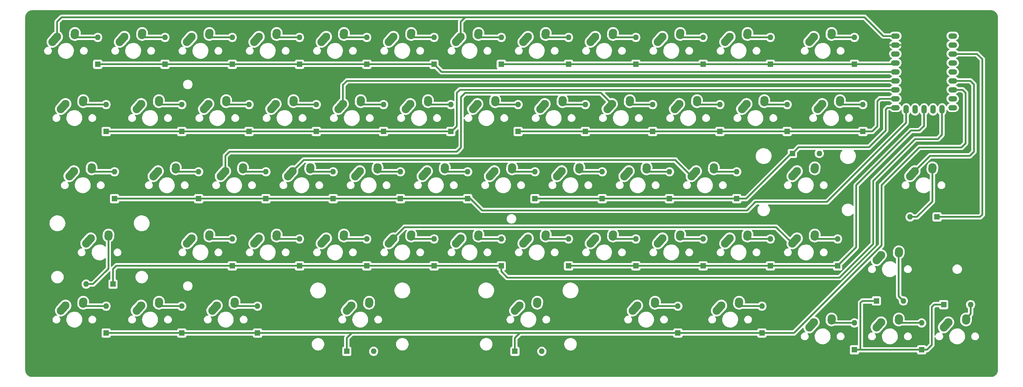
<source format=gbr>
%TF.GenerationSoftware,KiCad,Pcbnew,7.0.9*%
%TF.CreationDate,2024-03-10T13:20:19+01:00*%
%TF.ProjectId,65petit,36357065-7469-4742-9e6b-696361645f70,rev?*%
%TF.SameCoordinates,Original*%
%TF.FileFunction,Copper,L1,Top*%
%TF.FilePolarity,Positive*%
%FSLAX46Y46*%
G04 Gerber Fmt 4.6, Leading zero omitted, Abs format (unit mm)*
G04 Created by KiCad (PCBNEW 7.0.9) date 2024-03-10 13:20:19*
%MOMM*%
%LPD*%
G01*
G04 APERTURE LIST*
G04 Aperture macros list*
%AMHorizOval*
0 Thick line with rounded ends*
0 $1 width*
0 $2 $3 position (X,Y) of the first rounded end (center of the circle)*
0 $4 $5 position (X,Y) of the second rounded end (center of the circle)*
0 Add line between two ends*
20,1,$1,$2,$3,$4,$5,0*
0 Add two circle primitives to create the rounded ends*
1,1,$1,$2,$3*
1,1,$1,$4,$5*%
G04 Aperture macros list end*
%TA.AperFunction,ComponentPad*%
%ADD10HorizOval,2.300000X0.655008X0.729993X-0.655008X-0.729993X0*%
%TD*%
%TA.AperFunction,ComponentPad*%
%ADD11C,2.300000*%
%TD*%
%TA.AperFunction,ComponentPad*%
%ADD12HorizOval,2.300000X0.020004X0.290000X-0.020004X-0.290000X0*%
%TD*%
%TA.AperFunction,ComponentPad*%
%ADD13R,1.600000X1.600000*%
%TD*%
%TA.AperFunction,ComponentPad*%
%ADD14O,1.600000X1.600000*%
%TD*%
%TA.AperFunction,ComponentPad*%
%ADD15O,2.500000X1.500000*%
%TD*%
%TA.AperFunction,ComponentPad*%
%ADD16O,1.500000X2.500000*%
%TD*%
%TA.AperFunction,Conductor*%
%ADD17C,0.500000*%
%TD*%
G04 APERTURE END LIST*
D10*
%TO.P,MX38,1,COL*%
%TO.N,COL3*%
X103995008Y-103880007D03*
D11*
X104650000Y-103150000D03*
D12*
%TO.P,MX38,2,ROW*%
%TO.N,Net-(D38-A)*%
X109670004Y-102360000D03*
D11*
X109690000Y-102070000D03*
%TD*%
D13*
%TO.P,D22,1,K*%
%TO.N,ROW3*%
X235212500Y-72860000D03*
D14*
%TO.P,D22,2,A*%
%TO.N,Net-(D22-A)*%
X235212500Y-65240000D03*
%TD*%
D10*
%TO.P,MX17,1,COL*%
%TO.N,COL5*%
X127807508Y-65780007D03*
D11*
X128462500Y-65050000D03*
D12*
%TO.P,MX17,2,ROW*%
%TO.N,Net-(D17-A)*%
X133482504Y-64260000D03*
D11*
X133502500Y-63970000D03*
%TD*%
D10*
%TO.P,MX59,1,COL*%
%TO.N,COL7*%
X234963758Y-122930007D03*
D11*
X235618750Y-122200000D03*
D12*
%TO.P,MX59,2,ROW*%
%TO.N,Net-(D59-A)*%
X240638754Y-121410000D03*
D11*
X240658750Y-121120000D03*
%TD*%
D10*
%TO.P,MX32,1,COL*%
%TO.N,COL2*%
X189720008Y-84830007D03*
D11*
X190375000Y-84100000D03*
D12*
%TO.P,MX32,2,ROW*%
%TO.N,Net-(D32-A)*%
X195395004Y-83310000D03*
D11*
X195415000Y-83020000D03*
%TD*%
D13*
%TO.P,D43,1,K*%
%TO.N,ROW7*%
X211400000Y-110960000D03*
D14*
%TO.P,D43,2,A*%
%TO.N,Net-(D43-A)*%
X211400000Y-103340000D03*
%TD*%
D13*
%TO.P,D45,1,K*%
%TO.N,ROW7*%
X249500000Y-110960000D03*
D14*
%TO.P,D45,2,A*%
%TO.N,Net-(D45-A)*%
X249500000Y-103340000D03*
%TD*%
%TO.P,D54,2,A*%
%TO.N,Net-(D54-A)*%
X82812500Y-122390000D03*
D13*
%TO.P,D54,1,K*%
%TO.N,ROW8*%
X82812500Y-130010000D03*
%TD*%
%TO.P,D21,1,K*%
%TO.N,ROW3*%
X216162500Y-72860000D03*
D14*
%TO.P,D21,2,A*%
%TO.N,Net-(D21-A)*%
X216162500Y-65240000D03*
%TD*%
D13*
%TO.P,D23,1,K*%
%TO.N,ROW3*%
X254262500Y-72860000D03*
D14*
%TO.P,D23,2,A*%
%TO.N,Net-(D23-A)*%
X254262500Y-65240000D03*
%TD*%
D10*
%TO.P,MX47,1,COL*%
%TO.N,COL5*%
X261157508Y-127692507D03*
D11*
X261812500Y-126962500D03*
D12*
%TO.P,MX47,2,ROW*%
%TO.N,Net-(D47-A)*%
X266832504Y-126172500D03*
D11*
X266852500Y-125882500D03*
%TD*%
D13*
%TO.P,D30,1,K*%
%TO.N,ROW4*%
X163775000Y-91910000D03*
D14*
%TO.P,D30,2,A*%
%TO.N,Net-(D30-A)*%
X163775000Y-84290000D03*
%TD*%
D10*
%TO.P,MX30,1,COL*%
%TO.N,COL6*%
X151620008Y-84830007D03*
D11*
X152275000Y-84100000D03*
D12*
%TO.P,MX30,2,ROW*%
%TO.N,Net-(D30-A)*%
X157295004Y-83310000D03*
D11*
X157315000Y-83020000D03*
%TD*%
D10*
%TO.P,MX58,1,COL*%
%TO.N,COL6*%
X211151258Y-122930007D03*
D11*
X211806250Y-122200000D03*
D12*
%TO.P,MX58,2,ROW*%
%TO.N,Net-(D58-A)*%
X216826254Y-121410000D03*
D11*
X216846250Y-121120000D03*
%TD*%
D10*
%TO.P,MX45,1,COL*%
%TO.N,COL4*%
X237345008Y-103880007D03*
D11*
X238000000Y-103150000D03*
D12*
%TO.P,MX45,2,ROW*%
%TO.N,Net-(D45-A)*%
X243020004Y-102360000D03*
D11*
X243040000Y-102070000D03*
%TD*%
D13*
%TO.P,D50,1,K*%
%TO.N,ROW9*%
X298602500Y-121962500D03*
D14*
%TO.P,D50,2,A*%
%TO.N,Net-(D50-A)*%
X306222500Y-121962500D03*
%TD*%
D10*
%TO.P,MX5,1,COL*%
%TO.N,COL5*%
X123045008Y-46730007D03*
D11*
X123700000Y-46000000D03*
D12*
%TO.P,MX5,2,ROW*%
%TO.N,Net-(D5-A)*%
X128720004Y-45210000D03*
D11*
X128740000Y-44920000D03*
%TD*%
D10*
%TO.P,MX13,1,COL*%
%TO.N,COL1*%
X49226258Y-65780007D03*
D11*
X49881250Y-65050000D03*
D12*
%TO.P,MX13,2,ROW*%
%TO.N,Net-(D13-A)*%
X54901254Y-64260000D03*
D11*
X54921250Y-63970000D03*
%TD*%
D10*
%TO.P,MX46,1,COL*%
%TO.N,COL5*%
X256395008Y-103880007D03*
D11*
X257050000Y-103150000D03*
D12*
%TO.P,MX46,2,ROW*%
%TO.N,Net-(D46-A)*%
X262070004Y-102360000D03*
D11*
X262090000Y-102070000D03*
%TD*%
D10*
%TO.P,MX19,1,COL*%
%TO.N,COL1*%
X165907508Y-65780007D03*
D11*
X166562500Y-65050000D03*
D12*
%TO.P,MX19,2,ROW*%
%TO.N,Net-(D19-A)*%
X171582504Y-64260000D03*
D11*
X171602500Y-63970000D03*
%TD*%
D10*
%TO.P,MX40,1,COL*%
%TO.N,COL5*%
X142095008Y-103880007D03*
D11*
X142750000Y-103150000D03*
D12*
%TO.P,MX40,2,ROW*%
%TO.N,Net-(D40-A)*%
X147770004Y-102360000D03*
D11*
X147790000Y-102070000D03*
%TD*%
D10*
%TO.P,MX12,1,COL*%
%TO.N,COL6*%
X261157508Y-46730007D03*
D11*
X261812500Y-46000000D03*
D12*
%TO.P,MX12,2,ROW*%
%TO.N,Net-(D12-A)*%
X266832504Y-45210000D03*
D11*
X266852500Y-44920000D03*
%TD*%
D10*
%TO.P,MX49,1,COL*%
%TO.N,COL6*%
X280207508Y-108642507D03*
D11*
X280862500Y-107912500D03*
D12*
%TO.P,MX49,2,ROW*%
%TO.N,Net-(D49-A)*%
X285882504Y-107122500D03*
D11*
X285902500Y-106832500D03*
%TD*%
D13*
%TO.P,D10,1,K*%
%TO.N,ROW1*%
X230450000Y-53810000D03*
D14*
%TO.P,D10,2,A*%
%TO.N,Net-(D10-A)*%
X230450000Y-46190000D03*
%TD*%
D13*
%TO.P,D51,1,K*%
%TO.N,ROW9*%
X296697500Y-97100000D03*
D14*
%TO.P,D51,2,A*%
%TO.N,Net-(D51-A)*%
X289077500Y-97100000D03*
%TD*%
%TO.P,D53,2,A*%
%TO.N,Net-(D53-A)*%
X61381250Y-122390000D03*
D13*
%TO.P,D53,1,K*%
%TO.N,ROW8*%
X61381250Y-130010000D03*
%TD*%
D10*
%TO.P,MX14,1,COL*%
%TO.N,COL2*%
X70657508Y-65780007D03*
D11*
X71312500Y-65050000D03*
D12*
%TO.P,MX14,2,ROW*%
%TO.N,Net-(D14-A)*%
X76332504Y-64260000D03*
D11*
X76352500Y-63970000D03*
%TD*%
D13*
%TO.P,D40,1,K*%
%TO.N,ROW6*%
X154250000Y-110960000D03*
D14*
%TO.P,D40,2,A*%
%TO.N,Net-(D40-A)*%
X154250000Y-103340000D03*
%TD*%
D10*
%TO.P,MX42,1,COL*%
%TO.N,COL1*%
X180195008Y-103880007D03*
D11*
X180850000Y-103150000D03*
D12*
%TO.P,MX42,2,ROW*%
%TO.N,Net-(D42-A)*%
X185870004Y-102360000D03*
D11*
X185890000Y-102070000D03*
%TD*%
D13*
%TO.P,D16,1,K*%
%TO.N,ROW2*%
X120912500Y-72860000D03*
D14*
%TO.P,D16,2,A*%
%TO.N,Net-(D16-A)*%
X120912500Y-65240000D03*
%TD*%
D10*
%TO.P,MX54,1,COL*%
%TO.N,COL2*%
X70657508Y-122930007D03*
D11*
X71312500Y-122200000D03*
D12*
%TO.P,MX54,2,ROW*%
%TO.N,Net-(D54-A)*%
X76332504Y-121410000D03*
D11*
X76352500Y-121120000D03*
%TD*%
D13*
%TO.P,D19,1,K*%
%TO.N,ROW3*%
X178062500Y-72860000D03*
D14*
%TO.P,D19,2,A*%
%TO.N,Net-(D19-A)*%
X178062500Y-65240000D03*
%TD*%
D10*
%TO.P,MX48,1,COL*%
%TO.N,COL4*%
X280207508Y-127692507D03*
D11*
X280862500Y-126962500D03*
D12*
%TO.P,MX48,2,ROW*%
%TO.N,Net-(D48-A)*%
X285882504Y-126172500D03*
D11*
X285902500Y-125882500D03*
%TD*%
D10*
%TO.P,MX7,1,COL*%
%TO.N,COL1*%
X161145008Y-46730007D03*
D11*
X161800000Y-46000000D03*
D12*
%TO.P,MX7,2,ROW*%
%TO.N,Net-(D7-A)*%
X166820004Y-45210000D03*
D11*
X166840000Y-44920000D03*
%TD*%
D10*
%TO.P,MX34,1,COL*%
%TO.N,COL4*%
X227820008Y-84830007D03*
D11*
X228475000Y-84100000D03*
D12*
%TO.P,MX34,2,ROW*%
%TO.N,Net-(D34-A)*%
X233495004Y-83310000D03*
D11*
X233515000Y-83020000D03*
%TD*%
D10*
%TO.P,MX3,1,COL*%
%TO.N,COL3*%
X84945008Y-46730007D03*
D11*
X85600000Y-46000000D03*
D12*
%TO.P,MX3,2,ROW*%
%TO.N,Net-(D3-A)*%
X90620004Y-45210000D03*
D11*
X90640000Y-44920000D03*
%TD*%
D15*
%TO.P,U1,1,0*%
%TO.N,unconnected-(U1-0-Pad1)*%
X301151250Y-45793125D03*
%TO.P,U1,2,1*%
%TO.N,COL3*%
X301151250Y-48333125D03*
%TO.P,U1,3,2*%
%TO.N,ROW9*%
X301151250Y-50873125D03*
%TO.P,U1,4,3*%
%TO.N,COL4*%
X301151250Y-53413125D03*
%TO.P,U1,5,4*%
%TO.N,COL6*%
X301151250Y-55953125D03*
%TO.P,U1,6,5*%
%TO.N,COL7*%
X301151250Y-58493125D03*
%TO.P,U1,7,6*%
%TO.N,ROW8*%
X301151250Y-61033125D03*
%TO.P,U1,8,7*%
%TO.N,unconnected-(U1-7-Pad8)*%
X301151250Y-63573125D03*
%TO.P,U1,9,8*%
%TO.N,unconnected-(U1-8-Pad9)*%
X301151250Y-66113125D03*
D16*
%TO.P,U1,10,9*%
%TO.N,ROW6*%
X298111250Y-66613125D03*
%TO.P,U1,11,10*%
%TO.N,unconnected-(U1-10-Pad11)*%
X295571250Y-66613125D03*
%TO.P,U1,12,11*%
%TO.N,ROW7*%
X293031250Y-66613125D03*
%TO.P,U1,13,12*%
%TO.N,unconnected-(U1-12-Pad13)*%
X290491250Y-66613125D03*
%TO.P,U1,14,13*%
%TO.N,ROW4*%
X287951250Y-66613125D03*
D15*
%TO.P,U1,15,14*%
%TO.N,ROW5*%
X284911250Y-66113125D03*
%TO.P,U1,16,15*%
%TO.N,ROW3*%
X284911250Y-63573125D03*
%TO.P,U1,17,26*%
%TO.N,ROW2*%
X284911250Y-61033125D03*
%TO.P,U1,18,27*%
%TO.N,COL5*%
X284911250Y-58493125D03*
%TO.P,U1,19,28*%
%TO.N,ROW0*%
X284911250Y-55953125D03*
%TO.P,U1,20,29*%
%TO.N,ROW1*%
X284911250Y-53413125D03*
%TO.P,U1,21,3V3*%
%TO.N,COL2*%
X284911250Y-50873125D03*
%TO.P,U1,22,GND*%
%TO.N,GND*%
X284911250Y-48333125D03*
%TO.P,U1,23,5V*%
%TO.N,COL1*%
X284911250Y-45793125D03*
%TD*%
D13*
%TO.P,D33,1,K*%
%TO.N,ROW5*%
X220925000Y-91910000D03*
D14*
%TO.P,D33,2,A*%
%TO.N,Net-(D33-A)*%
X220925000Y-84290000D03*
%TD*%
D13*
%TO.P,D37,1,K*%
%TO.N,ROW6*%
X97100000Y-110960000D03*
D14*
%TO.P,D37,2,A*%
%TO.N,Net-(D37-A)*%
X97100000Y-103340000D03*
%TD*%
D10*
%TO.P,MX8,1,COL*%
%TO.N,COL2*%
X180195008Y-46730007D03*
D11*
X180850000Y-46000000D03*
D12*
%TO.P,MX8,2,ROW*%
%TO.N,Net-(D8-A)*%
X185870004Y-45210000D03*
D11*
X185890000Y-44920000D03*
%TD*%
D13*
%TO.P,D48,1,K*%
%TO.N,ROW9*%
X292362500Y-134772500D03*
D14*
%TO.P,D48,2,A*%
%TO.N,Net-(D48-A)*%
X292362500Y-127152500D03*
%TD*%
D13*
%TO.P,D8,1,K*%
%TO.N,ROW1*%
X192350000Y-53810000D03*
D14*
%TO.P,D8,2,A*%
%TO.N,Net-(D8-A)*%
X192350000Y-46190000D03*
%TD*%
D10*
%TO.P,MX16,1,COL*%
%TO.N,COL4*%
X108757508Y-65780007D03*
D11*
X109412500Y-65050000D03*
D12*
%TO.P,MX16,2,ROW*%
%TO.N,Net-(D16-A)*%
X114432504Y-64260000D03*
D11*
X114452500Y-63970000D03*
%TD*%
D13*
%TO.P,D41,1,K*%
%TO.N,ROW6*%
X173300000Y-110960000D03*
D14*
%TO.P,D41,2,A*%
%TO.N,Net-(D41-A)*%
X173300000Y-103340000D03*
%TD*%
D13*
%TO.P,D3,1,K*%
%TO.N,ROW0*%
X97100000Y-53810000D03*
D14*
%TO.P,D3,2,A*%
%TO.N,Net-(D3-A)*%
X97100000Y-46190000D03*
%TD*%
D10*
%TO.P,MX31,1,COL*%
%TO.N,COL1*%
X170670008Y-84830007D03*
D11*
X171325000Y-84100000D03*
D12*
%TO.P,MX31,2,ROW*%
%TO.N,Net-(D31-A)*%
X176345004Y-83310000D03*
D11*
X176365000Y-83020000D03*
%TD*%
D13*
%TO.P,D42,1,K*%
%TO.N,ROW7*%
X192350000Y-110960000D03*
D14*
%TO.P,D42,2,A*%
%TO.N,Net-(D42-A)*%
X192350000Y-103340000D03*
%TD*%
D13*
%TO.P,D39,1,K*%
%TO.N,ROW6*%
X135200000Y-110960000D03*
D14*
%TO.P,D39,2,A*%
%TO.N,Net-(D39-A)*%
X135200000Y-103340000D03*
%TD*%
D10*
%TO.P,MX15,1,COL*%
%TO.N,COL3*%
X89707508Y-65780007D03*
D11*
X90362500Y-65050000D03*
D12*
%TO.P,MX15,2,ROW*%
%TO.N,Net-(D15-A)*%
X95382504Y-64260000D03*
D11*
X95402500Y-63970000D03*
%TD*%
D13*
%TO.P,D11,1,K*%
%TO.N,ROW1*%
X249500000Y-53810000D03*
D14*
%TO.P,D11,2,A*%
%TO.N,Net-(D11-A)*%
X249500000Y-46190000D03*
%TD*%
D13*
%TO.P,D57,1,K*%
%TO.N,ROW8*%
X177158750Y-135200000D03*
D14*
%TO.P,D57,2,A*%
%TO.N,Net-(D57-A)*%
X184778750Y-135200000D03*
%TD*%
D13*
%TO.P,D38,1,K*%
%TO.N,ROW6*%
X116150000Y-110960000D03*
D14*
%TO.P,D38,2,A*%
%TO.N,Net-(D38-A)*%
X116150000Y-103340000D03*
%TD*%
D10*
%TO.P,MX4,1,COL*%
%TO.N,COL4*%
X103995008Y-46730007D03*
D11*
X104650000Y-46000000D03*
D12*
%TO.P,MX4,2,ROW*%
%TO.N,Net-(D4-A)*%
X109670004Y-45210000D03*
D11*
X109690000Y-44920000D03*
%TD*%
D13*
%TO.P,D36,1,K*%
%TO.N,ROW6*%
X63335000Y-116150000D03*
D14*
%TO.P,D36,2,A*%
%TO.N,Net-(D36-A)*%
X55715000Y-116150000D03*
%TD*%
D13*
%TO.P,D32,1,K*%
%TO.N,ROW5*%
X201875000Y-91910000D03*
D14*
%TO.P,D32,2,A*%
%TO.N,Net-(D32-A)*%
X201875000Y-84290000D03*
%TD*%
D10*
%TO.P,MX23,1,COL*%
%TO.N,COL5*%
X242107508Y-65780007D03*
D11*
X242762500Y-65050000D03*
D12*
%TO.P,MX23,2,ROW*%
%TO.N,Net-(D23-A)*%
X247782504Y-64260000D03*
D11*
X247802500Y-63970000D03*
%TD*%
D13*
%TO.P,D9,1,K*%
%TO.N,ROW1*%
X211400000Y-53810000D03*
D14*
%TO.P,D9,2,A*%
%TO.N,Net-(D9-A)*%
X211400000Y-46190000D03*
%TD*%
D13*
%TO.P,D47,1,K*%
%TO.N,ROW9*%
X273312500Y-134772500D03*
D14*
%TO.P,D47,2,A*%
%TO.N,Net-(D47-A)*%
X273312500Y-127152500D03*
%TD*%
D13*
%TO.P,D18,1,K*%
%TO.N,ROW2*%
X159012500Y-72860000D03*
D14*
%TO.P,D18,2,A*%
%TO.N,Net-(D18-A)*%
X159012500Y-65240000D03*
%TD*%
D13*
%TO.P,D25,1,K*%
%TO.N,ROW4*%
X63762500Y-91910000D03*
D14*
%TO.P,D25,2,A*%
%TO.N,Net-(D25-A)*%
X63762500Y-84290000D03*
%TD*%
D10*
%TO.P,MX29,1,COL*%
%TO.N,COL5*%
X132570008Y-84830007D03*
D11*
X133225000Y-84100000D03*
D12*
%TO.P,MX29,2,ROW*%
%TO.N,Net-(D29-A)*%
X138245004Y-83310000D03*
D11*
X138265000Y-83020000D03*
%TD*%
D13*
%TO.P,D5,1,K*%
%TO.N,ROW0*%
X135200000Y-53810000D03*
D14*
%TO.P,D5,2,A*%
%TO.N,Net-(D5-A)*%
X135200000Y-46190000D03*
%TD*%
D13*
%TO.P,D4,1,K*%
%TO.N,ROW0*%
X116150000Y-53810000D03*
D14*
%TO.P,D4,2,A*%
%TO.N,Net-(D4-A)*%
X116150000Y-46190000D03*
%TD*%
D10*
%TO.P,MX53,1,COL*%
%TO.N,COL1*%
X49226258Y-122930007D03*
D11*
X49881250Y-122200000D03*
D12*
%TO.P,MX53,2,ROW*%
%TO.N,Net-(D53-A)*%
X54901254Y-121410000D03*
D11*
X54921250Y-121120000D03*
%TD*%
D10*
%TO.P,MX11,1,COL*%
%TO.N,COL5*%
X237345008Y-46730007D03*
D11*
X238000000Y-46000000D03*
D12*
%TO.P,MX11,2,ROW*%
%TO.N,Net-(D11-A)*%
X243020004Y-45210000D03*
D11*
X243040000Y-44920000D03*
%TD*%
D13*
%TO.P,D31,1,K*%
%TO.N,ROW5*%
X182825000Y-91910000D03*
D14*
%TO.P,D31,2,A*%
%TO.N,Net-(D31-A)*%
X182825000Y-84290000D03*
%TD*%
D13*
%TO.P,D26,1,K*%
%TO.N,ROW4*%
X87575000Y-91910000D03*
D14*
%TO.P,D26,2,A*%
%TO.N,Net-(D26-A)*%
X87575000Y-84290000D03*
%TD*%
D10*
%TO.P,MX55,1,COL*%
%TO.N,COL3*%
X92088758Y-122930007D03*
D11*
X92743750Y-122200000D03*
D12*
%TO.P,MX55,2,ROW*%
%TO.N,Net-(D55-A)*%
X97763754Y-121410000D03*
D11*
X97783750Y-121120000D03*
%TD*%
D10*
%TO.P,MX26,1,COL*%
%TO.N,COL2*%
X75420008Y-84830007D03*
D11*
X76075000Y-84100000D03*
D12*
%TO.P,MX26,2,ROW*%
%TO.N,Net-(D26-A)*%
X81095004Y-83310000D03*
D11*
X81115000Y-83020000D03*
%TD*%
D13*
%TO.P,D49,1,K*%
%TO.N,ROW9*%
X279552500Y-120912500D03*
D14*
%TO.P,D49,2,A*%
%TO.N,Net-(D49-A)*%
X287172500Y-120912500D03*
%TD*%
D10*
%TO.P,MX10,1,COL*%
%TO.N,COL4*%
X218295008Y-46730007D03*
D11*
X218950000Y-46000000D03*
D12*
%TO.P,MX10,2,ROW*%
%TO.N,Net-(D10-A)*%
X223970004Y-45210000D03*
D11*
X223990000Y-44920000D03*
%TD*%
D10*
%TO.P,MX20,1,COL*%
%TO.N,COL2*%
X184957508Y-65780007D03*
D11*
X185612500Y-65050000D03*
D12*
%TO.P,MX20,2,ROW*%
%TO.N,Net-(D20-A)*%
X190632504Y-64260000D03*
D11*
X190652500Y-63970000D03*
%TD*%
D13*
%TO.P,D6,1,K*%
%TO.N,ROW0*%
X154250000Y-53810000D03*
D14*
%TO.P,D6,2,A*%
%TO.N,Net-(D6-A)*%
X154250000Y-46190000D03*
%TD*%
D10*
%TO.P,MX18,1,COL*%
%TO.N,COL6*%
X146857508Y-65780007D03*
D11*
X147512500Y-65050000D03*
D12*
%TO.P,MX18,2,ROW*%
%TO.N,Net-(D18-A)*%
X152532504Y-64260000D03*
D11*
X152552500Y-63970000D03*
%TD*%
D13*
%TO.P,D13,1,K*%
%TO.N,ROW2*%
X61381250Y-72860000D03*
D14*
%TO.P,D13,2,A*%
%TO.N,Net-(D13-A)*%
X61381250Y-65240000D03*
%TD*%
D13*
%TO.P,D27,1,K*%
%TO.N,ROW4*%
X106625000Y-91910000D03*
D14*
%TO.P,D27,2,A*%
%TO.N,Net-(D27-A)*%
X106625000Y-84290000D03*
%TD*%
D13*
%TO.P,D29,1,K*%
%TO.N,ROW4*%
X144725000Y-91910000D03*
D14*
%TO.P,D29,2,A*%
%TO.N,Net-(D29-A)*%
X144725000Y-84290000D03*
%TD*%
%TO.P,D55,2,A*%
%TO.N,Net-(D55-A)*%
X104243750Y-122390000D03*
D13*
%TO.P,D55,1,K*%
%TO.N,ROW8*%
X104243750Y-130010000D03*
%TD*%
D10*
%TO.P,MX43,1,COL*%
%TO.N,COL2*%
X199245008Y-103880007D03*
D11*
X199900000Y-103150000D03*
D12*
%TO.P,MX43,2,ROW*%
%TO.N,Net-(D43-A)*%
X204920004Y-102360000D03*
D11*
X204940000Y-102070000D03*
%TD*%
D13*
%TO.P,D59,1,K*%
%TO.N,ROW8*%
X247118750Y-130010000D03*
D14*
%TO.P,D59,2,A*%
%TO.N,Net-(D59-A)*%
X247118750Y-122390000D03*
%TD*%
D10*
%TO.P,MX56,1,COL*%
%TO.N,COL4*%
X130188758Y-122930007D03*
D11*
X130843750Y-122200000D03*
D12*
%TO.P,MX56,2,ROW*%
%TO.N,Net-(D56-A)*%
X135863754Y-121410000D03*
D11*
X135883750Y-121120000D03*
%TD*%
D13*
%TO.P,D12,1,K*%
%TO.N,ROW1*%
X273312500Y-53810000D03*
D14*
%TO.P,D12,2,A*%
%TO.N,Net-(D12-A)*%
X273312500Y-46190000D03*
%TD*%
D10*
%TO.P,MX21,1,COL*%
%TO.N,COL3*%
X204007508Y-65780007D03*
D11*
X204662500Y-65050000D03*
D12*
%TO.P,MX21,2,ROW*%
%TO.N,Net-(D21-A)*%
X209682504Y-64260000D03*
D11*
X209702500Y-63970000D03*
%TD*%
D13*
%TO.P,D7,1,K*%
%TO.N,ROW1*%
X173300000Y-53810000D03*
D14*
%TO.P,D7,2,A*%
%TO.N,Net-(D7-A)*%
X173300000Y-46190000D03*
%TD*%
D10*
%TO.P,MX41,1,COL*%
%TO.N,COL6*%
X161145008Y-103880007D03*
D11*
X161800000Y-103150000D03*
D12*
%TO.P,MX41,2,ROW*%
%TO.N,Net-(D41-A)*%
X166820004Y-102360000D03*
D11*
X166840000Y-102070000D03*
%TD*%
D13*
%TO.P,D1,1,K*%
%TO.N,ROW0*%
X59000000Y-53810000D03*
D14*
%TO.P,D1,2,A*%
%TO.N,Net-(D1-A)*%
X59000000Y-46190000D03*
%TD*%
D10*
%TO.P,MX39,1,COL*%
%TO.N,COL4*%
X123045008Y-103880007D03*
D11*
X123700000Y-103150000D03*
D12*
%TO.P,MX39,2,ROW*%
%TO.N,Net-(D39-A)*%
X128720004Y-102360000D03*
D11*
X128740000Y-102070000D03*
%TD*%
D13*
%TO.P,D44,1,K*%
%TO.N,ROW7*%
X230450000Y-110960000D03*
D14*
%TO.P,D44,2,A*%
%TO.N,Net-(D44-A)*%
X230450000Y-103340000D03*
%TD*%
D10*
%TO.P,MX35,1,COL*%
%TO.N,COL5*%
X256395008Y-84830007D03*
D11*
X257050000Y-84100000D03*
D12*
%TO.P,MX35,2,ROW*%
%TO.N,Net-(D35-A)*%
X262070004Y-83310000D03*
D11*
X262090000Y-83020000D03*
%TD*%
D10*
%TO.P,MX37,1,COL*%
%TO.N,COL2*%
X84945008Y-103880007D03*
D11*
X85600000Y-103150000D03*
D12*
%TO.P,MX37,2,ROW*%
%TO.N,Net-(D37-A)*%
X90620004Y-102360000D03*
D11*
X90640000Y-102070000D03*
%TD*%
D10*
%TO.P,MX24,1,COL*%
%TO.N,COL6*%
X263538758Y-65780007D03*
D11*
X264193750Y-65050000D03*
D12*
%TO.P,MX24,2,ROW*%
%TO.N,Net-(D24-A)*%
X269213754Y-64260000D03*
D11*
X269233750Y-63970000D03*
%TD*%
D10*
%TO.P,MX9,1,COL*%
%TO.N,COL3*%
X199245008Y-46730007D03*
D11*
X199900000Y-46000000D03*
D12*
%TO.P,MX9,2,ROW*%
%TO.N,Net-(D9-A)*%
X204920004Y-45210000D03*
D11*
X204940000Y-44920000D03*
%TD*%
D13*
%TO.P,D2,1,K*%
%TO.N,ROW0*%
X78050000Y-53810000D03*
D14*
%TO.P,D2,2,A*%
%TO.N,Net-(D2-A)*%
X78050000Y-46190000D03*
%TD*%
D13*
%TO.P,D20,1,K*%
%TO.N,ROW3*%
X197112500Y-72860000D03*
D14*
%TO.P,D20,2,A*%
%TO.N,Net-(D20-A)*%
X197112500Y-65240000D03*
%TD*%
D10*
%TO.P,MX2,1,COL*%
%TO.N,COL2*%
X65895008Y-46730007D03*
D11*
X66550000Y-46000000D03*
D12*
%TO.P,MX2,2,ROW*%
%TO.N,Net-(D2-A)*%
X71570004Y-45210000D03*
D11*
X71590000Y-44920000D03*
%TD*%
D10*
%TO.P,MX44,1,COL*%
%TO.N,COL3*%
X218295008Y-103880007D03*
D11*
X218950000Y-103150000D03*
D12*
%TO.P,MX44,2,ROW*%
%TO.N,Net-(D44-A)*%
X223970004Y-102360000D03*
D11*
X223990000Y-102070000D03*
%TD*%
D10*
%TO.P,MX1,1,COL*%
%TO.N,COL1*%
X46845008Y-46730007D03*
D11*
X47500000Y-46000000D03*
D12*
%TO.P,MX1,2,ROW*%
%TO.N,Net-(D1-A)*%
X52520004Y-45210000D03*
D11*
X52540000Y-44920000D03*
%TD*%
D10*
%TO.P,MX22,1,COL*%
%TO.N,COL4*%
X223057508Y-65780007D03*
D11*
X223712500Y-65050000D03*
D12*
%TO.P,MX22,2,ROW*%
%TO.N,Net-(D22-A)*%
X228732504Y-64260000D03*
D11*
X228752500Y-63970000D03*
%TD*%
D10*
%TO.P,MX33,1,COL*%
%TO.N,COL3*%
X208770008Y-84830007D03*
D11*
X209425000Y-84100000D03*
D12*
%TO.P,MX33,2,ROW*%
%TO.N,Net-(D33-A)*%
X214445004Y-83310000D03*
D11*
X214465000Y-83020000D03*
%TD*%
D13*
%TO.P,D34,1,K*%
%TO.N,ROW5*%
X239975000Y-91910000D03*
D14*
%TO.P,D34,2,A*%
%TO.N,Net-(D34-A)*%
X239975000Y-84290000D03*
%TD*%
D13*
%TO.P,D28,1,K*%
%TO.N,ROW4*%
X125675000Y-91910000D03*
D14*
%TO.P,D28,2,A*%
%TO.N,Net-(D28-A)*%
X125675000Y-84290000D03*
%TD*%
D13*
%TO.P,D56,1,K*%
%TO.N,ROW8*%
X129533750Y-135200000D03*
D14*
%TO.P,D56,2,A*%
%TO.N,Net-(D56-A)*%
X137153750Y-135200000D03*
%TD*%
D10*
%TO.P,MX51,1,COL*%
%TO.N,COL7*%
X289732508Y-84830007D03*
D11*
X290387500Y-84100000D03*
D12*
%TO.P,MX51,2,ROW*%
%TO.N,Net-(D51-A)*%
X295407504Y-83310000D03*
D11*
X295427500Y-83020000D03*
%TD*%
D10*
%TO.P,MX25,1,COL*%
%TO.N,COL1*%
X51607508Y-84830007D03*
D11*
X52262500Y-84100000D03*
D12*
%TO.P,MX25,2,ROW*%
%TO.N,Net-(D25-A)*%
X57282504Y-83310000D03*
D11*
X57302500Y-83020000D03*
%TD*%
D10*
%TO.P,MX6,1,COL*%
%TO.N,COL6*%
X142095008Y-46730007D03*
D11*
X142750000Y-46000000D03*
D12*
%TO.P,MX6,2,ROW*%
%TO.N,Net-(D6-A)*%
X147770004Y-45210000D03*
D11*
X147790000Y-44920000D03*
%TD*%
D10*
%TO.P,MX57,1,COL*%
%TO.N,COL5*%
X177813758Y-122930007D03*
D11*
X178468750Y-122200000D03*
D12*
%TO.P,MX57,2,ROW*%
%TO.N,Net-(D57-A)*%
X183488754Y-121410000D03*
D11*
X183508750Y-121120000D03*
%TD*%
D13*
%TO.P,D24,1,K*%
%TO.N,ROW3*%
X275693750Y-72860000D03*
D14*
%TO.P,D24,2,A*%
%TO.N,Net-(D24-A)*%
X275693750Y-65240000D03*
%TD*%
D13*
%TO.P,D15,1,K*%
%TO.N,ROW2*%
X101862500Y-72860000D03*
D14*
%TO.P,D15,2,A*%
%TO.N,Net-(D15-A)*%
X101862500Y-65240000D03*
%TD*%
D13*
%TO.P,D58,1,K*%
%TO.N,ROW8*%
X223306250Y-130010000D03*
D14*
%TO.P,D58,2,A*%
%TO.N,Net-(D58-A)*%
X223306250Y-122390000D03*
%TD*%
D10*
%TO.P,MX27,1,COL*%
%TO.N,COL3*%
X94470008Y-84830007D03*
D11*
X95125000Y-84100000D03*
D12*
%TO.P,MX27,2,ROW*%
%TO.N,Net-(D27-A)*%
X100145004Y-83310000D03*
D11*
X100165000Y-83020000D03*
%TD*%
D10*
%TO.P,MX36,1,COL*%
%TO.N,COL1*%
X56370008Y-103880007D03*
D11*
X57025000Y-103150000D03*
D12*
%TO.P,MX36,2,ROW*%
%TO.N,Net-(D36-A)*%
X62045004Y-102360000D03*
D11*
X62065000Y-102070000D03*
%TD*%
D10*
%TO.P,MX28,1,COL*%
%TO.N,COL4*%
X113520008Y-84830007D03*
D11*
X114175000Y-84100000D03*
D12*
%TO.P,MX28,2,ROW*%
%TO.N,Net-(D28-A)*%
X119195004Y-83310000D03*
D11*
X119215000Y-83020000D03*
%TD*%
D13*
%TO.P,D35,1,K*%
%TO.N,ROW5*%
X255740000Y-79100000D03*
D14*
%TO.P,D35,2,A*%
%TO.N,Net-(D35-A)*%
X263360000Y-79100000D03*
%TD*%
D10*
%TO.P,MX50,1,COL*%
%TO.N,COL3*%
X299257508Y-127692507D03*
D11*
X299912500Y-126962500D03*
D12*
%TO.P,MX50,2,ROW*%
%TO.N,Net-(D50-A)*%
X304932504Y-126172500D03*
D11*
X304952500Y-125882500D03*
%TD*%
D13*
%TO.P,D14,1,K*%
%TO.N,ROW2*%
X82812500Y-72860000D03*
D14*
%TO.P,D14,2,A*%
%TO.N,Net-(D14-A)*%
X82812500Y-65240000D03*
%TD*%
D13*
%TO.P,D17,1,K*%
%TO.N,ROW2*%
X139962500Y-72860000D03*
D14*
%TO.P,D17,2,A*%
%TO.N,Net-(D17-A)*%
X139962500Y-65240000D03*
%TD*%
D13*
%TO.P,D46,1,K*%
%TO.N,ROW7*%
X268550000Y-110960000D03*
D14*
%TO.P,D46,2,A*%
%TO.N,Net-(D46-A)*%
X268550000Y-103340000D03*
%TD*%
D17*
%TO.N,ROW0*%
X285411250Y-55953125D02*
X156393125Y-55953125D01*
X59000000Y-53810000D02*
X154250000Y-53810000D01*
X156393125Y-55953125D02*
X154250000Y-53810000D01*
%TO.N,Net-(D1-A)*%
X52500000Y-45500000D02*
X53190000Y-46190000D01*
X53190000Y-46190000D02*
X59000000Y-46190000D01*
%TO.N,Net-(D2-A)*%
X71550000Y-45500000D02*
X72240000Y-46190000D01*
X72240000Y-46190000D02*
X78050000Y-46190000D01*
%TO.N,Net-(D3-A)*%
X90600000Y-45500000D02*
X91290000Y-46190000D01*
X91290000Y-46190000D02*
X97100000Y-46190000D01*
%TO.N,Net-(D4-A)*%
X110340000Y-46190000D02*
X116150000Y-46190000D01*
X109650000Y-45500000D02*
X110340000Y-46190000D01*
%TO.N,Net-(D5-A)*%
X129390000Y-46190000D02*
X135200000Y-46190000D01*
X128700000Y-45500000D02*
X129390000Y-46190000D01*
%TO.N,Net-(D6-A)*%
X147750000Y-45500000D02*
X148440000Y-46190000D01*
X148440000Y-46190000D02*
X154250000Y-46190000D01*
%TO.N,ROW1*%
X285411250Y-53413125D02*
X285014375Y-53810000D01*
X285014375Y-53810000D02*
X273312500Y-53810000D01*
X173300000Y-53810000D02*
X273312500Y-53810000D01*
%TO.N,Net-(D7-A)*%
X166800000Y-45500000D02*
X167490000Y-46190000D01*
X167490000Y-46190000D02*
X173300000Y-46190000D01*
%TO.N,Net-(D8-A)*%
X192350000Y-46190000D02*
X186540000Y-46190000D01*
X186540000Y-46190000D02*
X185850000Y-45500000D01*
%TO.N,Net-(D9-A)*%
X205590000Y-46190000D02*
X211400000Y-46190000D01*
X204900000Y-45500000D02*
X205590000Y-46190000D01*
%TO.N,Net-(D10-A)*%
X224640000Y-46190000D02*
X230450000Y-46190000D01*
X223950000Y-45500000D02*
X224640000Y-46190000D01*
%TO.N,Net-(D11-A)*%
X243690000Y-46190000D02*
X249500000Y-46190000D01*
X243000000Y-45500000D02*
X243690000Y-46190000D01*
%TO.N,Net-(D12-A)*%
X273312500Y-46190000D02*
X267502500Y-46190000D01*
X266812500Y-44960000D02*
X266852500Y-44920000D01*
X267502500Y-46190000D02*
X266812500Y-45500000D01*
X266812500Y-45500000D02*
X266812500Y-44960000D01*
%TO.N,ROW2*%
X161601250Y-61033125D02*
X160728125Y-61906250D01*
X159012500Y-72860000D02*
X61381250Y-72860000D01*
X160728125Y-61906250D02*
X160728125Y-71431250D01*
X160728125Y-71431250D02*
X159299375Y-72860000D01*
X285411250Y-61033125D02*
X161601250Y-61033125D01*
X159299375Y-72860000D02*
X159012500Y-72860000D01*
%TO.N,Net-(D13-A)*%
X54881250Y-64550000D02*
X55571250Y-65240000D01*
X55571250Y-65240000D02*
X61381250Y-65240000D01*
%TO.N,Net-(D14-A)*%
X76312500Y-64550000D02*
X77002500Y-65240000D01*
X77002500Y-65240000D02*
X82812500Y-65240000D01*
%TO.N,Net-(D15-A)*%
X95362500Y-64550000D02*
X96052500Y-65240000D01*
X96052500Y-65240000D02*
X101862500Y-65240000D01*
%TO.N,Net-(D16-A)*%
X115102500Y-65240000D02*
X114412500Y-64550000D01*
X120912500Y-65240000D02*
X115102500Y-65240000D01*
%TO.N,Net-(D17-A)*%
X139962500Y-65240000D02*
X134152500Y-65240000D01*
X134152500Y-65240000D02*
X133462500Y-64550000D01*
%TO.N,Net-(D18-A)*%
X159012500Y-65240000D02*
X153202500Y-65240000D01*
X153202500Y-65240000D02*
X152512500Y-64550000D01*
%TO.N,ROW3*%
X278361875Y-72860000D02*
X275693750Y-72860000D01*
X285411250Y-63573125D02*
X280505000Y-63573125D01*
X279790625Y-64287500D02*
X279790625Y-71431250D01*
X279790625Y-71431250D02*
X278361875Y-72860000D01*
X280505000Y-63573125D02*
X279790625Y-64287500D01*
X275693750Y-72860000D02*
X178062500Y-72860000D01*
%TO.N,Net-(D19-A)*%
X178062500Y-65240000D02*
X172252500Y-65240000D01*
X172252500Y-65240000D02*
X171562500Y-64550000D01*
%TO.N,Net-(D20-A)*%
X197112500Y-65240000D02*
X191302500Y-65240000D01*
X191302500Y-65240000D02*
X190612500Y-64550000D01*
%TO.N,Net-(D21-A)*%
X216162500Y-65240000D02*
X210352500Y-65240000D01*
X210352500Y-65240000D02*
X209662500Y-64550000D01*
%TO.N,Net-(D22-A)*%
X228712500Y-64550000D02*
X229402500Y-65240000D01*
X229402500Y-65240000D02*
X235212500Y-65240000D01*
%TO.N,Net-(D23-A)*%
X254262500Y-65240000D02*
X248452500Y-65240000D01*
X248452500Y-65240000D02*
X247762500Y-64550000D01*
%TO.N,Net-(D24-A)*%
X269883750Y-65240000D02*
X269193750Y-64550000D01*
X275693750Y-65240000D02*
X269883750Y-65240000D01*
%TO.N,ROW4*%
X287951250Y-66113125D02*
X287951250Y-70414375D01*
X63762500Y-91910000D02*
X163775000Y-91910000D01*
X245262500Y-92862500D02*
X242881250Y-95243750D01*
X167871875Y-95243750D02*
X242881250Y-95243750D01*
X164538125Y-91910000D02*
X167871875Y-95243750D01*
X163775000Y-91910000D02*
X164538125Y-91910000D01*
X265503125Y-92862500D02*
X245262500Y-92862500D01*
X287951250Y-70414375D02*
X265503125Y-92862500D01*
%TO.N,Net-(D25-A)*%
X63762500Y-84290000D02*
X57952500Y-84290000D01*
X57952500Y-84290000D02*
X57262500Y-83600000D01*
%TO.N,Net-(D26-A)*%
X81075000Y-83600000D02*
X81765000Y-84290000D01*
X81765000Y-84290000D02*
X87575000Y-84290000D01*
%TO.N,Net-(D27-A)*%
X100125000Y-83600000D02*
X100815000Y-84290000D01*
X100815000Y-84290000D02*
X106625000Y-84290000D01*
%TO.N,Net-(D28-A)*%
X125675000Y-84290000D02*
X119865000Y-84290000D01*
X119865000Y-84290000D02*
X119175000Y-83600000D01*
%TO.N,Net-(D29-A)*%
X138915000Y-84290000D02*
X144725000Y-84290000D01*
X138225000Y-83600000D02*
X138915000Y-84290000D01*
%TO.N,Net-(D30-A)*%
X157275000Y-83600000D02*
X157965000Y-84290000D01*
X157965000Y-84290000D02*
X163775000Y-84290000D01*
%TO.N,ROW5*%
X255740000Y-79100000D02*
X255453125Y-79100000D01*
X277442650Y-77351100D02*
X257488900Y-77351100D01*
X239975000Y-91910000D02*
X182825000Y-91910000D01*
X282171875Y-72621875D02*
X277442650Y-77351100D01*
X242643125Y-91910000D02*
X239975000Y-91910000D01*
X242643125Y-91910000D02*
X255453125Y-79100000D01*
X282171875Y-66668750D02*
X282171875Y-72621875D01*
X285411250Y-66113125D02*
X282727500Y-66113125D01*
X257488900Y-77351100D02*
X255740000Y-79100000D01*
X282727500Y-66113125D02*
X282171875Y-66668750D01*
%TO.N,Net-(D31-A)*%
X177015000Y-84290000D02*
X182825000Y-84290000D01*
X176325000Y-83600000D02*
X177015000Y-84290000D01*
%TO.N,Net-(D32-A)*%
X196065000Y-84290000D02*
X201875000Y-84290000D01*
X195375000Y-83600000D02*
X196065000Y-84290000D01*
%TO.N,Net-(D33-A)*%
X214425000Y-83600000D02*
X215115000Y-84290000D01*
X215115000Y-84290000D02*
X220925000Y-84290000D01*
%TO.N,Net-(D34-A)*%
X234165000Y-84290000D02*
X239975000Y-84290000D01*
X233475000Y-83600000D02*
X234165000Y-84290000D01*
%TO.N,ROW6*%
X64287500Y-110960000D02*
X63335000Y-111912500D01*
X97100000Y-110960000D02*
X64287500Y-110960000D01*
X298111250Y-73812500D02*
X298111250Y-66113125D01*
X97100000Y-110960000D02*
X173300000Y-110960000D01*
X269075000Y-114293750D02*
X278600000Y-104768750D01*
X173300000Y-110960000D02*
X173300000Y-112578125D01*
X175015625Y-114293750D02*
X269075000Y-114293750D01*
X63335000Y-111912500D02*
X63335000Y-116150000D01*
X290506250Y-75003125D02*
X296920625Y-75003125D01*
X278600000Y-104768750D02*
X278600000Y-86909375D01*
X173300000Y-112578125D02*
X175015625Y-114293750D01*
X278600000Y-86909375D02*
X290506250Y-75003125D01*
X296920625Y-75003125D02*
X298111250Y-73812500D01*
%TO.N,Net-(D36-A)*%
X57668750Y-116150000D02*
X62025000Y-111793750D01*
X62025000Y-111793750D02*
X62025000Y-102650000D01*
X55715000Y-116150000D02*
X57668750Y-116150000D01*
%TO.N,Net-(D37-A)*%
X91290000Y-103340000D02*
X90600000Y-102650000D01*
X97100000Y-103340000D02*
X91290000Y-103340000D01*
%TO.N,Net-(D38-A)*%
X116150000Y-103340000D02*
X110340000Y-103340000D01*
X110340000Y-103340000D02*
X109650000Y-102650000D01*
%TO.N,Net-(D39-A)*%
X128700000Y-102650000D02*
X129390000Y-103340000D01*
X129390000Y-103340000D02*
X135200000Y-103340000D01*
%TO.N,Net-(D40-A)*%
X148440000Y-103340000D02*
X147750000Y-102650000D01*
X154250000Y-103340000D02*
X148440000Y-103340000D01*
%TO.N,Net-(D41-A)*%
X167490000Y-103340000D02*
X173300000Y-103340000D01*
X166800000Y-102650000D02*
X167490000Y-103340000D01*
%TO.N,ROW7*%
X192350000Y-110960000D02*
X268550000Y-110960000D01*
X291696875Y-72621875D02*
X289315625Y-72621875D01*
X293031250Y-71287500D02*
X291696875Y-72621875D01*
X273837500Y-88100000D02*
X273837500Y-105672500D01*
X273837500Y-105672500D02*
X268550000Y-110960000D01*
X293031250Y-66113125D02*
X293031250Y-71287500D01*
X289315625Y-72621875D02*
X273837500Y-88100000D01*
%TO.N,Net-(D42-A)*%
X186540000Y-103340000D02*
X192350000Y-103340000D01*
X185850000Y-102650000D02*
X186540000Y-103340000D01*
%TO.N,Net-(D43-A)*%
X205590000Y-103340000D02*
X211400000Y-103340000D01*
X204900000Y-102650000D02*
X205590000Y-103340000D01*
%TO.N,Net-(D44-A)*%
X223950000Y-102650000D02*
X224640000Y-103340000D01*
X224640000Y-103340000D02*
X230450000Y-103340000D01*
%TO.N,Net-(D45-A)*%
X243690000Y-103340000D02*
X249500000Y-103340000D01*
X243000000Y-102650000D02*
X243690000Y-103340000D01*
%TO.N,Net-(D46-A)*%
X262740000Y-103340000D02*
X268550000Y-103340000D01*
X262050000Y-102650000D02*
X262740000Y-103340000D01*
%TO.N,ROW9*%
X275553125Y-120912500D02*
X279552500Y-120912500D01*
X308890625Y-97100000D02*
X309556250Y-96434375D01*
X300651250Y-50873125D02*
X308048125Y-50873125D01*
X295934375Y-121962500D02*
X295268750Y-122628125D01*
X296697500Y-97100000D02*
X308890625Y-97100000D01*
X308048125Y-50873125D02*
X309556250Y-52381250D01*
X309556250Y-96434375D02*
X309556250Y-52381250D01*
X292362500Y-134772500D02*
X273312500Y-134772500D01*
X298602500Y-121962500D02*
X295934375Y-121962500D01*
X275028125Y-121437500D02*
X275028125Y-134534375D01*
X295268750Y-133343750D02*
X293840000Y-134772500D01*
X295268750Y-122628125D02*
X295268750Y-133343750D01*
X274790000Y-134772500D02*
X275028125Y-134534375D01*
X275028125Y-121437500D02*
X275553125Y-120912500D01*
X293840000Y-134772500D02*
X292362500Y-134772500D01*
X273312500Y-134772500D02*
X274790000Y-134772500D01*
%TO.N,Net-(D47-A)*%
X267502500Y-127152500D02*
X273312500Y-127152500D01*
X266812500Y-126462500D02*
X267502500Y-127152500D01*
%TO.N,Net-(D48-A)*%
X285862500Y-126462500D02*
X286552500Y-127152500D01*
X286552500Y-127152500D02*
X292362500Y-127152500D01*
%TO.N,Net-(D49-A)*%
X287172500Y-120912500D02*
X285862500Y-119602500D01*
X285862500Y-119602500D02*
X285862500Y-107412500D01*
%TO.N,Net-(D50-A)*%
X306222500Y-124612500D02*
X304952500Y-125882500D01*
X306222500Y-121962500D02*
X306222500Y-124612500D01*
%TO.N,Net-(D51-A)*%
X295387500Y-92743750D02*
X291031250Y-97100000D01*
X295387500Y-83600000D02*
X295387500Y-92743750D01*
X291031250Y-97100000D02*
X289077500Y-97100000D01*
%TO.N,Net-(D53-A)*%
X55571250Y-122390000D02*
X61381250Y-122390000D01*
X54881250Y-121700000D02*
X55571250Y-122390000D01*
%TO.N,ROW8*%
X291696875Y-77384375D02*
X303603125Y-77384375D01*
X256192505Y-130010000D02*
X280981250Y-105221256D01*
X280981250Y-88100000D02*
X291696875Y-77384375D01*
X247118750Y-130010000D02*
X256192505Y-130010000D01*
X61381250Y-130010000D02*
X104243750Y-130010000D01*
X304793750Y-76193750D02*
X304793750Y-61906250D01*
X178587500Y-130010000D02*
X247118750Y-130010000D01*
X280981250Y-105221256D02*
X280981250Y-88100000D01*
X129533750Y-135200000D02*
X129533750Y-131438750D01*
X129533750Y-131438750D02*
X130962500Y-130010000D01*
X304793750Y-61906250D02*
X303920625Y-61033125D01*
X303603125Y-77384375D02*
X304793750Y-76193750D01*
X104243750Y-130010000D02*
X130962500Y-130010000D01*
X177158750Y-135200000D02*
X177158750Y-131438750D01*
X303920625Y-61033125D02*
X300651250Y-61033125D01*
X130962500Y-130010000D02*
X178587500Y-130010000D01*
X177158750Y-131438750D02*
X178587500Y-130010000D01*
%TO.N,Net-(D54-A)*%
X77002500Y-122390000D02*
X82812500Y-122390000D01*
X76312500Y-121700000D02*
X77002500Y-122390000D01*
%TO.N,Net-(D55-A)*%
X98433750Y-122390000D02*
X104243750Y-122390000D01*
X97743750Y-121700000D02*
X98433750Y-122390000D01*
%TO.N,Net-(D58-A)*%
X216806250Y-121700000D02*
X217496250Y-122390000D01*
X217496250Y-122390000D02*
X223306250Y-122390000D01*
%TO.N,Net-(D59-A)*%
X241308750Y-122390000D02*
X247118750Y-122390000D01*
X240618750Y-121700000D02*
X241308750Y-122390000D01*
%TO.N,COL1*%
X47500000Y-46000000D02*
X47500000Y-41784375D01*
X47500000Y-41784375D02*
X48809375Y-40475000D01*
X163109375Y-40475000D02*
X276218750Y-40475000D01*
X161800000Y-41784375D02*
X163109375Y-40475000D01*
X161800000Y-46000000D02*
X161800000Y-41784375D01*
X276218750Y-40475000D02*
X281536875Y-45793125D01*
X48809375Y-40475000D02*
X163109375Y-40475000D01*
X285411250Y-45793125D02*
X281536875Y-45793125D01*
%TO.N,COL3*%
X95125000Y-79765625D02*
X95125000Y-84100000D01*
X204662500Y-65050000D02*
X201545625Y-61933125D01*
X161918750Y-77384375D02*
X160728125Y-78575000D01*
X160728125Y-78575000D02*
X96315625Y-78575000D01*
X201545625Y-61933125D02*
X163082500Y-61933125D01*
X161918750Y-63096875D02*
X161918750Y-77384375D01*
X96315625Y-78575000D02*
X95125000Y-79765625D01*
X163082500Y-61933125D02*
X161918750Y-63096875D01*
%TO.N,COL4*%
X222640625Y-81035625D02*
X222640625Y-80956250D01*
X222640625Y-80956250D02*
X117318750Y-80956250D01*
X117318750Y-80956250D02*
X114175000Y-84100000D01*
X227165000Y-85560000D02*
X222640625Y-81035625D01*
%TO.N,COL5*%
X129613125Y-58493125D02*
X128462500Y-59643750D01*
X285411250Y-58493125D02*
X129613125Y-58493125D01*
X142750000Y-103150000D02*
X145893751Y-100006250D01*
X128462500Y-59643750D02*
X128462500Y-65050000D01*
X251136250Y-100006250D02*
X255740000Y-104610000D01*
X145893751Y-100006250D02*
X251136250Y-100006250D01*
%TO.N,COL7*%
X294721875Y-79765625D02*
X305984375Y-79765625D01*
X307175000Y-59525000D02*
X307175000Y-78575000D01*
X290387500Y-84100000D02*
X294721875Y-79765625D01*
X306143125Y-58493125D02*
X307175000Y-59525000D01*
X300651250Y-58493125D02*
X306143125Y-58493125D01*
X307175000Y-78575000D02*
X305984375Y-79765625D01*
%TD*%
%TA.AperFunction,Conductor*%
%TO.N,GND*%
G36*
X311939519Y-38475633D02*
G01*
X311974698Y-38477938D01*
X312021208Y-38480986D01*
X312202959Y-38493985D01*
X312210600Y-38495015D01*
X312304238Y-38513641D01*
X312326920Y-38518153D01*
X312352523Y-38523722D01*
X312471166Y-38549531D01*
X312477883Y-38551395D01*
X312596937Y-38591809D01*
X312694171Y-38628076D01*
X312729241Y-38641157D01*
X312734999Y-38643643D01*
X312850452Y-38700578D01*
X312972406Y-38767170D01*
X312977134Y-38770032D01*
X313034071Y-38808076D01*
X313084149Y-38841537D01*
X313086858Y-38843454D01*
X313196152Y-38925271D01*
X313199845Y-38928265D01*
X313297002Y-39013469D01*
X313299948Y-39016228D01*
X313396269Y-39112549D01*
X313399026Y-39115492D01*
X313484229Y-39212648D01*
X313487232Y-39216353D01*
X313539064Y-39285592D01*
X313569043Y-39325639D01*
X313570961Y-39328349D01*
X313642462Y-39435357D01*
X313645328Y-39440091D01*
X313711921Y-39562047D01*
X313768855Y-39677499D01*
X313771341Y-39683257D01*
X313807712Y-39780768D01*
X313820696Y-39815578D01*
X313846997Y-39893059D01*
X313861097Y-39934596D01*
X313862972Y-39941351D01*
X313894346Y-40085575D01*
X313903617Y-40132181D01*
X313906000Y-40156373D01*
X313906000Y-140806126D01*
X313903617Y-140830317D01*
X313894348Y-140876915D01*
X313862972Y-141021147D01*
X313861097Y-141027902D01*
X313828773Y-141123125D01*
X313820708Y-141146888D01*
X313820695Y-141146925D01*
X313771341Y-141279241D01*
X313768855Y-141284999D01*
X313711921Y-141400452D01*
X313645328Y-141522407D01*
X313642461Y-141527141D01*
X313570961Y-141634149D01*
X313569043Y-141636859D01*
X313487244Y-141746131D01*
X313484223Y-141749857D01*
X313399029Y-141847002D01*
X313396255Y-141849964D01*
X313299964Y-141946255D01*
X313297002Y-141949029D01*
X313199857Y-142034223D01*
X313196131Y-142037244D01*
X313086859Y-142119043D01*
X313084149Y-142120961D01*
X312977141Y-142192461D01*
X312972407Y-142195328D01*
X312850452Y-142261921D01*
X312734999Y-142318855D01*
X312729241Y-142321341D01*
X312608456Y-142366393D01*
X312596918Y-142370697D01*
X312477902Y-142411097D01*
X312471147Y-142412972D01*
X312326915Y-142444348D01*
X312280317Y-142453617D01*
X312256126Y-142456000D01*
X40156374Y-142456000D01*
X40132183Y-142453617D01*
X40085584Y-142444348D01*
X39941351Y-142412972D01*
X39934596Y-142411097D01*
X39902881Y-142400331D01*
X39815578Y-142370696D01*
X39780768Y-142357712D01*
X39683257Y-142321341D01*
X39677499Y-142318855D01*
X39562047Y-142261921D01*
X39440091Y-142195328D01*
X39435357Y-142192462D01*
X39328349Y-142120961D01*
X39325639Y-142119043D01*
X39285592Y-142089064D01*
X39216353Y-142037232D01*
X39212648Y-142034229D01*
X39115492Y-141949026D01*
X39112549Y-141946269D01*
X39016228Y-141849948D01*
X39013469Y-141847002D01*
X38980450Y-141809351D01*
X38928265Y-141749845D01*
X38925271Y-141746152D01*
X38843454Y-141636858D01*
X38841537Y-141634149D01*
X38770036Y-141527141D01*
X38767170Y-141522406D01*
X38700578Y-141400452D01*
X38643643Y-141284999D01*
X38641157Y-141279241D01*
X38628076Y-141244171D01*
X38591805Y-141146925D01*
X38551395Y-141027883D01*
X38549531Y-141021166D01*
X38518152Y-140876915D01*
X38508883Y-140830317D01*
X38495015Y-140760600D01*
X38493985Y-140752959D01*
X38480986Y-140571208D01*
X38477938Y-140524698D01*
X38475633Y-140489519D01*
X38475500Y-140485464D01*
X38475500Y-133317987D01*
X119631250Y-133317987D01*
X119670887Y-133580966D01*
X119670889Y-133580972D01*
X119749284Y-133835119D01*
X119864674Y-134074729D01*
X119864675Y-134074731D01*
X119864677Y-134074734D01*
X119864679Y-134074738D01*
X119921222Y-134157671D01*
X120014500Y-134294485D01*
X120195394Y-134489444D01*
X120195398Y-134489447D01*
X120195399Y-134489448D01*
X120403335Y-134655272D01*
X120633664Y-134788252D01*
X120881240Y-134885419D01*
X121140533Y-134944601D01*
X121190237Y-134948325D01*
X121339343Y-134959500D01*
X121339349Y-134959500D01*
X121472157Y-134959500D01*
X121604695Y-134949567D01*
X121670967Y-134944601D01*
X121930260Y-134885419D01*
X122177836Y-134788252D01*
X122408165Y-134655272D01*
X122616101Y-134489448D01*
X122797000Y-134294485D01*
X122946821Y-134074738D01*
X123062217Y-133835116D01*
X123140611Y-133580971D01*
X123157036Y-133472001D01*
X123180249Y-133317987D01*
X123180250Y-133317978D01*
X123180250Y-133052021D01*
X123180249Y-133052012D01*
X123140612Y-132789033D01*
X123140610Y-132789027D01*
X123121738Y-132727846D01*
X123062217Y-132534884D01*
X122947568Y-132296813D01*
X122946825Y-132295270D01*
X122946824Y-132295268D01*
X122946823Y-132295267D01*
X122946821Y-132295262D01*
X122797000Y-132075515D01*
X122767320Y-132043527D01*
X122616105Y-131880555D01*
X122478677Y-131770960D01*
X122408165Y-131714728D01*
X122177836Y-131581748D01*
X121930260Y-131484581D01*
X121930251Y-131484579D01*
X121930248Y-131484578D01*
X121670964Y-131425398D01*
X121472157Y-131410500D01*
X121472151Y-131410500D01*
X121339349Y-131410500D01*
X121339343Y-131410500D01*
X121140535Y-131425398D01*
X120881251Y-131484578D01*
X120881243Y-131484580D01*
X120881240Y-131484581D01*
X120881237Y-131484581D01*
X120881234Y-131484583D01*
X120633663Y-131581748D01*
X120403335Y-131714728D01*
X120195394Y-131880555D01*
X120014500Y-132075514D01*
X119864675Y-132295268D01*
X119864674Y-132295270D01*
X119749284Y-132534880D01*
X119670889Y-132789027D01*
X119670887Y-132789033D01*
X119631250Y-133052012D01*
X119631250Y-133317987D01*
X38475500Y-133317987D01*
X38475500Y-126147355D01*
X46196093Y-126147355D01*
X46206102Y-126357459D01*
X46255692Y-126561871D01*
X46291732Y-126640788D01*
X46343070Y-126753204D01*
X46343074Y-126753210D01*
X46465076Y-126924539D01*
X46465081Y-126924544D01*
X46617313Y-127069697D01*
X46794264Y-127183416D01*
X46989538Y-127261593D01*
X47118334Y-127286416D01*
X47196078Y-127301400D01*
X47196079Y-127301400D01*
X47353711Y-127301400D01*
X47353718Y-127301400D01*
X47510639Y-127286416D01*
X47712461Y-127227156D01*
X47899420Y-127130771D01*
X48064760Y-127000747D01*
X48202505Y-126841781D01*
X48307676Y-126659619D01*
X48376472Y-126460846D01*
X48403169Y-126275167D01*
X50133083Y-126275167D01*
X50163160Y-126574142D01*
X50163161Y-126574149D01*
X50232818Y-126866441D01*
X50232821Y-126866453D01*
X50340816Y-127146853D01*
X50340823Y-127146868D01*
X50485229Y-127410375D01*
X50485233Y-127410381D01*
X50576546Y-127534312D01*
X50663473Y-127652290D01*
X50811387Y-127805232D01*
X50872370Y-127868288D01*
X50872377Y-127868294D01*
X50912931Y-127900319D01*
X51108196Y-128054518D01*
X51366737Y-128207652D01*
X51643383Y-128324960D01*
X51643386Y-128324960D01*
X51643389Y-128324962D01*
X51788289Y-128364654D01*
X51933196Y-128404348D01*
X52231005Y-128444400D01*
X52231010Y-128444400D01*
X52456291Y-128444400D01*
X52619763Y-128433456D01*
X52681069Y-128429352D01*
X52975537Y-128369499D01*
X53259401Y-128270931D01*
X53527593Y-128135407D01*
X53775330Y-127965346D01*
X53998189Y-127763782D01*
X54192193Y-127534312D01*
X54353881Y-127281032D01*
X54480368Y-127008460D01*
X54569396Y-126721462D01*
X54619376Y-126425158D01*
X54628664Y-126147355D01*
X56356093Y-126147355D01*
X56366102Y-126357459D01*
X56415692Y-126561871D01*
X56451732Y-126640788D01*
X56503070Y-126753204D01*
X56503074Y-126753210D01*
X56625076Y-126924539D01*
X56625081Y-126924544D01*
X56777313Y-127069697D01*
X56954264Y-127183416D01*
X57149538Y-127261593D01*
X57278334Y-127286416D01*
X57356078Y-127301400D01*
X57356079Y-127301400D01*
X57513711Y-127301400D01*
X57513718Y-127301400D01*
X57670639Y-127286416D01*
X57872461Y-127227156D01*
X58059420Y-127130771D01*
X58224760Y-127000747D01*
X58362505Y-126841781D01*
X58467676Y-126659619D01*
X58536472Y-126460846D01*
X58566407Y-126252645D01*
X58561391Y-126147355D01*
X67627343Y-126147355D01*
X67637352Y-126357459D01*
X67686942Y-126561871D01*
X67722982Y-126640788D01*
X67774320Y-126753204D01*
X67774324Y-126753210D01*
X67896326Y-126924539D01*
X67896331Y-126924544D01*
X68048563Y-127069697D01*
X68225514Y-127183416D01*
X68420788Y-127261593D01*
X68549584Y-127286416D01*
X68627328Y-127301400D01*
X68627329Y-127301400D01*
X68784961Y-127301400D01*
X68784968Y-127301400D01*
X68941889Y-127286416D01*
X69143711Y-127227156D01*
X69330670Y-127130771D01*
X69496010Y-127000747D01*
X69633755Y-126841781D01*
X69738926Y-126659619D01*
X69807722Y-126460846D01*
X69834419Y-126275167D01*
X71564333Y-126275167D01*
X71594410Y-126574142D01*
X71594411Y-126574149D01*
X71664068Y-126866441D01*
X71664071Y-126866453D01*
X71772066Y-127146853D01*
X71772073Y-127146868D01*
X71916479Y-127410375D01*
X71916483Y-127410381D01*
X72007796Y-127534312D01*
X72094723Y-127652290D01*
X72242637Y-127805232D01*
X72303620Y-127868288D01*
X72303627Y-127868294D01*
X72344181Y-127900319D01*
X72539446Y-128054518D01*
X72797987Y-128207652D01*
X73074633Y-128324960D01*
X73074636Y-128324960D01*
X73074639Y-128324962D01*
X73219539Y-128364654D01*
X73364446Y-128404348D01*
X73662255Y-128444400D01*
X73662260Y-128444400D01*
X73887541Y-128444400D01*
X74051013Y-128433456D01*
X74112319Y-128429352D01*
X74406787Y-128369499D01*
X74690651Y-128270931D01*
X74958843Y-128135407D01*
X75206580Y-127965346D01*
X75429439Y-127763782D01*
X75623443Y-127534312D01*
X75785131Y-127281032D01*
X75911618Y-127008460D01*
X76000646Y-126721462D01*
X76050626Y-126425158D01*
X76059914Y-126147355D01*
X77787343Y-126147355D01*
X77797352Y-126357459D01*
X77846942Y-126561871D01*
X77882982Y-126640788D01*
X77934320Y-126753204D01*
X77934324Y-126753210D01*
X78056326Y-126924539D01*
X78056331Y-126924544D01*
X78208563Y-127069697D01*
X78385514Y-127183416D01*
X78580788Y-127261593D01*
X78709584Y-127286416D01*
X78787328Y-127301400D01*
X78787329Y-127301400D01*
X78944961Y-127301400D01*
X78944968Y-127301400D01*
X79101889Y-127286416D01*
X79303711Y-127227156D01*
X79490670Y-127130771D01*
X79656010Y-127000747D01*
X79793755Y-126841781D01*
X79898926Y-126659619D01*
X79967722Y-126460846D01*
X79997657Y-126252645D01*
X79992641Y-126147355D01*
X89058593Y-126147355D01*
X89068602Y-126357459D01*
X89118192Y-126561871D01*
X89154232Y-126640788D01*
X89205570Y-126753204D01*
X89205574Y-126753210D01*
X89327576Y-126924539D01*
X89327581Y-126924544D01*
X89479813Y-127069697D01*
X89656764Y-127183416D01*
X89852038Y-127261593D01*
X89980834Y-127286416D01*
X90058578Y-127301400D01*
X90058579Y-127301400D01*
X90216211Y-127301400D01*
X90216218Y-127301400D01*
X90373139Y-127286416D01*
X90574961Y-127227156D01*
X90761920Y-127130771D01*
X90927260Y-127000747D01*
X91065005Y-126841781D01*
X91170176Y-126659619D01*
X91238972Y-126460846D01*
X91265669Y-126275167D01*
X92995583Y-126275167D01*
X93025660Y-126574142D01*
X93025661Y-126574149D01*
X93095318Y-126866441D01*
X93095321Y-126866453D01*
X93203316Y-127146853D01*
X93203323Y-127146868D01*
X93347729Y-127410375D01*
X93347733Y-127410381D01*
X93439046Y-127534312D01*
X93525973Y-127652290D01*
X93673887Y-127805232D01*
X93734870Y-127868288D01*
X93734877Y-127868294D01*
X93775431Y-127900319D01*
X93970696Y-128054518D01*
X94229237Y-128207652D01*
X94505883Y-128324960D01*
X94505886Y-128324960D01*
X94505889Y-128324962D01*
X94650789Y-128364654D01*
X94795696Y-128404348D01*
X95093505Y-128444400D01*
X95093510Y-128444400D01*
X95318791Y-128444400D01*
X95482263Y-128433456D01*
X95543569Y-128429352D01*
X95838037Y-128369499D01*
X96121901Y-128270931D01*
X96390093Y-128135407D01*
X96637830Y-127965346D01*
X96860689Y-127763782D01*
X97054693Y-127534312D01*
X97216381Y-127281032D01*
X97342868Y-127008460D01*
X97431896Y-126721462D01*
X97481876Y-126425158D01*
X97491164Y-126147355D01*
X99218593Y-126147355D01*
X99228602Y-126357459D01*
X99278192Y-126561871D01*
X99314232Y-126640788D01*
X99365570Y-126753204D01*
X99365574Y-126753210D01*
X99487576Y-126924539D01*
X99487581Y-126924544D01*
X99639813Y-127069697D01*
X99816764Y-127183416D01*
X100012038Y-127261593D01*
X100140834Y-127286416D01*
X100218578Y-127301400D01*
X100218579Y-127301400D01*
X100376211Y-127301400D01*
X100376218Y-127301400D01*
X100533139Y-127286416D01*
X100734961Y-127227156D01*
X100921920Y-127130771D01*
X101087260Y-127000747D01*
X101225005Y-126841781D01*
X101330176Y-126659619D01*
X101398972Y-126460846D01*
X101428907Y-126252645D01*
X101423891Y-126147355D01*
X127158593Y-126147355D01*
X127168602Y-126357459D01*
X127218192Y-126561871D01*
X127254232Y-126640788D01*
X127305570Y-126753204D01*
X127305574Y-126753210D01*
X127427576Y-126924539D01*
X127427581Y-126924544D01*
X127579813Y-127069697D01*
X127756764Y-127183416D01*
X127952038Y-127261593D01*
X128080834Y-127286416D01*
X128158578Y-127301400D01*
X128158579Y-127301400D01*
X128316211Y-127301400D01*
X128316218Y-127301400D01*
X128473139Y-127286416D01*
X128674961Y-127227156D01*
X128861920Y-127130771D01*
X129027260Y-127000747D01*
X129165005Y-126841781D01*
X129270176Y-126659619D01*
X129338972Y-126460846D01*
X129365669Y-126275167D01*
X131095583Y-126275167D01*
X131125660Y-126574142D01*
X131125661Y-126574149D01*
X131195318Y-126866441D01*
X131195321Y-126866453D01*
X131303316Y-127146853D01*
X131303323Y-127146868D01*
X131447729Y-127410375D01*
X131447733Y-127410381D01*
X131539046Y-127534312D01*
X131625973Y-127652290D01*
X131773887Y-127805232D01*
X131834870Y-127868288D01*
X131834877Y-127868294D01*
X131875431Y-127900319D01*
X132070696Y-128054518D01*
X132329237Y-128207652D01*
X132605883Y-128324960D01*
X132605886Y-128324960D01*
X132605889Y-128324962D01*
X132750789Y-128364654D01*
X132895696Y-128404348D01*
X133193505Y-128444400D01*
X133193510Y-128444400D01*
X133418791Y-128444400D01*
X133582263Y-128433456D01*
X133643569Y-128429352D01*
X133938037Y-128369499D01*
X134221901Y-128270931D01*
X134490093Y-128135407D01*
X134737830Y-127965346D01*
X134960689Y-127763782D01*
X135154693Y-127534312D01*
X135316381Y-127281032D01*
X135442868Y-127008460D01*
X135531896Y-126721462D01*
X135581876Y-126425158D01*
X135591164Y-126147355D01*
X137318593Y-126147355D01*
X137328602Y-126357459D01*
X137378192Y-126561871D01*
X137414232Y-126640788D01*
X137465570Y-126753204D01*
X137465574Y-126753210D01*
X137587576Y-126924539D01*
X137587581Y-126924544D01*
X137739813Y-127069697D01*
X137916764Y-127183416D01*
X138112038Y-127261593D01*
X138240834Y-127286416D01*
X138318578Y-127301400D01*
X138318579Y-127301400D01*
X138476211Y-127301400D01*
X138476218Y-127301400D01*
X138633139Y-127286416D01*
X138834961Y-127227156D01*
X139021920Y-127130771D01*
X139187260Y-127000747D01*
X139325005Y-126841781D01*
X139430176Y-126659619D01*
X139498972Y-126460846D01*
X139528907Y-126252645D01*
X139523891Y-126147355D01*
X174783593Y-126147355D01*
X174793602Y-126357459D01*
X174843192Y-126561871D01*
X174879232Y-126640788D01*
X174930570Y-126753204D01*
X174930574Y-126753210D01*
X175052576Y-126924539D01*
X175052581Y-126924544D01*
X175204813Y-127069697D01*
X175381764Y-127183416D01*
X175577038Y-127261593D01*
X175705834Y-127286416D01*
X175783578Y-127301400D01*
X175783579Y-127301400D01*
X175941211Y-127301400D01*
X175941218Y-127301400D01*
X176098139Y-127286416D01*
X176299961Y-127227156D01*
X176486920Y-127130771D01*
X176652260Y-127000747D01*
X176790005Y-126841781D01*
X176895176Y-126659619D01*
X176963972Y-126460846D01*
X176990669Y-126275167D01*
X178720583Y-126275167D01*
X178750660Y-126574142D01*
X178750661Y-126574149D01*
X178820318Y-126866441D01*
X178820321Y-126866453D01*
X178928316Y-127146853D01*
X178928323Y-127146868D01*
X179072729Y-127410375D01*
X179072733Y-127410381D01*
X179164046Y-127534312D01*
X179250973Y-127652290D01*
X179398887Y-127805232D01*
X179459870Y-127868288D01*
X179459877Y-127868294D01*
X179500431Y-127900319D01*
X179695696Y-128054518D01*
X179954237Y-128207652D01*
X180230883Y-128324960D01*
X180230886Y-128324960D01*
X180230889Y-128324962D01*
X180375789Y-128364654D01*
X180520696Y-128404348D01*
X180818505Y-128444400D01*
X180818510Y-128444400D01*
X181043791Y-128444400D01*
X181207263Y-128433456D01*
X181268569Y-128429352D01*
X181563037Y-128369499D01*
X181846901Y-128270931D01*
X182115093Y-128135407D01*
X182362830Y-127965346D01*
X182585689Y-127763782D01*
X182779693Y-127534312D01*
X182941381Y-127281032D01*
X183067868Y-127008460D01*
X183156896Y-126721462D01*
X183206876Y-126425158D01*
X183216164Y-126147355D01*
X184943593Y-126147355D01*
X184953602Y-126357459D01*
X185003192Y-126561871D01*
X185039232Y-126640788D01*
X185090570Y-126753204D01*
X185090574Y-126753210D01*
X185212576Y-126924539D01*
X185212581Y-126924544D01*
X185364813Y-127069697D01*
X185541764Y-127183416D01*
X185737038Y-127261593D01*
X185865834Y-127286416D01*
X185943578Y-127301400D01*
X185943579Y-127301400D01*
X186101211Y-127301400D01*
X186101218Y-127301400D01*
X186258139Y-127286416D01*
X186459961Y-127227156D01*
X186646920Y-127130771D01*
X186812260Y-127000747D01*
X186950005Y-126841781D01*
X187055176Y-126659619D01*
X187123972Y-126460846D01*
X187153907Y-126252645D01*
X187148891Y-126147355D01*
X208121093Y-126147355D01*
X208131102Y-126357459D01*
X208180692Y-126561871D01*
X208216732Y-126640788D01*
X208268070Y-126753204D01*
X208268074Y-126753210D01*
X208390076Y-126924539D01*
X208390081Y-126924544D01*
X208542313Y-127069697D01*
X208719264Y-127183416D01*
X208914538Y-127261593D01*
X209043334Y-127286416D01*
X209121078Y-127301400D01*
X209121079Y-127301400D01*
X209278711Y-127301400D01*
X209278718Y-127301400D01*
X209435639Y-127286416D01*
X209637461Y-127227156D01*
X209824420Y-127130771D01*
X209989760Y-127000747D01*
X210127505Y-126841781D01*
X210232676Y-126659619D01*
X210301472Y-126460846D01*
X210328169Y-126275167D01*
X212058083Y-126275167D01*
X212088160Y-126574142D01*
X212088161Y-126574149D01*
X212157818Y-126866441D01*
X212157821Y-126866453D01*
X212265816Y-127146853D01*
X212265823Y-127146868D01*
X212410229Y-127410375D01*
X212410233Y-127410381D01*
X212501546Y-127534312D01*
X212588473Y-127652290D01*
X212736387Y-127805232D01*
X212797370Y-127868288D01*
X212797377Y-127868294D01*
X212837931Y-127900319D01*
X213033196Y-128054518D01*
X213291737Y-128207652D01*
X213568383Y-128324960D01*
X213568386Y-128324960D01*
X213568389Y-128324962D01*
X213713289Y-128364654D01*
X213858196Y-128404348D01*
X214156005Y-128444400D01*
X214156010Y-128444400D01*
X214381291Y-128444400D01*
X214544763Y-128433456D01*
X214606069Y-128429352D01*
X214900537Y-128369499D01*
X215184401Y-128270931D01*
X215452593Y-128135407D01*
X215700330Y-127965346D01*
X215923189Y-127763782D01*
X216117193Y-127534312D01*
X216278881Y-127281032D01*
X216405368Y-127008460D01*
X216494396Y-126721462D01*
X216544376Y-126425158D01*
X216553664Y-126147355D01*
X218281093Y-126147355D01*
X218291102Y-126357459D01*
X218340692Y-126561871D01*
X218376732Y-126640788D01*
X218428070Y-126753204D01*
X218428074Y-126753210D01*
X218550076Y-126924539D01*
X218550081Y-126924544D01*
X218702313Y-127069697D01*
X218879264Y-127183416D01*
X219074538Y-127261593D01*
X219203334Y-127286416D01*
X219281078Y-127301400D01*
X219281079Y-127301400D01*
X219438711Y-127301400D01*
X219438718Y-127301400D01*
X219595639Y-127286416D01*
X219797461Y-127227156D01*
X219984420Y-127130771D01*
X220149760Y-127000747D01*
X220287505Y-126841781D01*
X220392676Y-126659619D01*
X220461472Y-126460846D01*
X220491407Y-126252645D01*
X220486391Y-126147355D01*
X231933593Y-126147355D01*
X231943602Y-126357459D01*
X231993192Y-126561871D01*
X232029232Y-126640788D01*
X232080570Y-126753204D01*
X232080574Y-126753210D01*
X232202576Y-126924539D01*
X232202581Y-126924544D01*
X232354813Y-127069697D01*
X232531764Y-127183416D01*
X232727038Y-127261593D01*
X232855834Y-127286416D01*
X232933578Y-127301400D01*
X232933579Y-127301400D01*
X233091211Y-127301400D01*
X233091218Y-127301400D01*
X233248139Y-127286416D01*
X233449961Y-127227156D01*
X233636920Y-127130771D01*
X233802260Y-127000747D01*
X233940005Y-126841781D01*
X234045176Y-126659619D01*
X234113972Y-126460846D01*
X234140669Y-126275167D01*
X235870583Y-126275167D01*
X235900660Y-126574142D01*
X235900661Y-126574149D01*
X235970318Y-126866441D01*
X235970321Y-126866453D01*
X236078316Y-127146853D01*
X236078323Y-127146868D01*
X236222729Y-127410375D01*
X236222733Y-127410381D01*
X236314046Y-127534312D01*
X236400973Y-127652290D01*
X236548887Y-127805232D01*
X236609870Y-127868288D01*
X236609877Y-127868294D01*
X236650431Y-127900319D01*
X236845696Y-128054518D01*
X237104237Y-128207652D01*
X237380883Y-128324960D01*
X237380886Y-128324960D01*
X237380889Y-128324962D01*
X237525789Y-128364654D01*
X237670696Y-128404348D01*
X237968505Y-128444400D01*
X237968510Y-128444400D01*
X238193791Y-128444400D01*
X238357263Y-128433456D01*
X238418569Y-128429352D01*
X238713037Y-128369499D01*
X238996901Y-128270931D01*
X239265093Y-128135407D01*
X239512830Y-127965346D01*
X239735689Y-127763782D01*
X239929693Y-127534312D01*
X240091381Y-127281032D01*
X240217868Y-127008460D01*
X240306896Y-126721462D01*
X240356876Y-126425158D01*
X240366164Y-126147355D01*
X242093593Y-126147355D01*
X242103602Y-126357459D01*
X242153192Y-126561871D01*
X242189232Y-126640788D01*
X242240570Y-126753204D01*
X242240574Y-126753210D01*
X242362576Y-126924539D01*
X242362581Y-126924544D01*
X242514813Y-127069697D01*
X242691764Y-127183416D01*
X242887038Y-127261593D01*
X243015834Y-127286416D01*
X243093578Y-127301400D01*
X243093579Y-127301400D01*
X243251211Y-127301400D01*
X243251218Y-127301400D01*
X243408139Y-127286416D01*
X243609961Y-127227156D01*
X243796920Y-127130771D01*
X243962260Y-127000747D01*
X244100005Y-126841781D01*
X244205176Y-126659619D01*
X244273972Y-126460846D01*
X244303907Y-126252645D01*
X244293898Y-126042541D01*
X244244308Y-125838129D01*
X244156929Y-125646795D01*
X244140048Y-125623089D01*
X244034923Y-125475460D01*
X244034917Y-125475454D01*
X243896722Y-125343685D01*
X243882687Y-125330303D01*
X243705736Y-125216584D01*
X243675832Y-125204612D01*
X243510471Y-125138410D01*
X243510464Y-125138407D01*
X243510462Y-125138407D01*
X243510459Y-125138406D01*
X243510458Y-125138406D01*
X243303922Y-125098600D01*
X243303921Y-125098600D01*
X243146282Y-125098600D01*
X242989361Y-125113584D01*
X242989357Y-125113585D01*
X242787541Y-125172843D01*
X242600581Y-125269228D01*
X242435240Y-125399252D01*
X242435239Y-125399253D01*
X242297499Y-125558214D01*
X242297490Y-125558225D01*
X242192324Y-125740379D01*
X242123529Y-125939148D01*
X242123528Y-125939153D01*
X242123528Y-125939154D01*
X242093593Y-126147355D01*
X240366164Y-126147355D01*
X240366917Y-126124836D01*
X240336839Y-125825855D01*
X240333012Y-125809798D01*
X240305999Y-125696444D01*
X240267180Y-125533551D01*
X240159181Y-125253140D01*
X240014771Y-124989625D01*
X239993054Y-124960151D01*
X239970257Y-124929210D01*
X239836527Y-124747710D01*
X239627629Y-124531711D01*
X239627622Y-124531705D01*
X239464474Y-124402868D01*
X239391804Y-124345482D01*
X239133263Y-124192348D01*
X238856617Y-124075040D01*
X238856610Y-124075037D01*
X238566809Y-123995653D01*
X238566806Y-123995652D01*
X238566804Y-123995652D01*
X238268995Y-123955600D01*
X238043717Y-123955600D01*
X238043709Y-123955600D01*
X237818933Y-123970647D01*
X237818924Y-123970649D01*
X237524460Y-124030501D01*
X237240597Y-124129069D01*
X237240594Y-124129071D01*
X236972412Y-124264589D01*
X236724668Y-124434655D01*
X236501812Y-124636216D01*
X236307808Y-124865686D01*
X236307806Y-124865688D01*
X236146116Y-125118972D01*
X236019636Y-125391531D01*
X236019632Y-125391540D01*
X235994861Y-125471395D01*
X235930604Y-125678535D01*
X235893300Y-125899691D01*
X235880624Y-125974842D01*
X235870774Y-126269467D01*
X235870583Y-126275167D01*
X234140669Y-126275167D01*
X234143907Y-126252645D01*
X234133898Y-126042541D01*
X234084308Y-125838129D01*
X233996929Y-125646795D01*
X233874919Y-125475456D01*
X233874917Y-125475454D01*
X233874530Y-125474910D01*
X233851678Y-125408883D01*
X233868151Y-125340983D01*
X233918718Y-125292767D01*
X233987325Y-125279544D01*
X233997925Y-125281021D01*
X234138531Y-125306830D01*
X234138534Y-125306830D01*
X234138538Y-125306831D01*
X234398255Y-125313183D01*
X234655767Y-125278828D01*
X234904736Y-125204612D01*
X235139028Y-125092363D01*
X235352877Y-124944844D01*
X235493905Y-124810549D01*
X236771388Y-123386820D01*
X236777263Y-123381087D01*
X236789439Y-123370689D01*
X236805676Y-123351678D01*
X236860142Y-123287907D01*
X236890547Y-123254021D01*
X236890544Y-123254025D01*
X236893270Y-123250458D01*
X236902050Y-123238973D01*
X236904102Y-123236434D01*
X236958162Y-123173140D01*
X236979808Y-123137814D01*
X236983409Y-123132564D01*
X237008829Y-123099319D01*
X237048785Y-123025423D01*
X237050420Y-123022585D01*
X237093904Y-122951628D01*
X237109764Y-122913337D01*
X237112497Y-122907596D01*
X237132397Y-122870794D01*
X237160296Y-122791571D01*
X237161464Y-122788519D01*
X237193323Y-122711610D01*
X237202998Y-122671306D01*
X237204800Y-122665203D01*
X237218695Y-122625752D01*
X237233849Y-122543184D01*
X237234536Y-122539939D01*
X237253971Y-122458994D01*
X237257222Y-122417673D01*
X237258047Y-122411357D01*
X237265598Y-122370226D01*
X237267649Y-122286322D01*
X237267821Y-122283004D01*
X237274354Y-122200000D01*
X237271466Y-122163308D01*
X237271100Y-122158656D01*
X237270927Y-122152270D01*
X237271246Y-122139238D01*
X237271949Y-122110509D01*
X237260860Y-122027395D01*
X237260508Y-122024065D01*
X237253971Y-121941007D01*
X237244283Y-121900651D01*
X237243113Y-121894371D01*
X237237595Y-121853003D01*
X237237594Y-121853001D01*
X237237594Y-121852997D01*
X237213652Y-121772681D01*
X237212785Y-121769457D01*
X237193326Y-121688401D01*
X237193324Y-121688397D01*
X237193323Y-121688390D01*
X237177883Y-121651117D01*
X238967700Y-121651117D01*
X238969582Y-121845851D01*
X238999860Y-122025735D01*
X239007317Y-122070044D01*
X239012703Y-122102040D01*
X239012703Y-122102043D01*
X239095369Y-122348333D01*
X239095370Y-122348335D01*
X239215540Y-122578651D01*
X239215544Y-122578656D01*
X239215546Y-122578660D01*
X239370274Y-122787352D01*
X239548890Y-122962546D01*
X239555746Y-122969271D01*
X239767383Y-123119929D01*
X239767386Y-123119930D01*
X239767390Y-123119933D01*
X239915044Y-123193377D01*
X239999990Y-123235630D01*
X239999992Y-123235630D01*
X239999997Y-123235633D01*
X240247841Y-123313522D01*
X240247842Y-123313522D01*
X240247845Y-123313523D01*
X240376329Y-123332600D01*
X240504818Y-123351679D01*
X240764601Y-123349167D01*
X241020792Y-123306047D01*
X241267082Y-123223381D01*
X241398972Y-123154564D01*
X241456333Y-123140500D01*
X245992087Y-123140500D01*
X246059126Y-123160185D01*
X246093662Y-123193377D01*
X246118704Y-123229141D01*
X246279608Y-123390045D01*
X246279611Y-123390047D01*
X246466016Y-123520568D01*
X246672254Y-123616739D01*
X246892058Y-123675635D01*
X247053980Y-123689801D01*
X247118748Y-123695468D01*
X247118750Y-123695468D01*
X247118752Y-123695468D01*
X247175423Y-123690509D01*
X247345442Y-123675635D01*
X247565246Y-123616739D01*
X247771484Y-123520568D01*
X247957889Y-123390047D01*
X248118797Y-123229139D01*
X248249318Y-123042734D01*
X248345489Y-122836496D01*
X248404385Y-122616692D01*
X248422557Y-122408988D01*
X248424218Y-122390001D01*
X248424218Y-122389998D01*
X248409588Y-122222783D01*
X248404385Y-122163308D01*
X248345489Y-121943504D01*
X248249318Y-121737266D01*
X248118797Y-121550861D01*
X248118795Y-121550858D01*
X247957891Y-121389954D01*
X247771484Y-121259432D01*
X247771482Y-121259431D01*
X247565247Y-121163261D01*
X247565238Y-121163258D01*
X247345447Y-121104366D01*
X247345443Y-121104365D01*
X247345442Y-121104365D01*
X247345441Y-121104364D01*
X247345436Y-121104364D01*
X247118752Y-121084532D01*
X247118748Y-121084532D01*
X246892063Y-121104364D01*
X246892052Y-121104366D01*
X246672261Y-121163258D01*
X246672252Y-121163261D01*
X246466017Y-121259431D01*
X246466015Y-121259432D01*
X246279608Y-121389954D01*
X246118704Y-121550858D01*
X246093662Y-121586623D01*
X246039085Y-121630248D01*
X245992087Y-121639500D01*
X242410193Y-121639500D01*
X242343154Y-121619815D01*
X242297399Y-121567011D01*
X242286487Y-121506967D01*
X242304847Y-121240789D01*
X242306043Y-121225592D01*
X242314354Y-121120000D01*
X242308798Y-121049417D01*
X242308611Y-121045190D01*
X242307925Y-120974149D01*
X242298893Y-120920491D01*
X242298225Y-120915067D01*
X242293971Y-120861011D01*
X242293971Y-120861006D01*
X242277442Y-120792160D01*
X242276592Y-120787998D01*
X242264805Y-120717959D01*
X242247495Y-120666385D01*
X242245985Y-120661129D01*
X242241254Y-120641424D01*
X242233323Y-120608390D01*
X242233316Y-120608374D01*
X242208172Y-120547671D01*
X242206230Y-120542982D01*
X242204734Y-120538984D01*
X242182139Y-120471668D01*
X242179183Y-120466002D01*
X242156972Y-120423433D01*
X242154665Y-120418494D01*
X242142663Y-120389517D01*
X242133909Y-120368382D01*
X242133904Y-120368373D01*
X242133904Y-120368372D01*
X242112635Y-120333664D01*
X242096910Y-120308001D01*
X242094806Y-120304287D01*
X242076205Y-120268638D01*
X242061962Y-120241340D01*
X242029560Y-120197638D01*
X242026508Y-120193117D01*
X242003551Y-120155654D01*
X241998162Y-120146860D01*
X241952178Y-120093019D01*
X241949523Y-120089686D01*
X241941577Y-120078969D01*
X241907234Y-120032648D01*
X241868396Y-119994553D01*
X241864668Y-119990559D01*
X241829439Y-119949311D01*
X241775584Y-119903314D01*
X241772443Y-119900439D01*
X241751667Y-119880061D01*
X241721763Y-119850729D01*
X241694779Y-119831521D01*
X241677455Y-119819189D01*
X241673155Y-119815832D01*
X241631890Y-119780588D01*
X241625627Y-119776750D01*
X241571477Y-119743567D01*
X241567931Y-119741222D01*
X241533617Y-119716795D01*
X241510125Y-119700071D01*
X241510115Y-119700065D01*
X241467309Y-119678774D01*
X241461437Y-119675853D01*
X241456659Y-119673207D01*
X241410382Y-119644848D01*
X241410379Y-119644847D01*
X241410378Y-119644846D01*
X241344910Y-119617728D01*
X241341044Y-119615968D01*
X241302137Y-119596616D01*
X241277514Y-119584368D01*
X241277504Y-119584364D01*
X241225652Y-119568068D01*
X241220521Y-119566204D01*
X241197198Y-119556543D01*
X241170366Y-119545429D01*
X241170361Y-119545427D01*
X241170360Y-119545427D01*
X241170356Y-119545426D01*
X241101430Y-119528877D01*
X241097317Y-119527738D01*
X241029680Y-119506482D01*
X241029670Y-119506480D01*
X241029667Y-119506479D01*
X240998394Y-119501835D01*
X240975919Y-119498497D01*
X240970552Y-119497456D01*
X240917754Y-119484781D01*
X240917744Y-119484779D01*
X240847061Y-119479215D01*
X240842819Y-119478734D01*
X240772694Y-119468321D01*
X240772690Y-119468321D01*
X240718360Y-119468845D01*
X240712907Y-119468657D01*
X240665299Y-119464911D01*
X240658750Y-119464396D01*
X240658749Y-119464396D01*
X240588055Y-119469958D01*
X240583799Y-119470146D01*
X240568470Y-119470295D01*
X240512905Y-119470832D01*
X240459356Y-119479846D01*
X240453928Y-119480515D01*
X240428483Y-119482518D01*
X240399756Y-119484779D01*
X240399752Y-119484779D01*
X240399750Y-119484780D01*
X240399748Y-119484780D01*
X240330788Y-119501336D01*
X240326606Y-119502188D01*
X240256713Y-119513953D01*
X240205252Y-119531226D01*
X240199999Y-119532735D01*
X240147138Y-119545427D01*
X240081608Y-119572570D01*
X240077610Y-119574067D01*
X240010431Y-119596616D01*
X239962294Y-119621731D01*
X239957344Y-119624042D01*
X239950528Y-119626866D01*
X239907119Y-119644847D01*
X239907112Y-119644850D01*
X239846607Y-119681926D01*
X239842894Y-119684029D01*
X239780098Y-119716795D01*
X239780097Y-119716796D01*
X239736498Y-119749120D01*
X239731967Y-119752179D01*
X239685614Y-119780585D01*
X239685603Y-119780593D01*
X239631641Y-119826680D01*
X239628303Y-119829337D01*
X239571401Y-119871528D01*
X239571400Y-119871530D01*
X239533407Y-119910263D01*
X239529411Y-119913992D01*
X239488060Y-119949310D01*
X239441955Y-120003291D01*
X239439074Y-120006438D01*
X239389485Y-120056998D01*
X239389483Y-120057001D01*
X239358025Y-120101189D01*
X239354662Y-120105498D01*
X239319342Y-120146853D01*
X239319329Y-120146871D01*
X239282240Y-120207397D01*
X239279886Y-120210957D01*
X239238825Y-120268638D01*
X239238823Y-120268643D01*
X239214666Y-120317206D01*
X239212018Y-120321988D01*
X239183595Y-120368373D01*
X239183593Y-120368376D01*
X239162838Y-120418485D01*
X239160785Y-120423442D01*
X239156423Y-120433972D01*
X239154655Y-120437857D01*
X239123124Y-120501249D01*
X239106866Y-120552978D01*
X239104999Y-120558115D01*
X239084182Y-120608374D01*
X239084177Y-120608390D01*
X239067595Y-120677452D01*
X239066456Y-120681565D01*
X239045236Y-120749087D01*
X239045235Y-120749094D01*
X239037270Y-120802730D01*
X239036230Y-120808098D01*
X239030509Y-120831931D01*
X239023630Y-120860588D01*
X239023530Y-120861003D01*
X239023529Y-120861004D01*
X239017954Y-120931819D01*
X239017475Y-120936049D01*
X239016634Y-120941720D01*
X239016633Y-120941725D01*
X239012783Y-120997545D01*
X239003146Y-121120000D01*
X239003146Y-121124868D01*
X239003091Y-121124868D01*
X239003150Y-121137191D01*
X238967700Y-121651117D01*
X237177883Y-121651117D01*
X237177430Y-121650024D01*
X237175298Y-121644016D01*
X237163378Y-121604029D01*
X237163378Y-121604028D01*
X237127185Y-121528486D01*
X237125819Y-121525424D01*
X237121920Y-121516011D01*
X237093904Y-121448372D01*
X237072197Y-121412948D01*
X237069144Y-121407338D01*
X237055582Y-121379029D01*
X237051129Y-121369735D01*
X237051128Y-121369734D01*
X237051127Y-121369731D01*
X237023353Y-121329471D01*
X237003585Y-121300815D01*
X237001774Y-121298029D01*
X236966698Y-121240790D01*
X236958162Y-121226860D01*
X236944353Y-121210691D01*
X236931159Y-121195242D01*
X236927268Y-121190181D01*
X236903610Y-121155887D01*
X236903607Y-121155883D01*
X236845941Y-121095327D01*
X236843694Y-121092836D01*
X236789444Y-121029316D01*
X236789438Y-121029310D01*
X236757796Y-121002285D01*
X236753160Y-120997893D01*
X236724449Y-120967743D01*
X236658062Y-120916984D01*
X236655454Y-120914876D01*
X236591898Y-120860594D01*
X236591887Y-120860586D01*
X236556385Y-120838830D01*
X236551119Y-120835217D01*
X236518074Y-120809952D01*
X236444610Y-120770228D01*
X236441706Y-120768554D01*
X236388185Y-120735758D01*
X236370378Y-120724846D01*
X236353689Y-120717933D01*
X236331871Y-120708895D01*
X236326106Y-120706151D01*
X236289544Y-120686382D01*
X236289545Y-120686382D01*
X236210833Y-120658662D01*
X236207702Y-120657463D01*
X236130361Y-120625427D01*
X236089799Y-120615688D01*
X236083677Y-120613880D01*
X236058364Y-120604966D01*
X236044504Y-120600085D01*
X236044498Y-120600083D01*
X236044491Y-120600082D01*
X235962486Y-120585030D01*
X235959206Y-120584335D01*
X235877752Y-120564780D01*
X235877736Y-120564778D01*
X235836137Y-120561503D01*
X235829808Y-120560675D01*
X235788974Y-120553181D01*
X235788982Y-120553181D01*
X235705654Y-120551144D01*
X235702305Y-120550971D01*
X235630152Y-120545293D01*
X235618750Y-120544396D01*
X235618749Y-120544396D01*
X235618748Y-120544396D01*
X235577114Y-120547671D01*
X235570734Y-120547844D01*
X235529262Y-120546830D01*
X235446708Y-120557844D01*
X235443374Y-120558197D01*
X235359763Y-120564778D01*
X235359754Y-120564779D01*
X235319126Y-120574532D01*
X235312852Y-120575700D01*
X235271759Y-120581183D01*
X235271751Y-120581185D01*
X235191970Y-120604966D01*
X235188734Y-120605836D01*
X235107143Y-120625426D01*
X235107133Y-120625429D01*
X235068516Y-120641424D01*
X235062499Y-120643561D01*
X235022787Y-120655398D01*
X234947736Y-120691355D01*
X234944676Y-120692721D01*
X234867125Y-120724844D01*
X234867116Y-120724849D01*
X234831464Y-120746696D01*
X234825856Y-120749747D01*
X234788488Y-120767649D01*
X234719995Y-120814897D01*
X234717186Y-120816725D01*
X234645607Y-120860589D01*
X234613797Y-120887757D01*
X234608736Y-120891648D01*
X234574635Y-120915172D01*
X234514409Y-120972522D01*
X234511921Y-120974766D01*
X234448062Y-121029309D01*
X234418276Y-121064184D01*
X234376216Y-121113429D01*
X233076202Y-122562269D01*
X233036965Y-122605998D01*
X233036966Y-122605998D01*
X233011701Y-122639041D01*
X232918688Y-122760691D01*
X232795117Y-122989223D01*
X232708822Y-123234260D01*
X232708819Y-123234273D01*
X232661919Y-123489780D01*
X232661918Y-123489791D01*
X232655567Y-123749504D01*
X232689920Y-124007005D01*
X232689921Y-124007014D01*
X232764138Y-124255986D01*
X232876385Y-124490274D01*
X232876391Y-124490285D01*
X233023905Y-124704126D01*
X233023907Y-124704129D01*
X233133768Y-124819498D01*
X233182750Y-124870936D01*
X233200037Y-124889089D01*
X233232012Y-124951212D01*
X233225326Y-125020761D01*
X233182099Y-125075654D01*
X233116058Y-125098463D01*
X233110238Y-125098600D01*
X232986282Y-125098600D01*
X232829361Y-125113584D01*
X232829357Y-125113585D01*
X232627541Y-125172843D01*
X232440581Y-125269228D01*
X232275240Y-125399252D01*
X232275239Y-125399253D01*
X232137499Y-125558214D01*
X232137490Y-125558225D01*
X232032324Y-125740379D01*
X231963529Y-125939148D01*
X231963528Y-125939153D01*
X231963528Y-125939154D01*
X231933593Y-126147355D01*
X220486391Y-126147355D01*
X220481398Y-126042541D01*
X220431808Y-125838129D01*
X220344429Y-125646795D01*
X220327548Y-125623089D01*
X220222423Y-125475460D01*
X220222417Y-125475454D01*
X220084222Y-125343685D01*
X220070187Y-125330303D01*
X219893236Y-125216584D01*
X219863332Y-125204612D01*
X219697971Y-125138410D01*
X219697964Y-125138407D01*
X219697962Y-125138407D01*
X219697959Y-125138406D01*
X219697958Y-125138406D01*
X219491422Y-125098600D01*
X219491421Y-125098600D01*
X219333782Y-125098600D01*
X219176861Y-125113584D01*
X219176857Y-125113585D01*
X218975041Y-125172843D01*
X218788081Y-125269228D01*
X218622740Y-125399252D01*
X218622739Y-125399253D01*
X218484999Y-125558214D01*
X218484990Y-125558225D01*
X218379824Y-125740379D01*
X218311029Y-125939148D01*
X218311028Y-125939153D01*
X218311028Y-125939154D01*
X218281093Y-126147355D01*
X216553664Y-126147355D01*
X216554417Y-126124836D01*
X216524339Y-125825855D01*
X216520512Y-125809798D01*
X216493499Y-125696444D01*
X216454680Y-125533551D01*
X216346681Y-125253140D01*
X216202271Y-124989625D01*
X216180554Y-124960151D01*
X216157757Y-124929210D01*
X216024027Y-124747710D01*
X215815129Y-124531711D01*
X215815122Y-124531705D01*
X215651974Y-124402868D01*
X215579304Y-124345482D01*
X215320763Y-124192348D01*
X215044117Y-124075040D01*
X215044110Y-124075037D01*
X214754309Y-123995653D01*
X214754306Y-123995652D01*
X214754304Y-123995652D01*
X214456495Y-123955600D01*
X214231217Y-123955600D01*
X214231209Y-123955600D01*
X214006433Y-123970647D01*
X214006424Y-123970649D01*
X213711960Y-124030501D01*
X213428097Y-124129069D01*
X213428094Y-124129071D01*
X213159912Y-124264589D01*
X212912168Y-124434655D01*
X212689312Y-124636216D01*
X212495308Y-124865686D01*
X212495306Y-124865688D01*
X212333616Y-125118972D01*
X212207136Y-125391531D01*
X212207132Y-125391540D01*
X212182361Y-125471395D01*
X212118104Y-125678535D01*
X212080800Y-125899691D01*
X212068124Y-125974842D01*
X212058274Y-126269467D01*
X212058083Y-126275167D01*
X210328169Y-126275167D01*
X210331407Y-126252645D01*
X210321398Y-126042541D01*
X210271808Y-125838129D01*
X210184429Y-125646795D01*
X210062419Y-125475456D01*
X210062417Y-125475454D01*
X210062030Y-125474910D01*
X210039178Y-125408883D01*
X210055651Y-125340983D01*
X210106218Y-125292767D01*
X210174825Y-125279544D01*
X210185425Y-125281021D01*
X210326031Y-125306830D01*
X210326034Y-125306830D01*
X210326038Y-125306831D01*
X210585755Y-125313183D01*
X210843267Y-125278828D01*
X211092236Y-125204612D01*
X211326528Y-125092363D01*
X211540377Y-124944844D01*
X211681405Y-124810549D01*
X212958888Y-123386820D01*
X212964763Y-123381087D01*
X212976939Y-123370689D01*
X212993176Y-123351678D01*
X213047642Y-123287907D01*
X213078047Y-123254021D01*
X213078044Y-123254025D01*
X213080770Y-123250458D01*
X213089550Y-123238973D01*
X213091602Y-123236434D01*
X213145662Y-123173140D01*
X213167308Y-123137814D01*
X213170909Y-123132564D01*
X213196329Y-123099319D01*
X213236285Y-123025423D01*
X213237920Y-123022585D01*
X213281404Y-122951628D01*
X213297264Y-122913337D01*
X213299997Y-122907596D01*
X213319897Y-122870794D01*
X213347796Y-122791571D01*
X213348964Y-122788519D01*
X213380823Y-122711610D01*
X213390498Y-122671306D01*
X213392300Y-122665203D01*
X213406195Y-122625752D01*
X213421349Y-122543184D01*
X213422036Y-122539939D01*
X213441471Y-122458994D01*
X213444722Y-122417673D01*
X213445547Y-122411357D01*
X213453098Y-122370226D01*
X213455149Y-122286322D01*
X213455321Y-122283004D01*
X213461854Y-122200000D01*
X213458966Y-122163308D01*
X213458600Y-122158656D01*
X213458427Y-122152270D01*
X213458746Y-122139238D01*
X213459449Y-122110509D01*
X213448360Y-122027395D01*
X213448008Y-122024065D01*
X213441471Y-121941007D01*
X213431783Y-121900651D01*
X213430613Y-121894371D01*
X213425095Y-121853003D01*
X213425094Y-121853001D01*
X213425094Y-121852997D01*
X213401152Y-121772681D01*
X213400285Y-121769457D01*
X213380826Y-121688401D01*
X213380824Y-121688397D01*
X213380823Y-121688390D01*
X213365383Y-121651117D01*
X215155200Y-121651117D01*
X215157082Y-121845851D01*
X215187360Y-122025735D01*
X215194817Y-122070044D01*
X215200203Y-122102040D01*
X215200203Y-122102043D01*
X215282869Y-122348333D01*
X215282870Y-122348335D01*
X215403040Y-122578651D01*
X215403044Y-122578656D01*
X215403046Y-122578660D01*
X215557774Y-122787352D01*
X215736390Y-122962546D01*
X215743246Y-122969271D01*
X215954883Y-123119929D01*
X215954886Y-123119930D01*
X215954890Y-123119933D01*
X216102544Y-123193377D01*
X216187490Y-123235630D01*
X216187492Y-123235630D01*
X216187497Y-123235633D01*
X216435341Y-123313522D01*
X216435342Y-123313522D01*
X216435345Y-123313523D01*
X216563829Y-123332600D01*
X216692318Y-123351679D01*
X216952101Y-123349167D01*
X217208292Y-123306047D01*
X217454582Y-123223381D01*
X217586472Y-123154564D01*
X217643833Y-123140500D01*
X222179587Y-123140500D01*
X222246626Y-123160185D01*
X222281162Y-123193377D01*
X222306204Y-123229141D01*
X222467108Y-123390045D01*
X222467111Y-123390047D01*
X222653516Y-123520568D01*
X222859754Y-123616739D01*
X223079558Y-123675635D01*
X223241480Y-123689801D01*
X223306248Y-123695468D01*
X223306250Y-123695468D01*
X223306252Y-123695468D01*
X223362923Y-123690509D01*
X223532942Y-123675635D01*
X223752746Y-123616739D01*
X223958984Y-123520568D01*
X224145389Y-123390047D01*
X224306297Y-123229139D01*
X224436818Y-123042734D01*
X224532989Y-122836496D01*
X224591885Y-122616692D01*
X224610057Y-122408988D01*
X224611718Y-122390001D01*
X224611718Y-122389998D01*
X224597088Y-122222783D01*
X224591885Y-122163308D01*
X224532989Y-121943504D01*
X224436818Y-121737266D01*
X224306297Y-121550861D01*
X224306295Y-121550858D01*
X224145391Y-121389954D01*
X223958984Y-121259432D01*
X223958982Y-121259431D01*
X223752747Y-121163261D01*
X223752738Y-121163258D01*
X223532947Y-121104366D01*
X223532943Y-121104365D01*
X223532942Y-121104365D01*
X223532941Y-121104364D01*
X223532936Y-121104364D01*
X223306252Y-121084532D01*
X223306248Y-121084532D01*
X223079563Y-121104364D01*
X223079552Y-121104366D01*
X222859761Y-121163258D01*
X222859752Y-121163261D01*
X222653517Y-121259431D01*
X222653515Y-121259432D01*
X222467108Y-121389954D01*
X222306204Y-121550858D01*
X222281162Y-121586623D01*
X222226585Y-121630248D01*
X222179587Y-121639500D01*
X218597693Y-121639500D01*
X218530654Y-121619815D01*
X218484899Y-121567011D01*
X218473987Y-121506967D01*
X218492347Y-121240789D01*
X218493543Y-121225592D01*
X218501854Y-121120000D01*
X218496298Y-121049417D01*
X218496111Y-121045190D01*
X218495425Y-120974149D01*
X218486393Y-120920491D01*
X218485725Y-120915067D01*
X218481471Y-120861011D01*
X218481471Y-120861006D01*
X218464942Y-120792160D01*
X218464092Y-120787998D01*
X218452305Y-120717959D01*
X218434995Y-120666385D01*
X218433485Y-120661129D01*
X218428754Y-120641424D01*
X218420823Y-120608390D01*
X218420816Y-120608374D01*
X218395672Y-120547671D01*
X218393730Y-120542982D01*
X218392234Y-120538984D01*
X218369639Y-120471668D01*
X218366683Y-120466002D01*
X218344472Y-120423433D01*
X218342165Y-120418494D01*
X218330163Y-120389517D01*
X218321409Y-120368382D01*
X218321404Y-120368373D01*
X218321404Y-120368372D01*
X218300135Y-120333664D01*
X218284410Y-120308001D01*
X218282306Y-120304287D01*
X218263705Y-120268638D01*
X218249462Y-120241340D01*
X218217060Y-120197638D01*
X218214008Y-120193117D01*
X218191051Y-120155654D01*
X218185662Y-120146860D01*
X218139678Y-120093019D01*
X218137023Y-120089686D01*
X218129077Y-120078969D01*
X218094734Y-120032648D01*
X218055896Y-119994553D01*
X218052168Y-119990559D01*
X218016939Y-119949311D01*
X217963084Y-119903314D01*
X217959943Y-119900439D01*
X217939167Y-119880061D01*
X217909263Y-119850729D01*
X217882279Y-119831521D01*
X217864955Y-119819189D01*
X217860655Y-119815832D01*
X217819390Y-119780588D01*
X217813127Y-119776750D01*
X217758977Y-119743567D01*
X217755431Y-119741222D01*
X217721117Y-119716795D01*
X217697625Y-119700071D01*
X217697615Y-119700065D01*
X217654809Y-119678774D01*
X217648937Y-119675853D01*
X217644159Y-119673207D01*
X217597882Y-119644848D01*
X217597879Y-119644847D01*
X217597878Y-119644846D01*
X217532410Y-119617728D01*
X217528544Y-119615968D01*
X217489637Y-119596616D01*
X217465014Y-119584368D01*
X217465004Y-119584364D01*
X217413152Y-119568068D01*
X217408021Y-119566204D01*
X217384698Y-119556543D01*
X217357866Y-119545429D01*
X217357861Y-119545427D01*
X217357860Y-119545427D01*
X217357856Y-119545426D01*
X217288930Y-119528877D01*
X217284817Y-119527738D01*
X217217180Y-119506482D01*
X217217170Y-119506480D01*
X217217167Y-119506479D01*
X217185894Y-119501835D01*
X217163419Y-119498497D01*
X217158052Y-119497456D01*
X217105254Y-119484781D01*
X217105244Y-119484779D01*
X217034561Y-119479215D01*
X217030319Y-119478734D01*
X216960194Y-119468321D01*
X216960190Y-119468321D01*
X216905860Y-119468845D01*
X216900407Y-119468657D01*
X216852799Y-119464911D01*
X216846250Y-119464396D01*
X216846249Y-119464396D01*
X216775555Y-119469958D01*
X216771299Y-119470146D01*
X216755970Y-119470295D01*
X216700405Y-119470832D01*
X216646856Y-119479846D01*
X216641428Y-119480515D01*
X216615983Y-119482518D01*
X216587256Y-119484779D01*
X216587252Y-119484779D01*
X216587250Y-119484780D01*
X216587248Y-119484780D01*
X216518288Y-119501336D01*
X216514106Y-119502188D01*
X216444213Y-119513953D01*
X216392752Y-119531226D01*
X216387499Y-119532735D01*
X216334638Y-119545427D01*
X216269108Y-119572570D01*
X216265110Y-119574067D01*
X216197931Y-119596616D01*
X216149794Y-119621731D01*
X216144844Y-119624042D01*
X216138028Y-119626866D01*
X216094619Y-119644847D01*
X216094612Y-119644850D01*
X216034107Y-119681926D01*
X216030394Y-119684029D01*
X215967598Y-119716795D01*
X215967597Y-119716796D01*
X215923998Y-119749120D01*
X215919467Y-119752179D01*
X215873114Y-119780585D01*
X215873103Y-119780593D01*
X215819141Y-119826680D01*
X215815803Y-119829337D01*
X215758901Y-119871528D01*
X215758900Y-119871530D01*
X215720907Y-119910263D01*
X215716911Y-119913992D01*
X215675560Y-119949310D01*
X215629455Y-120003291D01*
X215626574Y-120006438D01*
X215576985Y-120056998D01*
X215576983Y-120057001D01*
X215545525Y-120101189D01*
X215542162Y-120105498D01*
X215506842Y-120146853D01*
X215506829Y-120146871D01*
X215469740Y-120207397D01*
X215467386Y-120210957D01*
X215426325Y-120268638D01*
X215426323Y-120268643D01*
X215402166Y-120317206D01*
X215399518Y-120321988D01*
X215371095Y-120368373D01*
X215371093Y-120368376D01*
X215350338Y-120418485D01*
X215348285Y-120423442D01*
X215343923Y-120433972D01*
X215342155Y-120437857D01*
X215310624Y-120501249D01*
X215294366Y-120552978D01*
X215292499Y-120558115D01*
X215271682Y-120608374D01*
X215271677Y-120608390D01*
X215255095Y-120677452D01*
X215253956Y-120681565D01*
X215232736Y-120749087D01*
X215232735Y-120749094D01*
X215224770Y-120802730D01*
X215223730Y-120808098D01*
X215218009Y-120831931D01*
X215211130Y-120860588D01*
X215211030Y-120861003D01*
X215211029Y-120861004D01*
X215205454Y-120931819D01*
X215204975Y-120936049D01*
X215204134Y-120941720D01*
X215204133Y-120941725D01*
X215200283Y-120997545D01*
X215190646Y-121120000D01*
X215190646Y-121124868D01*
X215190591Y-121124868D01*
X215190650Y-121137191D01*
X215155200Y-121651117D01*
X213365383Y-121651117D01*
X213364930Y-121650024D01*
X213362798Y-121644016D01*
X213350878Y-121604029D01*
X213350878Y-121604028D01*
X213314685Y-121528486D01*
X213313319Y-121525424D01*
X213309420Y-121516011D01*
X213281404Y-121448372D01*
X213259697Y-121412948D01*
X213256644Y-121407338D01*
X213243082Y-121379029D01*
X213238629Y-121369735D01*
X213238628Y-121369734D01*
X213238627Y-121369731D01*
X213210853Y-121329471D01*
X213191085Y-121300815D01*
X213189274Y-121298029D01*
X213154198Y-121240790D01*
X213145662Y-121226860D01*
X213131853Y-121210691D01*
X213118659Y-121195242D01*
X213114768Y-121190181D01*
X213091110Y-121155887D01*
X213091107Y-121155883D01*
X213033441Y-121095327D01*
X213031194Y-121092836D01*
X212976944Y-121029316D01*
X212976938Y-121029310D01*
X212945296Y-121002285D01*
X212940660Y-120997893D01*
X212911949Y-120967743D01*
X212845562Y-120916984D01*
X212842954Y-120914876D01*
X212779398Y-120860594D01*
X212779387Y-120860586D01*
X212743885Y-120838830D01*
X212738619Y-120835217D01*
X212705574Y-120809952D01*
X212632110Y-120770228D01*
X212629206Y-120768554D01*
X212575685Y-120735758D01*
X212557878Y-120724846D01*
X212541189Y-120717933D01*
X212519371Y-120708895D01*
X212513606Y-120706151D01*
X212477044Y-120686382D01*
X212477045Y-120686382D01*
X212398333Y-120658662D01*
X212395202Y-120657463D01*
X212317861Y-120625427D01*
X212277299Y-120615688D01*
X212271177Y-120613880D01*
X212245864Y-120604966D01*
X212232004Y-120600085D01*
X212231998Y-120600083D01*
X212231991Y-120600082D01*
X212149986Y-120585030D01*
X212146706Y-120584335D01*
X212065252Y-120564780D01*
X212065236Y-120564778D01*
X212023637Y-120561503D01*
X212017308Y-120560675D01*
X211976474Y-120553181D01*
X211976482Y-120553181D01*
X211893154Y-120551144D01*
X211889805Y-120550971D01*
X211817652Y-120545293D01*
X211806250Y-120544396D01*
X211806249Y-120544396D01*
X211806248Y-120544396D01*
X211764614Y-120547671D01*
X211758234Y-120547844D01*
X211716762Y-120546830D01*
X211634208Y-120557844D01*
X211630874Y-120558197D01*
X211547263Y-120564778D01*
X211547254Y-120564779D01*
X211506626Y-120574532D01*
X211500352Y-120575700D01*
X211459259Y-120581183D01*
X211459251Y-120581185D01*
X211379470Y-120604966D01*
X211376234Y-120605836D01*
X211294643Y-120625426D01*
X211294633Y-120625429D01*
X211256016Y-120641424D01*
X211249999Y-120643561D01*
X211210287Y-120655398D01*
X211135236Y-120691355D01*
X211132176Y-120692721D01*
X211054625Y-120724844D01*
X211054616Y-120724849D01*
X211018964Y-120746696D01*
X211013356Y-120749747D01*
X210975988Y-120767649D01*
X210907495Y-120814897D01*
X210904686Y-120816725D01*
X210833107Y-120860589D01*
X210801297Y-120887757D01*
X210796236Y-120891648D01*
X210762135Y-120915172D01*
X210701909Y-120972522D01*
X210699421Y-120974766D01*
X210635562Y-121029309D01*
X210605776Y-121064184D01*
X210563716Y-121113429D01*
X209263702Y-122562269D01*
X209224465Y-122605998D01*
X209224466Y-122605998D01*
X209199201Y-122639041D01*
X209106188Y-122760691D01*
X208982617Y-122989223D01*
X208896322Y-123234260D01*
X208896319Y-123234273D01*
X208849419Y-123489780D01*
X208849418Y-123489791D01*
X208843067Y-123749504D01*
X208877420Y-124007005D01*
X208877421Y-124007014D01*
X208951638Y-124255986D01*
X209063885Y-124490274D01*
X209063891Y-124490285D01*
X209211405Y-124704126D01*
X209211407Y-124704129D01*
X209321268Y-124819498D01*
X209370250Y-124870936D01*
X209387537Y-124889089D01*
X209419512Y-124951212D01*
X209412826Y-125020761D01*
X209369599Y-125075654D01*
X209303558Y-125098463D01*
X209297738Y-125098600D01*
X209173782Y-125098600D01*
X209016861Y-125113584D01*
X209016857Y-125113585D01*
X208815041Y-125172843D01*
X208628081Y-125269228D01*
X208462740Y-125399252D01*
X208462739Y-125399253D01*
X208324999Y-125558214D01*
X208324990Y-125558225D01*
X208219824Y-125740379D01*
X208151029Y-125939148D01*
X208151028Y-125939153D01*
X208151028Y-125939154D01*
X208121093Y-126147355D01*
X187148891Y-126147355D01*
X187143898Y-126042541D01*
X187094308Y-125838129D01*
X187006929Y-125646795D01*
X186990048Y-125623089D01*
X186884923Y-125475460D01*
X186884917Y-125475454D01*
X186746722Y-125343685D01*
X186732687Y-125330303D01*
X186555736Y-125216584D01*
X186525832Y-125204612D01*
X186360471Y-125138410D01*
X186360464Y-125138407D01*
X186360462Y-125138407D01*
X186360459Y-125138406D01*
X186360458Y-125138406D01*
X186153922Y-125098600D01*
X186153921Y-125098600D01*
X185996282Y-125098600D01*
X185839361Y-125113584D01*
X185839357Y-125113585D01*
X185637541Y-125172843D01*
X185450581Y-125269228D01*
X185285240Y-125399252D01*
X185285239Y-125399253D01*
X185147499Y-125558214D01*
X185147490Y-125558225D01*
X185042324Y-125740379D01*
X184973529Y-125939148D01*
X184973528Y-125939153D01*
X184973528Y-125939154D01*
X184943593Y-126147355D01*
X183216164Y-126147355D01*
X183216917Y-126124836D01*
X183186839Y-125825855D01*
X183183012Y-125809798D01*
X183155999Y-125696444D01*
X183117180Y-125533551D01*
X183009181Y-125253140D01*
X182864771Y-124989625D01*
X182843054Y-124960151D01*
X182820257Y-124929210D01*
X182686527Y-124747710D01*
X182477629Y-124531711D01*
X182477622Y-124531705D01*
X182314474Y-124402868D01*
X182241804Y-124345482D01*
X181983263Y-124192348D01*
X181706617Y-124075040D01*
X181706610Y-124075037D01*
X181416809Y-123995653D01*
X181416806Y-123995652D01*
X181416804Y-123995652D01*
X181118995Y-123955600D01*
X180893717Y-123955600D01*
X180893709Y-123955600D01*
X180668933Y-123970647D01*
X180668924Y-123970649D01*
X180374460Y-124030501D01*
X180090597Y-124129069D01*
X180090594Y-124129071D01*
X179822412Y-124264589D01*
X179574668Y-124434655D01*
X179351812Y-124636216D01*
X179157808Y-124865686D01*
X179157806Y-124865688D01*
X178996116Y-125118972D01*
X178869636Y-125391531D01*
X178869632Y-125391540D01*
X178844861Y-125471395D01*
X178780604Y-125678535D01*
X178743300Y-125899691D01*
X178730624Y-125974842D01*
X178720774Y-126269467D01*
X178720583Y-126275167D01*
X176990669Y-126275167D01*
X176993907Y-126252645D01*
X176983898Y-126042541D01*
X176934308Y-125838129D01*
X176846929Y-125646795D01*
X176724919Y-125475456D01*
X176724917Y-125475454D01*
X176724530Y-125474910D01*
X176701678Y-125408883D01*
X176718151Y-125340983D01*
X176768718Y-125292767D01*
X176837325Y-125279544D01*
X176847925Y-125281021D01*
X176988531Y-125306830D01*
X176988534Y-125306830D01*
X176988538Y-125306831D01*
X177248255Y-125313183D01*
X177505767Y-125278828D01*
X177754736Y-125204612D01*
X177989028Y-125092363D01*
X178202877Y-124944844D01*
X178343905Y-124810549D01*
X179621388Y-123386820D01*
X179627263Y-123381087D01*
X179639439Y-123370689D01*
X179655676Y-123351678D01*
X179710142Y-123287907D01*
X179740547Y-123254021D01*
X179740544Y-123254025D01*
X179743270Y-123250458D01*
X179752050Y-123238973D01*
X179754102Y-123236434D01*
X179808162Y-123173140D01*
X179829808Y-123137814D01*
X179833409Y-123132564D01*
X179858829Y-123099319D01*
X179898785Y-123025423D01*
X179900420Y-123022585D01*
X179943904Y-122951628D01*
X179959764Y-122913337D01*
X179962497Y-122907596D01*
X179982397Y-122870794D01*
X180010296Y-122791571D01*
X180011464Y-122788519D01*
X180043323Y-122711610D01*
X180052998Y-122671306D01*
X180054800Y-122665203D01*
X180068695Y-122625752D01*
X180083849Y-122543184D01*
X180084536Y-122539939D01*
X180103971Y-122458994D01*
X180107222Y-122417673D01*
X180108047Y-122411357D01*
X180115598Y-122370226D01*
X180117649Y-122286322D01*
X180117821Y-122283004D01*
X180124354Y-122200000D01*
X180121466Y-122163308D01*
X180121100Y-122158656D01*
X180120927Y-122152270D01*
X180121246Y-122139238D01*
X180121949Y-122110509D01*
X180110860Y-122027395D01*
X180110508Y-122024065D01*
X180103971Y-121941007D01*
X180094283Y-121900651D01*
X180093113Y-121894371D01*
X180087595Y-121853003D01*
X180087594Y-121853001D01*
X180087594Y-121852997D01*
X180063652Y-121772681D01*
X180062785Y-121769457D01*
X180043326Y-121688401D01*
X180043324Y-121688397D01*
X180043323Y-121688390D01*
X180027883Y-121651117D01*
X181817700Y-121651117D01*
X181819582Y-121845851D01*
X181849860Y-122025735D01*
X181857317Y-122070044D01*
X181862703Y-122102040D01*
X181862703Y-122102043D01*
X181945369Y-122348333D01*
X181945370Y-122348335D01*
X182065540Y-122578651D01*
X182065544Y-122578656D01*
X182065546Y-122578660D01*
X182220274Y-122787352D01*
X182398890Y-122962546D01*
X182405746Y-122969271D01*
X182617383Y-123119929D01*
X182617386Y-123119930D01*
X182617390Y-123119933D01*
X182765044Y-123193377D01*
X182849990Y-123235630D01*
X182849992Y-123235630D01*
X182849997Y-123235633D01*
X183097841Y-123313522D01*
X183097842Y-123313522D01*
X183097845Y-123313523D01*
X183226329Y-123332600D01*
X183354818Y-123351679D01*
X183614601Y-123349167D01*
X183870792Y-123306047D01*
X184117082Y-123223381D01*
X184252597Y-123152673D01*
X184347401Y-123103209D01*
X184347402Y-123103207D01*
X184347410Y-123103204D01*
X184556102Y-122948476D01*
X184738019Y-122763006D01*
X184788240Y-122692457D01*
X184888679Y-122551366D01*
X184888679Y-122551365D01*
X184888683Y-122551360D01*
X185004383Y-122318753D01*
X185082272Y-122070909D01*
X185082400Y-122070046D01*
X185110873Y-121878289D01*
X185110873Y-121878288D01*
X185112618Y-121853003D01*
X185153561Y-121259431D01*
X185154847Y-121240790D01*
X185156048Y-121225535D01*
X185164354Y-121120000D01*
X185158798Y-121049417D01*
X185158611Y-121045190D01*
X185157925Y-120974149D01*
X185148893Y-120920491D01*
X185148225Y-120915067D01*
X185143971Y-120861011D01*
X185143971Y-120861006D01*
X185127442Y-120792160D01*
X185126592Y-120787998D01*
X185114805Y-120717959D01*
X185097495Y-120666385D01*
X185095985Y-120661129D01*
X185091254Y-120641424D01*
X185083323Y-120608390D01*
X185083316Y-120608374D01*
X185058172Y-120547671D01*
X185056230Y-120542982D01*
X185054734Y-120538984D01*
X185032139Y-120471668D01*
X185029183Y-120466002D01*
X185006972Y-120423433D01*
X185004665Y-120418494D01*
X184992663Y-120389517D01*
X184983909Y-120368382D01*
X184983904Y-120368373D01*
X184983904Y-120368372D01*
X184962635Y-120333664D01*
X184946910Y-120308001D01*
X184944806Y-120304287D01*
X184926205Y-120268638D01*
X184911962Y-120241340D01*
X184879560Y-120197638D01*
X184876508Y-120193117D01*
X184853551Y-120155654D01*
X184848162Y-120146860D01*
X184802178Y-120093019D01*
X184799523Y-120089686D01*
X184791577Y-120078969D01*
X184757234Y-120032648D01*
X184718396Y-119994553D01*
X184714668Y-119990559D01*
X184679439Y-119949311D01*
X184625584Y-119903314D01*
X184622443Y-119900439D01*
X184601667Y-119880061D01*
X184571763Y-119850729D01*
X184544779Y-119831521D01*
X184527455Y-119819189D01*
X184523155Y-119815832D01*
X184481890Y-119780588D01*
X184475627Y-119776750D01*
X184421477Y-119743567D01*
X184417931Y-119741222D01*
X184383617Y-119716795D01*
X184360125Y-119700071D01*
X184360115Y-119700065D01*
X184317309Y-119678774D01*
X184311437Y-119675853D01*
X184306659Y-119673207D01*
X184260382Y-119644848D01*
X184260379Y-119644847D01*
X184260378Y-119644846D01*
X184194910Y-119617728D01*
X184191044Y-119615968D01*
X184152137Y-119596616D01*
X184127514Y-119584368D01*
X184127504Y-119584364D01*
X184075652Y-119568068D01*
X184070521Y-119566204D01*
X184047198Y-119556543D01*
X184020366Y-119545429D01*
X184020361Y-119545427D01*
X184020360Y-119545427D01*
X184020356Y-119545426D01*
X183951430Y-119528877D01*
X183947317Y-119527738D01*
X183879680Y-119506482D01*
X183879670Y-119506480D01*
X183879667Y-119506479D01*
X183848394Y-119501835D01*
X183825919Y-119498497D01*
X183820552Y-119497456D01*
X183767754Y-119484781D01*
X183767744Y-119484779D01*
X183697061Y-119479215D01*
X183692819Y-119478734D01*
X183622694Y-119468321D01*
X183622690Y-119468321D01*
X183568360Y-119468845D01*
X183562907Y-119468657D01*
X183515299Y-119464911D01*
X183508750Y-119464396D01*
X183508749Y-119464396D01*
X183438055Y-119469958D01*
X183433799Y-119470146D01*
X183418470Y-119470295D01*
X183362905Y-119470832D01*
X183309356Y-119479846D01*
X183303928Y-119480515D01*
X183278483Y-119482518D01*
X183249756Y-119484779D01*
X183249752Y-119484779D01*
X183249750Y-119484780D01*
X183249748Y-119484780D01*
X183180788Y-119501336D01*
X183176606Y-119502188D01*
X183106713Y-119513953D01*
X183055252Y-119531226D01*
X183049999Y-119532735D01*
X182997138Y-119545427D01*
X182931608Y-119572570D01*
X182927610Y-119574067D01*
X182860431Y-119596616D01*
X182812294Y-119621731D01*
X182807344Y-119624042D01*
X182800528Y-119626866D01*
X182757119Y-119644847D01*
X182757112Y-119644850D01*
X182696607Y-119681926D01*
X182692894Y-119684029D01*
X182630098Y-119716795D01*
X182630097Y-119716796D01*
X182586498Y-119749120D01*
X182581967Y-119752179D01*
X182535614Y-119780585D01*
X182535603Y-119780593D01*
X182481641Y-119826680D01*
X182478303Y-119829337D01*
X182421401Y-119871528D01*
X182421400Y-119871530D01*
X182383407Y-119910263D01*
X182379411Y-119913992D01*
X182338060Y-119949310D01*
X182291955Y-120003291D01*
X182289074Y-120006438D01*
X182239485Y-120056998D01*
X182239483Y-120057001D01*
X182208025Y-120101189D01*
X182204662Y-120105498D01*
X182169342Y-120146853D01*
X182169329Y-120146871D01*
X182132240Y-120207397D01*
X182129886Y-120210957D01*
X182088825Y-120268638D01*
X182088823Y-120268643D01*
X182064666Y-120317206D01*
X182062018Y-120321988D01*
X182033595Y-120368373D01*
X182033593Y-120368376D01*
X182012838Y-120418485D01*
X182010785Y-120423442D01*
X182006423Y-120433972D01*
X182004655Y-120437857D01*
X181973124Y-120501249D01*
X181956866Y-120552978D01*
X181954999Y-120558115D01*
X181934182Y-120608374D01*
X181934177Y-120608390D01*
X181917595Y-120677452D01*
X181916456Y-120681565D01*
X181895236Y-120749087D01*
X181895235Y-120749094D01*
X181887270Y-120802730D01*
X181886230Y-120808098D01*
X181880509Y-120831931D01*
X181873630Y-120860588D01*
X181873530Y-120861003D01*
X181873529Y-120861004D01*
X181867954Y-120931819D01*
X181867475Y-120936049D01*
X181866634Y-120941720D01*
X181866633Y-120941725D01*
X181862783Y-120997545D01*
X181853146Y-121120000D01*
X181853146Y-121124868D01*
X181853091Y-121124868D01*
X181853150Y-121137191D01*
X181817700Y-121651117D01*
X180027883Y-121651117D01*
X180027430Y-121650024D01*
X180025298Y-121644016D01*
X180013378Y-121604029D01*
X180013378Y-121604028D01*
X179977185Y-121528486D01*
X179975819Y-121525424D01*
X179971920Y-121516011D01*
X179943904Y-121448372D01*
X179922197Y-121412948D01*
X179919144Y-121407338D01*
X179905582Y-121379029D01*
X179901129Y-121369735D01*
X179901128Y-121369734D01*
X179901127Y-121369731D01*
X179873353Y-121329471D01*
X179853585Y-121300815D01*
X179851774Y-121298029D01*
X179816698Y-121240790D01*
X179808162Y-121226860D01*
X179794353Y-121210691D01*
X179781159Y-121195242D01*
X179777268Y-121190181D01*
X179753610Y-121155887D01*
X179753607Y-121155883D01*
X179695941Y-121095327D01*
X179693694Y-121092836D01*
X179639444Y-121029316D01*
X179639438Y-121029310D01*
X179607796Y-121002285D01*
X179603160Y-120997893D01*
X179574449Y-120967743D01*
X179508062Y-120916984D01*
X179505454Y-120914876D01*
X179441898Y-120860594D01*
X179441887Y-120860586D01*
X179406385Y-120838830D01*
X179401119Y-120835217D01*
X179368074Y-120809952D01*
X179294610Y-120770228D01*
X179291706Y-120768554D01*
X179238185Y-120735758D01*
X179220378Y-120724846D01*
X179203689Y-120717933D01*
X179181871Y-120708895D01*
X179176106Y-120706151D01*
X179139544Y-120686382D01*
X179139545Y-120686382D01*
X179060833Y-120658662D01*
X179057702Y-120657463D01*
X178980361Y-120625427D01*
X178939799Y-120615688D01*
X178933677Y-120613880D01*
X178908364Y-120604966D01*
X178894504Y-120600085D01*
X178894498Y-120600083D01*
X178894491Y-120600082D01*
X178812486Y-120585030D01*
X178809206Y-120584335D01*
X178727752Y-120564780D01*
X178727736Y-120564778D01*
X178686137Y-120561503D01*
X178679808Y-120560675D01*
X178638974Y-120553181D01*
X178638982Y-120553181D01*
X178555654Y-120551144D01*
X178552305Y-120550971D01*
X178480152Y-120545293D01*
X178468750Y-120544396D01*
X178468749Y-120544396D01*
X178468748Y-120544396D01*
X178427114Y-120547671D01*
X178420734Y-120547844D01*
X178379262Y-120546830D01*
X178296708Y-120557844D01*
X178293374Y-120558197D01*
X178209763Y-120564778D01*
X178209754Y-120564779D01*
X178169126Y-120574532D01*
X178162852Y-120575700D01*
X178121759Y-120581183D01*
X178121751Y-120581185D01*
X178041970Y-120604966D01*
X178038734Y-120605836D01*
X177957143Y-120625426D01*
X177957133Y-120625429D01*
X177918516Y-120641424D01*
X177912499Y-120643561D01*
X177872787Y-120655398D01*
X177797736Y-120691355D01*
X177794676Y-120692721D01*
X177717125Y-120724844D01*
X177717116Y-120724849D01*
X177681464Y-120746696D01*
X177675856Y-120749747D01*
X177638488Y-120767649D01*
X177569995Y-120814897D01*
X177567186Y-120816725D01*
X177495607Y-120860589D01*
X177463797Y-120887757D01*
X177458736Y-120891648D01*
X177424635Y-120915172D01*
X177364409Y-120972522D01*
X177361921Y-120974766D01*
X177298062Y-121029309D01*
X177268276Y-121064184D01*
X177226216Y-121113429D01*
X175926202Y-122562269D01*
X175886965Y-122605998D01*
X175886966Y-122605998D01*
X175861701Y-122639041D01*
X175768688Y-122760691D01*
X175645117Y-122989223D01*
X175558822Y-123234260D01*
X175558819Y-123234273D01*
X175511919Y-123489780D01*
X175511918Y-123489791D01*
X175505567Y-123749504D01*
X175539920Y-124007005D01*
X175539921Y-124007014D01*
X175614138Y-124255986D01*
X175726385Y-124490274D01*
X175726391Y-124490285D01*
X175873905Y-124704126D01*
X175873907Y-124704129D01*
X175983768Y-124819498D01*
X176032750Y-124870936D01*
X176050037Y-124889089D01*
X176082012Y-124951212D01*
X176075326Y-125020761D01*
X176032099Y-125075654D01*
X175966058Y-125098463D01*
X175960238Y-125098600D01*
X175836282Y-125098600D01*
X175679361Y-125113584D01*
X175679357Y-125113585D01*
X175477541Y-125172843D01*
X175290581Y-125269228D01*
X175125240Y-125399252D01*
X175125239Y-125399253D01*
X174987499Y-125558214D01*
X174987490Y-125558225D01*
X174882324Y-125740379D01*
X174813529Y-125939148D01*
X174813528Y-125939153D01*
X174813528Y-125939154D01*
X174783593Y-126147355D01*
X139523891Y-126147355D01*
X139518898Y-126042541D01*
X139469308Y-125838129D01*
X139381929Y-125646795D01*
X139365048Y-125623089D01*
X139259923Y-125475460D01*
X139259917Y-125475454D01*
X139121722Y-125343685D01*
X139107687Y-125330303D01*
X138930736Y-125216584D01*
X138900832Y-125204612D01*
X138735471Y-125138410D01*
X138735464Y-125138407D01*
X138735462Y-125138407D01*
X138735459Y-125138406D01*
X138735458Y-125138406D01*
X138528922Y-125098600D01*
X138528921Y-125098600D01*
X138371282Y-125098600D01*
X138214361Y-125113584D01*
X138214357Y-125113585D01*
X138012541Y-125172843D01*
X137825581Y-125269228D01*
X137660240Y-125399252D01*
X137660239Y-125399253D01*
X137522499Y-125558214D01*
X137522490Y-125558225D01*
X137417324Y-125740379D01*
X137348529Y-125939148D01*
X137348528Y-125939153D01*
X137348528Y-125939154D01*
X137318593Y-126147355D01*
X135591164Y-126147355D01*
X135591917Y-126124836D01*
X135561839Y-125825855D01*
X135558012Y-125809798D01*
X135530999Y-125696444D01*
X135492180Y-125533551D01*
X135384181Y-125253140D01*
X135239771Y-124989625D01*
X135218054Y-124960151D01*
X135195257Y-124929210D01*
X135061527Y-124747710D01*
X134852629Y-124531711D01*
X134852622Y-124531705D01*
X134689474Y-124402868D01*
X134616804Y-124345482D01*
X134358263Y-124192348D01*
X134081617Y-124075040D01*
X134081610Y-124075037D01*
X133791809Y-123995653D01*
X133791806Y-123995652D01*
X133791804Y-123995652D01*
X133493995Y-123955600D01*
X133268717Y-123955600D01*
X133268709Y-123955600D01*
X133043933Y-123970647D01*
X133043924Y-123970649D01*
X132749460Y-124030501D01*
X132465597Y-124129069D01*
X132465594Y-124129071D01*
X132197412Y-124264589D01*
X131949668Y-124434655D01*
X131726812Y-124636216D01*
X131532808Y-124865686D01*
X131532806Y-124865688D01*
X131371116Y-125118972D01*
X131244636Y-125391531D01*
X131244632Y-125391540D01*
X131219861Y-125471395D01*
X131155604Y-125678535D01*
X131118300Y-125899691D01*
X131105624Y-125974842D01*
X131095774Y-126269467D01*
X131095583Y-126275167D01*
X129365669Y-126275167D01*
X129368907Y-126252645D01*
X129358898Y-126042541D01*
X129309308Y-125838129D01*
X129221929Y-125646795D01*
X129099919Y-125475456D01*
X129099917Y-125475454D01*
X129099530Y-125474910D01*
X129076678Y-125408883D01*
X129093151Y-125340983D01*
X129143718Y-125292767D01*
X129212325Y-125279544D01*
X129222925Y-125281021D01*
X129363531Y-125306830D01*
X129363534Y-125306830D01*
X129363538Y-125306831D01*
X129623255Y-125313183D01*
X129880767Y-125278828D01*
X130129736Y-125204612D01*
X130364028Y-125092363D01*
X130577877Y-124944844D01*
X130718905Y-124810549D01*
X131996388Y-123386820D01*
X132002263Y-123381087D01*
X132014439Y-123370689D01*
X132030676Y-123351678D01*
X132085142Y-123287907D01*
X132115547Y-123254021D01*
X132115544Y-123254025D01*
X132118270Y-123250458D01*
X132127050Y-123238973D01*
X132129102Y-123236434D01*
X132183162Y-123173140D01*
X132204808Y-123137814D01*
X132208409Y-123132564D01*
X132233829Y-123099319D01*
X132273785Y-123025423D01*
X132275420Y-123022585D01*
X132318904Y-122951628D01*
X132334764Y-122913337D01*
X132337497Y-122907596D01*
X132357397Y-122870794D01*
X132385296Y-122791571D01*
X132386464Y-122788519D01*
X132418323Y-122711610D01*
X132427998Y-122671306D01*
X132429800Y-122665203D01*
X132443695Y-122625752D01*
X132458849Y-122543184D01*
X132459536Y-122539939D01*
X132478971Y-122458994D01*
X132482222Y-122417673D01*
X132483047Y-122411357D01*
X132490598Y-122370226D01*
X132492649Y-122286322D01*
X132492821Y-122283004D01*
X132499354Y-122200000D01*
X132496466Y-122163308D01*
X132496100Y-122158656D01*
X132495927Y-122152270D01*
X132496246Y-122139238D01*
X132496949Y-122110509D01*
X132485860Y-122027395D01*
X132485508Y-122024065D01*
X132478971Y-121941007D01*
X132469283Y-121900651D01*
X132468113Y-121894371D01*
X132462595Y-121853003D01*
X132462594Y-121853001D01*
X132462594Y-121852997D01*
X132438652Y-121772681D01*
X132437785Y-121769457D01*
X132418326Y-121688401D01*
X132418324Y-121688397D01*
X132418323Y-121688390D01*
X132402883Y-121651117D01*
X134192700Y-121651117D01*
X134194582Y-121845851D01*
X134224860Y-122025735D01*
X134232317Y-122070044D01*
X134237703Y-122102040D01*
X134237703Y-122102043D01*
X134320369Y-122348333D01*
X134320370Y-122348335D01*
X134440540Y-122578651D01*
X134440544Y-122578656D01*
X134440546Y-122578660D01*
X134595274Y-122787352D01*
X134773890Y-122962546D01*
X134780746Y-122969271D01*
X134992383Y-123119929D01*
X134992386Y-123119930D01*
X134992390Y-123119933D01*
X135140044Y-123193377D01*
X135224990Y-123235630D01*
X135224992Y-123235630D01*
X135224997Y-123235633D01*
X135472841Y-123313522D01*
X135472842Y-123313522D01*
X135472845Y-123313523D01*
X135601329Y-123332600D01*
X135729818Y-123351679D01*
X135989601Y-123349167D01*
X136245792Y-123306047D01*
X136492082Y-123223381D01*
X136627597Y-123152673D01*
X136722401Y-123103209D01*
X136722402Y-123103207D01*
X136722410Y-123103204D01*
X136931102Y-122948476D01*
X137113019Y-122763006D01*
X137163240Y-122692457D01*
X137263679Y-122551366D01*
X137263679Y-122551365D01*
X137263683Y-122551360D01*
X137379383Y-122318753D01*
X137457272Y-122070909D01*
X137457400Y-122070046D01*
X137485873Y-121878289D01*
X137485873Y-121878288D01*
X137487618Y-121853003D01*
X137528561Y-121259431D01*
X137529847Y-121240790D01*
X137531048Y-121225535D01*
X137539354Y-121120000D01*
X137533798Y-121049417D01*
X137533611Y-121045190D01*
X137532925Y-120974149D01*
X137523893Y-120920491D01*
X137523225Y-120915067D01*
X137518971Y-120861011D01*
X137518971Y-120861006D01*
X137502442Y-120792160D01*
X137501592Y-120787998D01*
X137489805Y-120717959D01*
X137472495Y-120666385D01*
X137470985Y-120661129D01*
X137466254Y-120641424D01*
X137458323Y-120608390D01*
X137458316Y-120608374D01*
X137433172Y-120547671D01*
X137431230Y-120542982D01*
X137429734Y-120538984D01*
X137407139Y-120471668D01*
X137404183Y-120466002D01*
X137381972Y-120423433D01*
X137379665Y-120418494D01*
X137367663Y-120389517D01*
X137358909Y-120368382D01*
X137358904Y-120368373D01*
X137358904Y-120368372D01*
X137337635Y-120333664D01*
X137321910Y-120308001D01*
X137319806Y-120304287D01*
X137301205Y-120268638D01*
X137286962Y-120241340D01*
X137254560Y-120197638D01*
X137251508Y-120193117D01*
X137228551Y-120155654D01*
X137223162Y-120146860D01*
X137177178Y-120093019D01*
X137174523Y-120089686D01*
X137166577Y-120078969D01*
X137132234Y-120032648D01*
X137093396Y-119994553D01*
X137089668Y-119990559D01*
X137054439Y-119949311D01*
X137000584Y-119903314D01*
X136997443Y-119900439D01*
X136976667Y-119880061D01*
X136946763Y-119850729D01*
X136919779Y-119831521D01*
X136902455Y-119819189D01*
X136898155Y-119815832D01*
X136856890Y-119780588D01*
X136850627Y-119776750D01*
X136796477Y-119743567D01*
X136792931Y-119741222D01*
X136758617Y-119716795D01*
X136735125Y-119700071D01*
X136735115Y-119700065D01*
X136692309Y-119678774D01*
X136686437Y-119675853D01*
X136681659Y-119673207D01*
X136635382Y-119644848D01*
X136635379Y-119644847D01*
X136635378Y-119644846D01*
X136569910Y-119617728D01*
X136566044Y-119615968D01*
X136527137Y-119596616D01*
X136502514Y-119584368D01*
X136502504Y-119584364D01*
X136450652Y-119568068D01*
X136445521Y-119566204D01*
X136422198Y-119556543D01*
X136395366Y-119545429D01*
X136395361Y-119545427D01*
X136395360Y-119545427D01*
X136395356Y-119545426D01*
X136326430Y-119528877D01*
X136322317Y-119527738D01*
X136254680Y-119506482D01*
X136254670Y-119506480D01*
X136254667Y-119506479D01*
X136223394Y-119501835D01*
X136200919Y-119498497D01*
X136195552Y-119497456D01*
X136142754Y-119484781D01*
X136142744Y-119484779D01*
X136072061Y-119479215D01*
X136067819Y-119478734D01*
X135997694Y-119468321D01*
X135997690Y-119468321D01*
X135943360Y-119468845D01*
X135937907Y-119468657D01*
X135890299Y-119464911D01*
X135883750Y-119464396D01*
X135883749Y-119464396D01*
X135813055Y-119469958D01*
X135808799Y-119470146D01*
X135793470Y-119470295D01*
X135737905Y-119470832D01*
X135684356Y-119479846D01*
X135678928Y-119480515D01*
X135653483Y-119482518D01*
X135624756Y-119484779D01*
X135624752Y-119484779D01*
X135624750Y-119484780D01*
X135624748Y-119484780D01*
X135555788Y-119501336D01*
X135551606Y-119502188D01*
X135481713Y-119513953D01*
X135430252Y-119531226D01*
X135424999Y-119532735D01*
X135372138Y-119545427D01*
X135306608Y-119572570D01*
X135302610Y-119574067D01*
X135235431Y-119596616D01*
X135187294Y-119621731D01*
X135182344Y-119624042D01*
X135175528Y-119626866D01*
X135132119Y-119644847D01*
X135132112Y-119644850D01*
X135071607Y-119681926D01*
X135067894Y-119684029D01*
X135005098Y-119716795D01*
X135005097Y-119716796D01*
X134961498Y-119749120D01*
X134956967Y-119752179D01*
X134910614Y-119780585D01*
X134910603Y-119780593D01*
X134856641Y-119826680D01*
X134853303Y-119829337D01*
X134796401Y-119871528D01*
X134796400Y-119871530D01*
X134758407Y-119910263D01*
X134754411Y-119913992D01*
X134713060Y-119949310D01*
X134666955Y-120003291D01*
X134664074Y-120006438D01*
X134614485Y-120056998D01*
X134614483Y-120057001D01*
X134583025Y-120101189D01*
X134579662Y-120105498D01*
X134544342Y-120146853D01*
X134544329Y-120146871D01*
X134507240Y-120207397D01*
X134504886Y-120210957D01*
X134463825Y-120268638D01*
X134463823Y-120268643D01*
X134439666Y-120317206D01*
X134437018Y-120321988D01*
X134408595Y-120368373D01*
X134408593Y-120368376D01*
X134387838Y-120418485D01*
X134385785Y-120423442D01*
X134381423Y-120433972D01*
X134379655Y-120437857D01*
X134348124Y-120501249D01*
X134331866Y-120552978D01*
X134329999Y-120558115D01*
X134309182Y-120608374D01*
X134309177Y-120608390D01*
X134292595Y-120677452D01*
X134291456Y-120681565D01*
X134270236Y-120749087D01*
X134270235Y-120749094D01*
X134262270Y-120802730D01*
X134261230Y-120808098D01*
X134255509Y-120831931D01*
X134248630Y-120860588D01*
X134248530Y-120861003D01*
X134248529Y-120861004D01*
X134242954Y-120931819D01*
X134242475Y-120936049D01*
X134241634Y-120941720D01*
X134241633Y-120941725D01*
X134237783Y-120997545D01*
X134228146Y-121120000D01*
X134228146Y-121124868D01*
X134228091Y-121124868D01*
X134228150Y-121137191D01*
X134192700Y-121651117D01*
X132402883Y-121651117D01*
X132402430Y-121650024D01*
X132400298Y-121644016D01*
X132388378Y-121604029D01*
X132388378Y-121604028D01*
X132352185Y-121528486D01*
X132350819Y-121525424D01*
X132346920Y-121516011D01*
X132318904Y-121448372D01*
X132297197Y-121412948D01*
X132294144Y-121407338D01*
X132280582Y-121379029D01*
X132276129Y-121369735D01*
X132276128Y-121369734D01*
X132276127Y-121369731D01*
X132248353Y-121329471D01*
X132228585Y-121300815D01*
X132226774Y-121298029D01*
X132191698Y-121240790D01*
X132183162Y-121226860D01*
X132169353Y-121210691D01*
X132156159Y-121195242D01*
X132152268Y-121190181D01*
X132128610Y-121155887D01*
X132128607Y-121155883D01*
X132070941Y-121095327D01*
X132068694Y-121092836D01*
X132014444Y-121029316D01*
X132014438Y-121029310D01*
X131982796Y-121002285D01*
X131978160Y-120997893D01*
X131949449Y-120967743D01*
X131883062Y-120916984D01*
X131880454Y-120914876D01*
X131816898Y-120860594D01*
X131816887Y-120860586D01*
X131781385Y-120838830D01*
X131776119Y-120835217D01*
X131743074Y-120809952D01*
X131669610Y-120770228D01*
X131666706Y-120768554D01*
X131613185Y-120735758D01*
X131595378Y-120724846D01*
X131578689Y-120717933D01*
X131556871Y-120708895D01*
X131551106Y-120706151D01*
X131514544Y-120686382D01*
X131514545Y-120686382D01*
X131435833Y-120658662D01*
X131432702Y-120657463D01*
X131355361Y-120625427D01*
X131314799Y-120615688D01*
X131308677Y-120613880D01*
X131283364Y-120604966D01*
X131269504Y-120600085D01*
X131269498Y-120600083D01*
X131269491Y-120600082D01*
X131187486Y-120585030D01*
X131184206Y-120584335D01*
X131102752Y-120564780D01*
X131102736Y-120564778D01*
X131061137Y-120561503D01*
X131054808Y-120560675D01*
X131013974Y-120553181D01*
X131013982Y-120553181D01*
X130930654Y-120551144D01*
X130927305Y-120550971D01*
X130855152Y-120545293D01*
X130843750Y-120544396D01*
X130843749Y-120544396D01*
X130843748Y-120544396D01*
X130802114Y-120547671D01*
X130795734Y-120547844D01*
X130754262Y-120546830D01*
X130671708Y-120557844D01*
X130668374Y-120558197D01*
X130584763Y-120564778D01*
X130584754Y-120564779D01*
X130544126Y-120574532D01*
X130537852Y-120575700D01*
X130496759Y-120581183D01*
X130496751Y-120581185D01*
X130416970Y-120604966D01*
X130413734Y-120605836D01*
X130332143Y-120625426D01*
X130332133Y-120625429D01*
X130293516Y-120641424D01*
X130287499Y-120643561D01*
X130247787Y-120655398D01*
X130172736Y-120691355D01*
X130169676Y-120692721D01*
X130092125Y-120724844D01*
X130092116Y-120724849D01*
X130056464Y-120746696D01*
X130050856Y-120749747D01*
X130013488Y-120767649D01*
X129944995Y-120814897D01*
X129942186Y-120816725D01*
X129870607Y-120860589D01*
X129838797Y-120887757D01*
X129833736Y-120891648D01*
X129799635Y-120915172D01*
X129739409Y-120972522D01*
X129736921Y-120974766D01*
X129673062Y-121029309D01*
X129643276Y-121064184D01*
X129601216Y-121113429D01*
X128301202Y-122562269D01*
X128261965Y-122605998D01*
X128261966Y-122605998D01*
X128236701Y-122639041D01*
X128143688Y-122760691D01*
X128020117Y-122989223D01*
X127933822Y-123234260D01*
X127933819Y-123234273D01*
X127886919Y-123489780D01*
X127886918Y-123489791D01*
X127880567Y-123749504D01*
X127914920Y-124007005D01*
X127914921Y-124007014D01*
X127989138Y-124255986D01*
X128101385Y-124490274D01*
X128101391Y-124490285D01*
X128248905Y-124704126D01*
X128248907Y-124704129D01*
X128358768Y-124819498D01*
X128407750Y-124870936D01*
X128425037Y-124889089D01*
X128457012Y-124951212D01*
X128450326Y-125020761D01*
X128407099Y-125075654D01*
X128341058Y-125098463D01*
X128335238Y-125098600D01*
X128211282Y-125098600D01*
X128054361Y-125113584D01*
X128054357Y-125113585D01*
X127852541Y-125172843D01*
X127665581Y-125269228D01*
X127500240Y-125399252D01*
X127500239Y-125399253D01*
X127362499Y-125558214D01*
X127362490Y-125558225D01*
X127257324Y-125740379D01*
X127188529Y-125939148D01*
X127188528Y-125939153D01*
X127188528Y-125939154D01*
X127158593Y-126147355D01*
X101423891Y-126147355D01*
X101418898Y-126042541D01*
X101369308Y-125838129D01*
X101281929Y-125646795D01*
X101265048Y-125623089D01*
X101159923Y-125475460D01*
X101159917Y-125475454D01*
X101021722Y-125343685D01*
X101007687Y-125330303D01*
X100830736Y-125216584D01*
X100800832Y-125204612D01*
X100635471Y-125138410D01*
X100635464Y-125138407D01*
X100635462Y-125138407D01*
X100635459Y-125138406D01*
X100635458Y-125138406D01*
X100428922Y-125098600D01*
X100428921Y-125098600D01*
X100271282Y-125098600D01*
X100114361Y-125113584D01*
X100114357Y-125113585D01*
X99912541Y-125172843D01*
X99725581Y-125269228D01*
X99560240Y-125399252D01*
X99560239Y-125399253D01*
X99422499Y-125558214D01*
X99422490Y-125558225D01*
X99317324Y-125740379D01*
X99248529Y-125939148D01*
X99248528Y-125939153D01*
X99248528Y-125939154D01*
X99218593Y-126147355D01*
X97491164Y-126147355D01*
X97491917Y-126124836D01*
X97461839Y-125825855D01*
X97458012Y-125809798D01*
X97430999Y-125696444D01*
X97392180Y-125533551D01*
X97284181Y-125253140D01*
X97139771Y-124989625D01*
X97118054Y-124960151D01*
X97095257Y-124929210D01*
X96961527Y-124747710D01*
X96752629Y-124531711D01*
X96752622Y-124531705D01*
X96589474Y-124402868D01*
X96516804Y-124345482D01*
X96258263Y-124192348D01*
X95981617Y-124075040D01*
X95981610Y-124075037D01*
X95691809Y-123995653D01*
X95691806Y-123995652D01*
X95691804Y-123995652D01*
X95393995Y-123955600D01*
X95168717Y-123955600D01*
X95168709Y-123955600D01*
X94943933Y-123970647D01*
X94943924Y-123970649D01*
X94649460Y-124030501D01*
X94365597Y-124129069D01*
X94365594Y-124129071D01*
X94097412Y-124264589D01*
X93849668Y-124434655D01*
X93626812Y-124636216D01*
X93432808Y-124865686D01*
X93432806Y-124865688D01*
X93271116Y-125118972D01*
X93144636Y-125391531D01*
X93144632Y-125391540D01*
X93119861Y-125471395D01*
X93055604Y-125678535D01*
X93018300Y-125899691D01*
X93005624Y-125974842D01*
X92995774Y-126269467D01*
X92995583Y-126275167D01*
X91265669Y-126275167D01*
X91268907Y-126252645D01*
X91258898Y-126042541D01*
X91209308Y-125838129D01*
X91121929Y-125646795D01*
X90999919Y-125475456D01*
X90999917Y-125475454D01*
X90999530Y-125474910D01*
X90976678Y-125408883D01*
X90993151Y-125340983D01*
X91043718Y-125292767D01*
X91112325Y-125279544D01*
X91122925Y-125281021D01*
X91263531Y-125306830D01*
X91263534Y-125306830D01*
X91263538Y-125306831D01*
X91523255Y-125313183D01*
X91780767Y-125278828D01*
X92029736Y-125204612D01*
X92264028Y-125092363D01*
X92477877Y-124944844D01*
X92618905Y-124810549D01*
X93896388Y-123386820D01*
X93902263Y-123381087D01*
X93914439Y-123370689D01*
X93930676Y-123351678D01*
X93985142Y-123287907D01*
X94015547Y-123254021D01*
X94015544Y-123254025D01*
X94018270Y-123250458D01*
X94027050Y-123238973D01*
X94029102Y-123236434D01*
X94083162Y-123173140D01*
X94104808Y-123137814D01*
X94108409Y-123132564D01*
X94133829Y-123099319D01*
X94173785Y-123025423D01*
X94175420Y-123022585D01*
X94218904Y-122951628D01*
X94234764Y-122913337D01*
X94237497Y-122907596D01*
X94257397Y-122870794D01*
X94285296Y-122791571D01*
X94286464Y-122788519D01*
X94318323Y-122711610D01*
X94327998Y-122671306D01*
X94329800Y-122665203D01*
X94343695Y-122625752D01*
X94358849Y-122543184D01*
X94359536Y-122539939D01*
X94378971Y-122458994D01*
X94382222Y-122417673D01*
X94383047Y-122411357D01*
X94390598Y-122370226D01*
X94392649Y-122286322D01*
X94392821Y-122283004D01*
X94399354Y-122200000D01*
X94396466Y-122163308D01*
X94396100Y-122158656D01*
X94395927Y-122152270D01*
X94396246Y-122139238D01*
X94396949Y-122110509D01*
X94385860Y-122027395D01*
X94385508Y-122024065D01*
X94378971Y-121941007D01*
X94369283Y-121900651D01*
X94368113Y-121894371D01*
X94362595Y-121853003D01*
X94362594Y-121853001D01*
X94362594Y-121852997D01*
X94338652Y-121772681D01*
X94337785Y-121769457D01*
X94318326Y-121688401D01*
X94318324Y-121688397D01*
X94318323Y-121688390D01*
X94302883Y-121651117D01*
X96092700Y-121651117D01*
X96094582Y-121845851D01*
X96124860Y-122025735D01*
X96132317Y-122070044D01*
X96137703Y-122102040D01*
X96137703Y-122102043D01*
X96220369Y-122348333D01*
X96220370Y-122348335D01*
X96340540Y-122578651D01*
X96340544Y-122578656D01*
X96340546Y-122578660D01*
X96495274Y-122787352D01*
X96673890Y-122962546D01*
X96680746Y-122969271D01*
X96892383Y-123119929D01*
X96892386Y-123119930D01*
X96892390Y-123119933D01*
X97040044Y-123193377D01*
X97124990Y-123235630D01*
X97124992Y-123235630D01*
X97124997Y-123235633D01*
X97372841Y-123313522D01*
X97372842Y-123313522D01*
X97372845Y-123313523D01*
X97501329Y-123332600D01*
X97629818Y-123351679D01*
X97889601Y-123349167D01*
X98145792Y-123306047D01*
X98392082Y-123223381D01*
X98523972Y-123154564D01*
X98581333Y-123140500D01*
X103117087Y-123140500D01*
X103184126Y-123160185D01*
X103218662Y-123193377D01*
X103243704Y-123229141D01*
X103404608Y-123390045D01*
X103404611Y-123390047D01*
X103591016Y-123520568D01*
X103797254Y-123616739D01*
X104017058Y-123675635D01*
X104178980Y-123689801D01*
X104243748Y-123695468D01*
X104243750Y-123695468D01*
X104243752Y-123695468D01*
X104300423Y-123690509D01*
X104470442Y-123675635D01*
X104690246Y-123616739D01*
X104896484Y-123520568D01*
X105082889Y-123390047D01*
X105243797Y-123229139D01*
X105374318Y-123042734D01*
X105470489Y-122836496D01*
X105529385Y-122616692D01*
X105547557Y-122408988D01*
X105549218Y-122390001D01*
X105549218Y-122389998D01*
X105534588Y-122222783D01*
X105529385Y-122163308D01*
X105470489Y-121943504D01*
X105374318Y-121737266D01*
X105243797Y-121550861D01*
X105243795Y-121550858D01*
X105082891Y-121389954D01*
X104896484Y-121259432D01*
X104896482Y-121259431D01*
X104690247Y-121163261D01*
X104690238Y-121163258D01*
X104470447Y-121104366D01*
X104470443Y-121104365D01*
X104470442Y-121104365D01*
X104470441Y-121104364D01*
X104470436Y-121104364D01*
X104243752Y-121084532D01*
X104243748Y-121084532D01*
X104017063Y-121104364D01*
X104017052Y-121104366D01*
X103797261Y-121163258D01*
X103797252Y-121163261D01*
X103591017Y-121259431D01*
X103591015Y-121259432D01*
X103404608Y-121389954D01*
X103243704Y-121550858D01*
X103218662Y-121586623D01*
X103164085Y-121630248D01*
X103117087Y-121639500D01*
X99535193Y-121639500D01*
X99468154Y-121619815D01*
X99422399Y-121567011D01*
X99411487Y-121506967D01*
X99429847Y-121240789D01*
X99431043Y-121225592D01*
X99439354Y-121120000D01*
X99433798Y-121049417D01*
X99433611Y-121045190D01*
X99432925Y-120974149D01*
X99423893Y-120920491D01*
X99423225Y-120915067D01*
X99418971Y-120861011D01*
X99418971Y-120861006D01*
X99402442Y-120792160D01*
X99401592Y-120787998D01*
X99389805Y-120717959D01*
X99372495Y-120666385D01*
X99370985Y-120661129D01*
X99366254Y-120641424D01*
X99358323Y-120608390D01*
X99358316Y-120608374D01*
X99333172Y-120547671D01*
X99331230Y-120542982D01*
X99329734Y-120538984D01*
X99307139Y-120471668D01*
X99304183Y-120466002D01*
X99281972Y-120423433D01*
X99279665Y-120418494D01*
X99267663Y-120389517D01*
X99258909Y-120368382D01*
X99258904Y-120368373D01*
X99258904Y-120368372D01*
X99237635Y-120333664D01*
X99221910Y-120308001D01*
X99219806Y-120304287D01*
X99201205Y-120268638D01*
X99186962Y-120241340D01*
X99154560Y-120197638D01*
X99151508Y-120193117D01*
X99128551Y-120155654D01*
X99123162Y-120146860D01*
X99077178Y-120093019D01*
X99074523Y-120089686D01*
X99066577Y-120078969D01*
X99032234Y-120032648D01*
X98993396Y-119994553D01*
X98989668Y-119990559D01*
X98954439Y-119949311D01*
X98900584Y-119903314D01*
X98897443Y-119900439D01*
X98876667Y-119880061D01*
X98846763Y-119850729D01*
X98819779Y-119831521D01*
X98802455Y-119819189D01*
X98798155Y-119815832D01*
X98756890Y-119780588D01*
X98750627Y-119776750D01*
X98696477Y-119743567D01*
X98692931Y-119741222D01*
X98658617Y-119716795D01*
X98635125Y-119700071D01*
X98635115Y-119700065D01*
X98592309Y-119678774D01*
X98586437Y-119675853D01*
X98581659Y-119673207D01*
X98535382Y-119644848D01*
X98535379Y-119644847D01*
X98535378Y-119644846D01*
X98469910Y-119617728D01*
X98466044Y-119615968D01*
X98427137Y-119596616D01*
X98402514Y-119584368D01*
X98402504Y-119584364D01*
X98350652Y-119568068D01*
X98345521Y-119566204D01*
X98322198Y-119556543D01*
X98295366Y-119545429D01*
X98295361Y-119545427D01*
X98295360Y-119545427D01*
X98295356Y-119545426D01*
X98226430Y-119528877D01*
X98222317Y-119527738D01*
X98154680Y-119506482D01*
X98154670Y-119506480D01*
X98154667Y-119506479D01*
X98123394Y-119501835D01*
X98100919Y-119498497D01*
X98095552Y-119497456D01*
X98042754Y-119484781D01*
X98042744Y-119484779D01*
X97972061Y-119479215D01*
X97967819Y-119478734D01*
X97897694Y-119468321D01*
X97897690Y-119468321D01*
X97843360Y-119468845D01*
X97837907Y-119468657D01*
X97790299Y-119464911D01*
X97783750Y-119464396D01*
X97783749Y-119464396D01*
X97713055Y-119469958D01*
X97708799Y-119470146D01*
X97693470Y-119470295D01*
X97637905Y-119470832D01*
X97584356Y-119479846D01*
X97578928Y-119480515D01*
X97553483Y-119482518D01*
X97524756Y-119484779D01*
X97524752Y-119484779D01*
X97524750Y-119484780D01*
X97524748Y-119484780D01*
X97455788Y-119501336D01*
X97451606Y-119502188D01*
X97381713Y-119513953D01*
X97330252Y-119531226D01*
X97324999Y-119532735D01*
X97272138Y-119545427D01*
X97206608Y-119572570D01*
X97202610Y-119574067D01*
X97135431Y-119596616D01*
X97087294Y-119621731D01*
X97082344Y-119624042D01*
X97075528Y-119626866D01*
X97032119Y-119644847D01*
X97032112Y-119644850D01*
X96971607Y-119681926D01*
X96967894Y-119684029D01*
X96905098Y-119716795D01*
X96905097Y-119716796D01*
X96861498Y-119749120D01*
X96856967Y-119752179D01*
X96810614Y-119780585D01*
X96810603Y-119780593D01*
X96756641Y-119826680D01*
X96753303Y-119829337D01*
X96696401Y-119871528D01*
X96696400Y-119871530D01*
X96658407Y-119910263D01*
X96654411Y-119913992D01*
X96613060Y-119949310D01*
X96566955Y-120003291D01*
X96564074Y-120006438D01*
X96514485Y-120056998D01*
X96514483Y-120057001D01*
X96483025Y-120101189D01*
X96479662Y-120105498D01*
X96444342Y-120146853D01*
X96444329Y-120146871D01*
X96407240Y-120207397D01*
X96404886Y-120210957D01*
X96363825Y-120268638D01*
X96363823Y-120268643D01*
X96339666Y-120317206D01*
X96337018Y-120321988D01*
X96308595Y-120368373D01*
X96308593Y-120368376D01*
X96287838Y-120418485D01*
X96285785Y-120423442D01*
X96281423Y-120433972D01*
X96279655Y-120437857D01*
X96248124Y-120501249D01*
X96231866Y-120552978D01*
X96229999Y-120558115D01*
X96209182Y-120608374D01*
X96209177Y-120608390D01*
X96192595Y-120677452D01*
X96191456Y-120681565D01*
X96170236Y-120749087D01*
X96170235Y-120749094D01*
X96162270Y-120802730D01*
X96161230Y-120808098D01*
X96155509Y-120831931D01*
X96148630Y-120860588D01*
X96148530Y-120861003D01*
X96148529Y-120861004D01*
X96142954Y-120931819D01*
X96142475Y-120936049D01*
X96141634Y-120941720D01*
X96141633Y-120941725D01*
X96137783Y-120997545D01*
X96128146Y-121120000D01*
X96128146Y-121124868D01*
X96128091Y-121124868D01*
X96128150Y-121137191D01*
X96092700Y-121651117D01*
X94302883Y-121651117D01*
X94302430Y-121650024D01*
X94300298Y-121644016D01*
X94288378Y-121604029D01*
X94288378Y-121604028D01*
X94252185Y-121528486D01*
X94250819Y-121525424D01*
X94246920Y-121516011D01*
X94218904Y-121448372D01*
X94197197Y-121412948D01*
X94194144Y-121407338D01*
X94180582Y-121379029D01*
X94176129Y-121369735D01*
X94176128Y-121369734D01*
X94176127Y-121369731D01*
X94148353Y-121329471D01*
X94128585Y-121300815D01*
X94126774Y-121298029D01*
X94091698Y-121240790D01*
X94083162Y-121226860D01*
X94069353Y-121210691D01*
X94056159Y-121195242D01*
X94052268Y-121190181D01*
X94028610Y-121155887D01*
X94028607Y-121155883D01*
X93970941Y-121095327D01*
X93968694Y-121092836D01*
X93914444Y-121029316D01*
X93914438Y-121029310D01*
X93882796Y-121002285D01*
X93878160Y-120997893D01*
X93849449Y-120967743D01*
X93783062Y-120916984D01*
X93780454Y-120914876D01*
X93716898Y-120860594D01*
X93716887Y-120860586D01*
X93681385Y-120838830D01*
X93676119Y-120835217D01*
X93643074Y-120809952D01*
X93569610Y-120770228D01*
X93566706Y-120768554D01*
X93513185Y-120735758D01*
X93495378Y-120724846D01*
X93478689Y-120717933D01*
X93456871Y-120708895D01*
X93451106Y-120706151D01*
X93414544Y-120686382D01*
X93414545Y-120686382D01*
X93335833Y-120658662D01*
X93332702Y-120657463D01*
X93255361Y-120625427D01*
X93214799Y-120615688D01*
X93208677Y-120613880D01*
X93183364Y-120604966D01*
X93169504Y-120600085D01*
X93169498Y-120600083D01*
X93169491Y-120600082D01*
X93087486Y-120585030D01*
X93084206Y-120584335D01*
X93002752Y-120564780D01*
X93002736Y-120564778D01*
X92961137Y-120561503D01*
X92954808Y-120560675D01*
X92913974Y-120553181D01*
X92913982Y-120553181D01*
X92830654Y-120551144D01*
X92827305Y-120550971D01*
X92755152Y-120545293D01*
X92743750Y-120544396D01*
X92743749Y-120544396D01*
X92743748Y-120544396D01*
X92702114Y-120547671D01*
X92695734Y-120547844D01*
X92654262Y-120546830D01*
X92571708Y-120557844D01*
X92568374Y-120558197D01*
X92484763Y-120564778D01*
X92484754Y-120564779D01*
X92444126Y-120574532D01*
X92437852Y-120575700D01*
X92396759Y-120581183D01*
X92396751Y-120581185D01*
X92316970Y-120604966D01*
X92313734Y-120605836D01*
X92232143Y-120625426D01*
X92232133Y-120625429D01*
X92193516Y-120641424D01*
X92187499Y-120643561D01*
X92147787Y-120655398D01*
X92072736Y-120691355D01*
X92069676Y-120692721D01*
X91992125Y-120724844D01*
X91992116Y-120724849D01*
X91956464Y-120746696D01*
X91950856Y-120749747D01*
X91913488Y-120767649D01*
X91844995Y-120814897D01*
X91842186Y-120816725D01*
X91770607Y-120860589D01*
X91738797Y-120887757D01*
X91733736Y-120891648D01*
X91699635Y-120915172D01*
X91639409Y-120972522D01*
X91636921Y-120974766D01*
X91573062Y-121029309D01*
X91543276Y-121064184D01*
X91501216Y-121113429D01*
X90201202Y-122562269D01*
X90161965Y-122605998D01*
X90161966Y-122605998D01*
X90136701Y-122639041D01*
X90043688Y-122760691D01*
X89920117Y-122989223D01*
X89833822Y-123234260D01*
X89833819Y-123234273D01*
X89786919Y-123489780D01*
X89786918Y-123489791D01*
X89780567Y-123749504D01*
X89814920Y-124007005D01*
X89814921Y-124007014D01*
X89889138Y-124255986D01*
X90001385Y-124490274D01*
X90001391Y-124490285D01*
X90148905Y-124704126D01*
X90148907Y-124704129D01*
X90258768Y-124819498D01*
X90307750Y-124870936D01*
X90325037Y-124889089D01*
X90357012Y-124951212D01*
X90350326Y-125020761D01*
X90307099Y-125075654D01*
X90241058Y-125098463D01*
X90235238Y-125098600D01*
X90111282Y-125098600D01*
X89954361Y-125113584D01*
X89954357Y-125113585D01*
X89752541Y-125172843D01*
X89565581Y-125269228D01*
X89400240Y-125399252D01*
X89400239Y-125399253D01*
X89262499Y-125558214D01*
X89262490Y-125558225D01*
X89157324Y-125740379D01*
X89088529Y-125939148D01*
X89088528Y-125939153D01*
X89088528Y-125939154D01*
X89058593Y-126147355D01*
X79992641Y-126147355D01*
X79987648Y-126042541D01*
X79938058Y-125838129D01*
X79850679Y-125646795D01*
X79833798Y-125623089D01*
X79728673Y-125475460D01*
X79728667Y-125475454D01*
X79590472Y-125343685D01*
X79576437Y-125330303D01*
X79399486Y-125216584D01*
X79369582Y-125204612D01*
X79204221Y-125138410D01*
X79204214Y-125138407D01*
X79204212Y-125138407D01*
X79204209Y-125138406D01*
X79204208Y-125138406D01*
X78997672Y-125098600D01*
X78997671Y-125098600D01*
X78840032Y-125098600D01*
X78683111Y-125113584D01*
X78683107Y-125113585D01*
X78481291Y-125172843D01*
X78294331Y-125269228D01*
X78128990Y-125399252D01*
X78128989Y-125399253D01*
X77991249Y-125558214D01*
X77991240Y-125558225D01*
X77886074Y-125740379D01*
X77817279Y-125939148D01*
X77817278Y-125939153D01*
X77817278Y-125939154D01*
X77787343Y-126147355D01*
X76059914Y-126147355D01*
X76060667Y-126124836D01*
X76030589Y-125825855D01*
X76026762Y-125809798D01*
X75999749Y-125696444D01*
X75960930Y-125533551D01*
X75852931Y-125253140D01*
X75708521Y-124989625D01*
X75686804Y-124960151D01*
X75664007Y-124929210D01*
X75530277Y-124747710D01*
X75321379Y-124531711D01*
X75321372Y-124531705D01*
X75158224Y-124402868D01*
X75085554Y-124345482D01*
X74827013Y-124192348D01*
X74550367Y-124075040D01*
X74550360Y-124075037D01*
X74260559Y-123995653D01*
X74260556Y-123995652D01*
X74260554Y-123995652D01*
X73962745Y-123955600D01*
X73737467Y-123955600D01*
X73737459Y-123955600D01*
X73512683Y-123970647D01*
X73512674Y-123970649D01*
X73218210Y-124030501D01*
X72934347Y-124129069D01*
X72934344Y-124129071D01*
X72666162Y-124264589D01*
X72418418Y-124434655D01*
X72195562Y-124636216D01*
X72001558Y-124865686D01*
X72001556Y-124865688D01*
X71839866Y-125118972D01*
X71713386Y-125391531D01*
X71713382Y-125391540D01*
X71688611Y-125471395D01*
X71624354Y-125678535D01*
X71587050Y-125899691D01*
X71574374Y-125974842D01*
X71564524Y-126269467D01*
X71564333Y-126275167D01*
X69834419Y-126275167D01*
X69837657Y-126252645D01*
X69827648Y-126042541D01*
X69778058Y-125838129D01*
X69690679Y-125646795D01*
X69568669Y-125475456D01*
X69568667Y-125475454D01*
X69568280Y-125474910D01*
X69545428Y-125408883D01*
X69561901Y-125340983D01*
X69612468Y-125292767D01*
X69681075Y-125279544D01*
X69691675Y-125281021D01*
X69832281Y-125306830D01*
X69832284Y-125306830D01*
X69832288Y-125306831D01*
X70092005Y-125313183D01*
X70349517Y-125278828D01*
X70598486Y-125204612D01*
X70832778Y-125092363D01*
X71046627Y-124944844D01*
X71187655Y-124810549D01*
X72465138Y-123386820D01*
X72471013Y-123381087D01*
X72483189Y-123370689D01*
X72499426Y-123351678D01*
X72553892Y-123287907D01*
X72584297Y-123254021D01*
X72584294Y-123254025D01*
X72587020Y-123250458D01*
X72595800Y-123238973D01*
X72597852Y-123236434D01*
X72651912Y-123173140D01*
X72673558Y-123137814D01*
X72677159Y-123132564D01*
X72702579Y-123099319D01*
X72742535Y-123025423D01*
X72744170Y-123022585D01*
X72787654Y-122951628D01*
X72803514Y-122913337D01*
X72806247Y-122907596D01*
X72826147Y-122870794D01*
X72854046Y-122791571D01*
X72855214Y-122788519D01*
X72887073Y-122711610D01*
X72896748Y-122671306D01*
X72898550Y-122665203D01*
X72912445Y-122625752D01*
X72927599Y-122543184D01*
X72928286Y-122539939D01*
X72947721Y-122458994D01*
X72950972Y-122417673D01*
X72951797Y-122411357D01*
X72959348Y-122370226D01*
X72961399Y-122286322D01*
X72961571Y-122283004D01*
X72968104Y-122200000D01*
X72965216Y-122163308D01*
X72964850Y-122158656D01*
X72964677Y-122152270D01*
X72964996Y-122139238D01*
X72965699Y-122110509D01*
X72954610Y-122027395D01*
X72954258Y-122024065D01*
X72947721Y-121941007D01*
X72938033Y-121900651D01*
X72936863Y-121894371D01*
X72931345Y-121853003D01*
X72931344Y-121853001D01*
X72931344Y-121852997D01*
X72907402Y-121772681D01*
X72906535Y-121769457D01*
X72887076Y-121688401D01*
X72887074Y-121688397D01*
X72887073Y-121688390D01*
X72871633Y-121651117D01*
X74661450Y-121651117D01*
X74663332Y-121845851D01*
X74693610Y-122025735D01*
X74701067Y-122070044D01*
X74706453Y-122102040D01*
X74706453Y-122102043D01*
X74789119Y-122348333D01*
X74789120Y-122348335D01*
X74909290Y-122578651D01*
X74909294Y-122578656D01*
X74909296Y-122578660D01*
X75064024Y-122787352D01*
X75242640Y-122962546D01*
X75249496Y-122969271D01*
X75461133Y-123119929D01*
X75461136Y-123119930D01*
X75461140Y-123119933D01*
X75608794Y-123193377D01*
X75693740Y-123235630D01*
X75693742Y-123235630D01*
X75693747Y-123235633D01*
X75941591Y-123313522D01*
X75941592Y-123313522D01*
X75941595Y-123313523D01*
X76070079Y-123332600D01*
X76198568Y-123351679D01*
X76458351Y-123349167D01*
X76714542Y-123306047D01*
X76960832Y-123223381D01*
X77092722Y-123154564D01*
X77150083Y-123140500D01*
X81685837Y-123140500D01*
X81752876Y-123160185D01*
X81787412Y-123193377D01*
X81812454Y-123229141D01*
X81973358Y-123390045D01*
X81973361Y-123390047D01*
X82159766Y-123520568D01*
X82366004Y-123616739D01*
X82585808Y-123675635D01*
X82747730Y-123689801D01*
X82812498Y-123695468D01*
X82812500Y-123695468D01*
X82812502Y-123695468D01*
X82869173Y-123690509D01*
X83039192Y-123675635D01*
X83258996Y-123616739D01*
X83465234Y-123520568D01*
X83651639Y-123390047D01*
X83812547Y-123229139D01*
X83943068Y-123042734D01*
X84039239Y-122836496D01*
X84098135Y-122616692D01*
X84116307Y-122408988D01*
X84117968Y-122390001D01*
X84117968Y-122389998D01*
X84103338Y-122222783D01*
X84098135Y-122163308D01*
X84039239Y-121943504D01*
X83943068Y-121737266D01*
X83812547Y-121550861D01*
X83812545Y-121550858D01*
X83651641Y-121389954D01*
X83465234Y-121259432D01*
X83465232Y-121259431D01*
X83258997Y-121163261D01*
X83258988Y-121163258D01*
X83039197Y-121104366D01*
X83039193Y-121104365D01*
X83039192Y-121104365D01*
X83039191Y-121104364D01*
X83039186Y-121104364D01*
X82812502Y-121084532D01*
X82812498Y-121084532D01*
X82585813Y-121104364D01*
X82585802Y-121104366D01*
X82366011Y-121163258D01*
X82366002Y-121163261D01*
X82159767Y-121259431D01*
X82159765Y-121259432D01*
X81973358Y-121389954D01*
X81812454Y-121550858D01*
X81787412Y-121586623D01*
X81732835Y-121630248D01*
X81685837Y-121639500D01*
X78103943Y-121639500D01*
X78036904Y-121619815D01*
X77991149Y-121567011D01*
X77980237Y-121506967D01*
X77998597Y-121240789D01*
X77999793Y-121225592D01*
X78008104Y-121120000D01*
X78002548Y-121049417D01*
X78002361Y-121045190D01*
X78001675Y-120974149D01*
X77992643Y-120920491D01*
X77991975Y-120915067D01*
X77987721Y-120861011D01*
X77987721Y-120861006D01*
X77971192Y-120792160D01*
X77970342Y-120787998D01*
X77958555Y-120717959D01*
X77941245Y-120666385D01*
X77939735Y-120661129D01*
X77935004Y-120641424D01*
X77927073Y-120608390D01*
X77927066Y-120608374D01*
X77901922Y-120547671D01*
X77899980Y-120542982D01*
X77898484Y-120538984D01*
X77875889Y-120471668D01*
X77872933Y-120466002D01*
X77850722Y-120423433D01*
X77848415Y-120418494D01*
X77836413Y-120389517D01*
X77827659Y-120368382D01*
X77827654Y-120368373D01*
X77827654Y-120368372D01*
X77806385Y-120333664D01*
X77790660Y-120308001D01*
X77788556Y-120304287D01*
X77769955Y-120268638D01*
X77755712Y-120241340D01*
X77723310Y-120197638D01*
X77720258Y-120193117D01*
X77697301Y-120155654D01*
X77691912Y-120146860D01*
X77645928Y-120093019D01*
X77643273Y-120089686D01*
X77635327Y-120078969D01*
X77600984Y-120032648D01*
X77562146Y-119994553D01*
X77558418Y-119990559D01*
X77523189Y-119949311D01*
X77469334Y-119903314D01*
X77466193Y-119900439D01*
X77445417Y-119880061D01*
X77415513Y-119850729D01*
X77388529Y-119831521D01*
X77371205Y-119819189D01*
X77366905Y-119815832D01*
X77325640Y-119780588D01*
X77319377Y-119776750D01*
X77265227Y-119743567D01*
X77261681Y-119741222D01*
X77227367Y-119716795D01*
X77203875Y-119700071D01*
X77203865Y-119700065D01*
X77161059Y-119678774D01*
X77155187Y-119675853D01*
X77150409Y-119673207D01*
X77104132Y-119644848D01*
X77104129Y-119644847D01*
X77104128Y-119644846D01*
X77038660Y-119617728D01*
X77034794Y-119615968D01*
X76995887Y-119596616D01*
X76971264Y-119584368D01*
X76971254Y-119584364D01*
X76919402Y-119568068D01*
X76914271Y-119566204D01*
X76890948Y-119556543D01*
X76864116Y-119545429D01*
X76864111Y-119545427D01*
X76864110Y-119545427D01*
X76864106Y-119545426D01*
X76795180Y-119528877D01*
X76791067Y-119527738D01*
X76723430Y-119506482D01*
X76723420Y-119506480D01*
X76723417Y-119506479D01*
X76692144Y-119501835D01*
X76669669Y-119498497D01*
X76664302Y-119497456D01*
X76611504Y-119484781D01*
X76611494Y-119484779D01*
X76540811Y-119479215D01*
X76536569Y-119478734D01*
X76466444Y-119468321D01*
X76466440Y-119468321D01*
X76412110Y-119468845D01*
X76406657Y-119468657D01*
X76359049Y-119464911D01*
X76352500Y-119464396D01*
X76352499Y-119464396D01*
X76281805Y-119469958D01*
X76277549Y-119470146D01*
X76262220Y-119470295D01*
X76206655Y-119470832D01*
X76153106Y-119479846D01*
X76147678Y-119480515D01*
X76122233Y-119482518D01*
X76093506Y-119484779D01*
X76093502Y-119484779D01*
X76093500Y-119484780D01*
X76093498Y-119484780D01*
X76024538Y-119501336D01*
X76020356Y-119502188D01*
X75950463Y-119513953D01*
X75899002Y-119531226D01*
X75893749Y-119532735D01*
X75840888Y-119545427D01*
X75775358Y-119572570D01*
X75771360Y-119574067D01*
X75704181Y-119596616D01*
X75656044Y-119621731D01*
X75651094Y-119624042D01*
X75644278Y-119626866D01*
X75600869Y-119644847D01*
X75600862Y-119644850D01*
X75540357Y-119681926D01*
X75536644Y-119684029D01*
X75473848Y-119716795D01*
X75473847Y-119716796D01*
X75430248Y-119749120D01*
X75425717Y-119752179D01*
X75379364Y-119780585D01*
X75379353Y-119780593D01*
X75325391Y-119826680D01*
X75322053Y-119829337D01*
X75265151Y-119871528D01*
X75265150Y-119871530D01*
X75227157Y-119910263D01*
X75223161Y-119913992D01*
X75181810Y-119949310D01*
X75135705Y-120003291D01*
X75132824Y-120006438D01*
X75083235Y-120056998D01*
X75083233Y-120057001D01*
X75051775Y-120101189D01*
X75048412Y-120105498D01*
X75013092Y-120146853D01*
X75013079Y-120146871D01*
X74975990Y-120207397D01*
X74973636Y-120210957D01*
X74932575Y-120268638D01*
X74932573Y-120268643D01*
X74908416Y-120317206D01*
X74905768Y-120321988D01*
X74877345Y-120368373D01*
X74877343Y-120368376D01*
X74856588Y-120418485D01*
X74854535Y-120423442D01*
X74850173Y-120433972D01*
X74848405Y-120437857D01*
X74816874Y-120501249D01*
X74800616Y-120552978D01*
X74798749Y-120558115D01*
X74777932Y-120608374D01*
X74777927Y-120608390D01*
X74761345Y-120677452D01*
X74760206Y-120681565D01*
X74738986Y-120749087D01*
X74738985Y-120749094D01*
X74731020Y-120802730D01*
X74729980Y-120808098D01*
X74724259Y-120831931D01*
X74717380Y-120860588D01*
X74717280Y-120861003D01*
X74717279Y-120861004D01*
X74711704Y-120931819D01*
X74711225Y-120936049D01*
X74710384Y-120941720D01*
X74710383Y-120941725D01*
X74706533Y-120997545D01*
X74696896Y-121120000D01*
X74696896Y-121124868D01*
X74696841Y-121124868D01*
X74696900Y-121137191D01*
X74661450Y-121651117D01*
X72871633Y-121651117D01*
X72871180Y-121650024D01*
X72869048Y-121644016D01*
X72857128Y-121604029D01*
X72857128Y-121604028D01*
X72820935Y-121528486D01*
X72819569Y-121525424D01*
X72815670Y-121516011D01*
X72787654Y-121448372D01*
X72765947Y-121412948D01*
X72762894Y-121407338D01*
X72749332Y-121379029D01*
X72744879Y-121369735D01*
X72744878Y-121369734D01*
X72744877Y-121369731D01*
X72717103Y-121329471D01*
X72697335Y-121300815D01*
X72695524Y-121298029D01*
X72660448Y-121240790D01*
X72651912Y-121226860D01*
X72638103Y-121210691D01*
X72624909Y-121195242D01*
X72621018Y-121190181D01*
X72597360Y-121155887D01*
X72597357Y-121155883D01*
X72539691Y-121095327D01*
X72537444Y-121092836D01*
X72483194Y-121029316D01*
X72483188Y-121029310D01*
X72451546Y-121002285D01*
X72446910Y-120997893D01*
X72418199Y-120967743D01*
X72351812Y-120916984D01*
X72349204Y-120914876D01*
X72285648Y-120860594D01*
X72285637Y-120860586D01*
X72250135Y-120838830D01*
X72244869Y-120835217D01*
X72211824Y-120809952D01*
X72138360Y-120770228D01*
X72135456Y-120768554D01*
X72081935Y-120735758D01*
X72064128Y-120724846D01*
X72047439Y-120717933D01*
X72025621Y-120708895D01*
X72019856Y-120706151D01*
X71983294Y-120686382D01*
X71983295Y-120686382D01*
X71904583Y-120658662D01*
X71901452Y-120657463D01*
X71824111Y-120625427D01*
X71783549Y-120615688D01*
X71777427Y-120613880D01*
X71752114Y-120604966D01*
X71738254Y-120600085D01*
X71738248Y-120600083D01*
X71738241Y-120600082D01*
X71656236Y-120585030D01*
X71652956Y-120584335D01*
X71571502Y-120564780D01*
X71571486Y-120564778D01*
X71529887Y-120561503D01*
X71523558Y-120560675D01*
X71482724Y-120553181D01*
X71482732Y-120553181D01*
X71399404Y-120551144D01*
X71396055Y-120550971D01*
X71323902Y-120545293D01*
X71312500Y-120544396D01*
X71312499Y-120544396D01*
X71312498Y-120544396D01*
X71270864Y-120547671D01*
X71264484Y-120547844D01*
X71223012Y-120546830D01*
X71140458Y-120557844D01*
X71137124Y-120558197D01*
X71053513Y-120564778D01*
X71053504Y-120564779D01*
X71012876Y-120574532D01*
X71006602Y-120575700D01*
X70965509Y-120581183D01*
X70965501Y-120581185D01*
X70885720Y-120604966D01*
X70882484Y-120605836D01*
X70800893Y-120625426D01*
X70800883Y-120625429D01*
X70762266Y-120641424D01*
X70756249Y-120643561D01*
X70716537Y-120655398D01*
X70641486Y-120691355D01*
X70638426Y-120692721D01*
X70560875Y-120724844D01*
X70560866Y-120724849D01*
X70525214Y-120746696D01*
X70519606Y-120749747D01*
X70482238Y-120767649D01*
X70413745Y-120814897D01*
X70410936Y-120816725D01*
X70339357Y-120860589D01*
X70307547Y-120887757D01*
X70302486Y-120891648D01*
X70268385Y-120915172D01*
X70208159Y-120972522D01*
X70205671Y-120974766D01*
X70141812Y-121029309D01*
X70112026Y-121064184D01*
X70069966Y-121113429D01*
X68769952Y-122562269D01*
X68730715Y-122605998D01*
X68730716Y-122605998D01*
X68705451Y-122639041D01*
X68612438Y-122760691D01*
X68488867Y-122989223D01*
X68402572Y-123234260D01*
X68402569Y-123234273D01*
X68355669Y-123489780D01*
X68355668Y-123489791D01*
X68349317Y-123749504D01*
X68383670Y-124007005D01*
X68383671Y-124007014D01*
X68457888Y-124255986D01*
X68570135Y-124490274D01*
X68570141Y-124490285D01*
X68717655Y-124704126D01*
X68717657Y-124704129D01*
X68827518Y-124819498D01*
X68876500Y-124870936D01*
X68893787Y-124889089D01*
X68925762Y-124951212D01*
X68919076Y-125020761D01*
X68875849Y-125075654D01*
X68809808Y-125098463D01*
X68803988Y-125098600D01*
X68680032Y-125098600D01*
X68523111Y-125113584D01*
X68523107Y-125113585D01*
X68321291Y-125172843D01*
X68134331Y-125269228D01*
X67968990Y-125399252D01*
X67968989Y-125399253D01*
X67831249Y-125558214D01*
X67831240Y-125558225D01*
X67726074Y-125740379D01*
X67657279Y-125939148D01*
X67657278Y-125939153D01*
X67657278Y-125939154D01*
X67627343Y-126147355D01*
X58561391Y-126147355D01*
X58556398Y-126042541D01*
X58506808Y-125838129D01*
X58419429Y-125646795D01*
X58402548Y-125623089D01*
X58297423Y-125475460D01*
X58297417Y-125475454D01*
X58159222Y-125343685D01*
X58145187Y-125330303D01*
X57968236Y-125216584D01*
X57938332Y-125204612D01*
X57772971Y-125138410D01*
X57772964Y-125138407D01*
X57772962Y-125138407D01*
X57772959Y-125138406D01*
X57772958Y-125138406D01*
X57566422Y-125098600D01*
X57566421Y-125098600D01*
X57408782Y-125098600D01*
X57251861Y-125113584D01*
X57251857Y-125113585D01*
X57050041Y-125172843D01*
X56863081Y-125269228D01*
X56697740Y-125399252D01*
X56697739Y-125399253D01*
X56559999Y-125558214D01*
X56559990Y-125558225D01*
X56454824Y-125740379D01*
X56386029Y-125939148D01*
X56386028Y-125939153D01*
X56386028Y-125939154D01*
X56356093Y-126147355D01*
X54628664Y-126147355D01*
X54629417Y-126124836D01*
X54599339Y-125825855D01*
X54595512Y-125809798D01*
X54568499Y-125696444D01*
X54529680Y-125533551D01*
X54421681Y-125253140D01*
X54277271Y-124989625D01*
X54255554Y-124960151D01*
X54232757Y-124929210D01*
X54099027Y-124747710D01*
X53890129Y-124531711D01*
X53890122Y-124531705D01*
X53726974Y-124402868D01*
X53654304Y-124345482D01*
X53395763Y-124192348D01*
X53119117Y-124075040D01*
X53119110Y-124075037D01*
X52829309Y-123995653D01*
X52829306Y-123995652D01*
X52829304Y-123995652D01*
X52531495Y-123955600D01*
X52306217Y-123955600D01*
X52306209Y-123955600D01*
X52081433Y-123970647D01*
X52081424Y-123970649D01*
X51786960Y-124030501D01*
X51503097Y-124129069D01*
X51503094Y-124129071D01*
X51234912Y-124264589D01*
X50987168Y-124434655D01*
X50764312Y-124636216D01*
X50570308Y-124865686D01*
X50570306Y-124865688D01*
X50408616Y-125118972D01*
X50282136Y-125391531D01*
X50282132Y-125391540D01*
X50257361Y-125471395D01*
X50193104Y-125678535D01*
X50155800Y-125899691D01*
X50143124Y-125974842D01*
X50133274Y-126269467D01*
X50133083Y-126275167D01*
X48403169Y-126275167D01*
X48406407Y-126252645D01*
X48396398Y-126042541D01*
X48346808Y-125838129D01*
X48259429Y-125646795D01*
X48137419Y-125475456D01*
X48137417Y-125475454D01*
X48137030Y-125474910D01*
X48114178Y-125408883D01*
X48130651Y-125340983D01*
X48181218Y-125292767D01*
X48249825Y-125279544D01*
X48260425Y-125281021D01*
X48401031Y-125306830D01*
X48401034Y-125306830D01*
X48401038Y-125306831D01*
X48660755Y-125313183D01*
X48918267Y-125278828D01*
X49167236Y-125204612D01*
X49401528Y-125092363D01*
X49615377Y-124944844D01*
X49756405Y-124810549D01*
X51033888Y-123386820D01*
X51039763Y-123381087D01*
X51051939Y-123370689D01*
X51068176Y-123351678D01*
X51122642Y-123287907D01*
X51153047Y-123254021D01*
X51153044Y-123254025D01*
X51155770Y-123250458D01*
X51164550Y-123238973D01*
X51166602Y-123236434D01*
X51220662Y-123173140D01*
X51242308Y-123137814D01*
X51245909Y-123132564D01*
X51271329Y-123099319D01*
X51311285Y-123025423D01*
X51312920Y-123022585D01*
X51356404Y-122951628D01*
X51372264Y-122913337D01*
X51374997Y-122907596D01*
X51394897Y-122870794D01*
X51422796Y-122791571D01*
X51423964Y-122788519D01*
X51455823Y-122711610D01*
X51465498Y-122671306D01*
X51467300Y-122665203D01*
X51481195Y-122625752D01*
X51496349Y-122543184D01*
X51497036Y-122539939D01*
X51516471Y-122458994D01*
X51519722Y-122417673D01*
X51520547Y-122411357D01*
X51528098Y-122370226D01*
X51530149Y-122286322D01*
X51530321Y-122283004D01*
X51536854Y-122200000D01*
X51533966Y-122163308D01*
X51533600Y-122158656D01*
X51533427Y-122152270D01*
X51533746Y-122139238D01*
X51534449Y-122110509D01*
X51523360Y-122027395D01*
X51523008Y-122024065D01*
X51516471Y-121941007D01*
X51506783Y-121900651D01*
X51505613Y-121894371D01*
X51500095Y-121853003D01*
X51500094Y-121853001D01*
X51500094Y-121852997D01*
X51476152Y-121772681D01*
X51475285Y-121769457D01*
X51455826Y-121688401D01*
X51455824Y-121688397D01*
X51455823Y-121688390D01*
X51440383Y-121651117D01*
X53230200Y-121651117D01*
X53232082Y-121845851D01*
X53262360Y-122025735D01*
X53269817Y-122070044D01*
X53275203Y-122102040D01*
X53275203Y-122102043D01*
X53357869Y-122348333D01*
X53357870Y-122348335D01*
X53478040Y-122578651D01*
X53478044Y-122578656D01*
X53478046Y-122578660D01*
X53632774Y-122787352D01*
X53811390Y-122962546D01*
X53818246Y-122969271D01*
X54029883Y-123119929D01*
X54029886Y-123119930D01*
X54029890Y-123119933D01*
X54177544Y-123193377D01*
X54262490Y-123235630D01*
X54262492Y-123235630D01*
X54262497Y-123235633D01*
X54510341Y-123313522D01*
X54510342Y-123313522D01*
X54510345Y-123313523D01*
X54638829Y-123332600D01*
X54767318Y-123351679D01*
X55027101Y-123349167D01*
X55283292Y-123306047D01*
X55529582Y-123223381D01*
X55661472Y-123154564D01*
X55718833Y-123140500D01*
X60254587Y-123140500D01*
X60321626Y-123160185D01*
X60356162Y-123193377D01*
X60381204Y-123229141D01*
X60542108Y-123390045D01*
X60542111Y-123390047D01*
X60728516Y-123520568D01*
X60934754Y-123616739D01*
X61154558Y-123675635D01*
X61316480Y-123689801D01*
X61381248Y-123695468D01*
X61381250Y-123695468D01*
X61381252Y-123695468D01*
X61437923Y-123690509D01*
X61607942Y-123675635D01*
X61827746Y-123616739D01*
X62033984Y-123520568D01*
X62220389Y-123390047D01*
X62381297Y-123229139D01*
X62511818Y-123042734D01*
X62607989Y-122836496D01*
X62666885Y-122616692D01*
X62685057Y-122408988D01*
X62686718Y-122390001D01*
X62686718Y-122389998D01*
X62672088Y-122222783D01*
X62666885Y-122163308D01*
X62607989Y-121943504D01*
X62511818Y-121737266D01*
X62381297Y-121550861D01*
X62381295Y-121550858D01*
X62220391Y-121389954D01*
X62033984Y-121259432D01*
X62033982Y-121259431D01*
X61827747Y-121163261D01*
X61827738Y-121163258D01*
X61607947Y-121104366D01*
X61607943Y-121104365D01*
X61607942Y-121104365D01*
X61607941Y-121104364D01*
X61607936Y-121104364D01*
X61381252Y-121084532D01*
X61381248Y-121084532D01*
X61154563Y-121104364D01*
X61154552Y-121104366D01*
X60934761Y-121163258D01*
X60934752Y-121163261D01*
X60728517Y-121259431D01*
X60728515Y-121259432D01*
X60542108Y-121389954D01*
X60381204Y-121550858D01*
X60356162Y-121586623D01*
X60301585Y-121630248D01*
X60254587Y-121639500D01*
X56672693Y-121639500D01*
X56605654Y-121619815D01*
X56559899Y-121567011D01*
X56548987Y-121506967D01*
X56567347Y-121240789D01*
X56568543Y-121225592D01*
X56576854Y-121120000D01*
X56571298Y-121049417D01*
X56571111Y-121045190D01*
X56570425Y-120974149D01*
X56561393Y-120920491D01*
X56560725Y-120915067D01*
X56556471Y-120861011D01*
X56556471Y-120861006D01*
X56539942Y-120792160D01*
X56539092Y-120787998D01*
X56527305Y-120717959D01*
X56509995Y-120666385D01*
X56508485Y-120661129D01*
X56503754Y-120641424D01*
X56495823Y-120608390D01*
X56495816Y-120608374D01*
X56470672Y-120547671D01*
X56468730Y-120542982D01*
X56467234Y-120538984D01*
X56444639Y-120471668D01*
X56441683Y-120466002D01*
X56419472Y-120423433D01*
X56417165Y-120418494D01*
X56405163Y-120389517D01*
X56396409Y-120368382D01*
X56396404Y-120368373D01*
X56396404Y-120368372D01*
X56375135Y-120333664D01*
X56359410Y-120308001D01*
X56357306Y-120304287D01*
X56338705Y-120268638D01*
X56324462Y-120241340D01*
X56292060Y-120197638D01*
X56289008Y-120193117D01*
X56266051Y-120155654D01*
X56260662Y-120146860D01*
X56214678Y-120093019D01*
X56212023Y-120089686D01*
X56204077Y-120078969D01*
X56169734Y-120032648D01*
X56130896Y-119994553D01*
X56127168Y-119990559D01*
X56091939Y-119949311D01*
X56038084Y-119903314D01*
X56034943Y-119900439D01*
X56014167Y-119880061D01*
X55984263Y-119850729D01*
X55957279Y-119831521D01*
X55939955Y-119819189D01*
X55935655Y-119815832D01*
X55894390Y-119780588D01*
X55888127Y-119776750D01*
X55833977Y-119743567D01*
X55830431Y-119741222D01*
X55796117Y-119716795D01*
X55772625Y-119700071D01*
X55772615Y-119700065D01*
X55729809Y-119678774D01*
X55723937Y-119675853D01*
X55719159Y-119673207D01*
X55672882Y-119644848D01*
X55672879Y-119644847D01*
X55672878Y-119644846D01*
X55607410Y-119617728D01*
X55603544Y-119615968D01*
X55564637Y-119596616D01*
X55540014Y-119584368D01*
X55540004Y-119584364D01*
X55488152Y-119568068D01*
X55483021Y-119566204D01*
X55459698Y-119556543D01*
X55432866Y-119545429D01*
X55432861Y-119545427D01*
X55432860Y-119545427D01*
X55432856Y-119545426D01*
X55363930Y-119528877D01*
X55359817Y-119527738D01*
X55292180Y-119506482D01*
X55292170Y-119506480D01*
X55292167Y-119506479D01*
X55260894Y-119501835D01*
X55238419Y-119498497D01*
X55233052Y-119497456D01*
X55180254Y-119484781D01*
X55180244Y-119484779D01*
X55109561Y-119479215D01*
X55105319Y-119478734D01*
X55035194Y-119468321D01*
X55035190Y-119468321D01*
X54980860Y-119468845D01*
X54975407Y-119468657D01*
X54927799Y-119464911D01*
X54921250Y-119464396D01*
X54921249Y-119464396D01*
X54850555Y-119469958D01*
X54846299Y-119470146D01*
X54830970Y-119470295D01*
X54775405Y-119470832D01*
X54721856Y-119479846D01*
X54716428Y-119480515D01*
X54690983Y-119482518D01*
X54662256Y-119484779D01*
X54662252Y-119484779D01*
X54662250Y-119484780D01*
X54662248Y-119484780D01*
X54593288Y-119501336D01*
X54589106Y-119502188D01*
X54519213Y-119513953D01*
X54467752Y-119531226D01*
X54462499Y-119532735D01*
X54409638Y-119545427D01*
X54344108Y-119572570D01*
X54340110Y-119574067D01*
X54272931Y-119596616D01*
X54224794Y-119621731D01*
X54219844Y-119624042D01*
X54213028Y-119626866D01*
X54169619Y-119644847D01*
X54169612Y-119644850D01*
X54109107Y-119681926D01*
X54105394Y-119684029D01*
X54042598Y-119716795D01*
X54042597Y-119716796D01*
X53998998Y-119749120D01*
X53994467Y-119752179D01*
X53948114Y-119780585D01*
X53948103Y-119780593D01*
X53894141Y-119826680D01*
X53890803Y-119829337D01*
X53833901Y-119871528D01*
X53833900Y-119871530D01*
X53795907Y-119910263D01*
X53791911Y-119913992D01*
X53750560Y-119949310D01*
X53704455Y-120003291D01*
X53701574Y-120006438D01*
X53651985Y-120056998D01*
X53651983Y-120057001D01*
X53620525Y-120101189D01*
X53617162Y-120105498D01*
X53581842Y-120146853D01*
X53581829Y-120146871D01*
X53544740Y-120207397D01*
X53542386Y-120210957D01*
X53501325Y-120268638D01*
X53501323Y-120268643D01*
X53477166Y-120317206D01*
X53474518Y-120321988D01*
X53446095Y-120368373D01*
X53446093Y-120368376D01*
X53425338Y-120418485D01*
X53423285Y-120423442D01*
X53418923Y-120433972D01*
X53417155Y-120437857D01*
X53385624Y-120501249D01*
X53369366Y-120552978D01*
X53367499Y-120558115D01*
X53346682Y-120608374D01*
X53346677Y-120608390D01*
X53330095Y-120677452D01*
X53328956Y-120681565D01*
X53307736Y-120749087D01*
X53307735Y-120749094D01*
X53299770Y-120802730D01*
X53298730Y-120808098D01*
X53293009Y-120831931D01*
X53286130Y-120860588D01*
X53286030Y-120861003D01*
X53286029Y-120861004D01*
X53280454Y-120931819D01*
X53279975Y-120936049D01*
X53279134Y-120941720D01*
X53279133Y-120941725D01*
X53275283Y-120997545D01*
X53265646Y-121120000D01*
X53265646Y-121124868D01*
X53265591Y-121124868D01*
X53265650Y-121137191D01*
X53230200Y-121651117D01*
X51440383Y-121651117D01*
X51439930Y-121650024D01*
X51437798Y-121644016D01*
X51425878Y-121604029D01*
X51425878Y-121604028D01*
X51389685Y-121528486D01*
X51388319Y-121525424D01*
X51384420Y-121516011D01*
X51356404Y-121448372D01*
X51334697Y-121412948D01*
X51331644Y-121407338D01*
X51318082Y-121379029D01*
X51313629Y-121369735D01*
X51313628Y-121369734D01*
X51313627Y-121369731D01*
X51285853Y-121329471D01*
X51266085Y-121300815D01*
X51264274Y-121298029D01*
X51229198Y-121240790D01*
X51220662Y-121226860D01*
X51206853Y-121210691D01*
X51193659Y-121195242D01*
X51189768Y-121190181D01*
X51166110Y-121155887D01*
X51166107Y-121155883D01*
X51108441Y-121095327D01*
X51106194Y-121092836D01*
X51051944Y-121029316D01*
X51051938Y-121029310D01*
X51020296Y-121002285D01*
X51015660Y-120997893D01*
X50986949Y-120967743D01*
X50920562Y-120916984D01*
X50917954Y-120914876D01*
X50854398Y-120860594D01*
X50854387Y-120860586D01*
X50818885Y-120838830D01*
X50813619Y-120835217D01*
X50780574Y-120809952D01*
X50707110Y-120770228D01*
X50704206Y-120768554D01*
X50650685Y-120735758D01*
X50632878Y-120724846D01*
X50616189Y-120717933D01*
X50594371Y-120708895D01*
X50588606Y-120706151D01*
X50552044Y-120686382D01*
X50552045Y-120686382D01*
X50473333Y-120658662D01*
X50470202Y-120657463D01*
X50392861Y-120625427D01*
X50352299Y-120615688D01*
X50346177Y-120613880D01*
X50320864Y-120604966D01*
X50307004Y-120600085D01*
X50306998Y-120600083D01*
X50306991Y-120600082D01*
X50224986Y-120585030D01*
X50221706Y-120584335D01*
X50140252Y-120564780D01*
X50140236Y-120564778D01*
X50098637Y-120561503D01*
X50092308Y-120560675D01*
X50051474Y-120553181D01*
X50051482Y-120553181D01*
X49968154Y-120551144D01*
X49964805Y-120550971D01*
X49892652Y-120545293D01*
X49881250Y-120544396D01*
X49881249Y-120544396D01*
X49881248Y-120544396D01*
X49839614Y-120547671D01*
X49833234Y-120547844D01*
X49791762Y-120546830D01*
X49709208Y-120557844D01*
X49705874Y-120558197D01*
X49622263Y-120564778D01*
X49622254Y-120564779D01*
X49581626Y-120574532D01*
X49575352Y-120575700D01*
X49534259Y-120581183D01*
X49534251Y-120581185D01*
X49454470Y-120604966D01*
X49451234Y-120605836D01*
X49369643Y-120625426D01*
X49369633Y-120625429D01*
X49331016Y-120641424D01*
X49324999Y-120643561D01*
X49285287Y-120655398D01*
X49210236Y-120691355D01*
X49207176Y-120692721D01*
X49129625Y-120724844D01*
X49129616Y-120724849D01*
X49093964Y-120746696D01*
X49088356Y-120749747D01*
X49050988Y-120767649D01*
X48982495Y-120814897D01*
X48979686Y-120816725D01*
X48908107Y-120860589D01*
X48876297Y-120887757D01*
X48871236Y-120891648D01*
X48837135Y-120915172D01*
X48776909Y-120972522D01*
X48774421Y-120974766D01*
X48710562Y-121029309D01*
X48680776Y-121064184D01*
X48638716Y-121113429D01*
X47338702Y-122562269D01*
X47299465Y-122605998D01*
X47299466Y-122605998D01*
X47274201Y-122639041D01*
X47181188Y-122760691D01*
X47057617Y-122989223D01*
X46971322Y-123234260D01*
X46971319Y-123234273D01*
X46924419Y-123489780D01*
X46924418Y-123489791D01*
X46918067Y-123749504D01*
X46952420Y-124007005D01*
X46952421Y-124007014D01*
X47026638Y-124255986D01*
X47138885Y-124490274D01*
X47138891Y-124490285D01*
X47286405Y-124704126D01*
X47286407Y-124704129D01*
X47396268Y-124819498D01*
X47445250Y-124870936D01*
X47462537Y-124889089D01*
X47494512Y-124951212D01*
X47487826Y-125020761D01*
X47444599Y-125075654D01*
X47378558Y-125098463D01*
X47372738Y-125098600D01*
X47248782Y-125098600D01*
X47091861Y-125113584D01*
X47091857Y-125113585D01*
X46890041Y-125172843D01*
X46703081Y-125269228D01*
X46537740Y-125399252D01*
X46537739Y-125399253D01*
X46399999Y-125558214D01*
X46399990Y-125558225D01*
X46294824Y-125740379D01*
X46226029Y-125939148D01*
X46226028Y-125939153D01*
X46226028Y-125939154D01*
X46196093Y-126147355D01*
X38475500Y-126147355D01*
X38475500Y-114267987D01*
X45812500Y-114267987D01*
X45852137Y-114530966D01*
X45852139Y-114530972D01*
X45930534Y-114785119D01*
X46045924Y-115024729D01*
X46045925Y-115024731D01*
X46045927Y-115024734D01*
X46045929Y-115024738D01*
X46102472Y-115107671D01*
X46195750Y-115244485D01*
X46376644Y-115439444D01*
X46376648Y-115439447D01*
X46376649Y-115439448D01*
X46584585Y-115605272D01*
X46814914Y-115738252D01*
X47062490Y-115835419D01*
X47321783Y-115894601D01*
X47371487Y-115898325D01*
X47520593Y-115909500D01*
X47520599Y-115909500D01*
X47653407Y-115909500D01*
X47785945Y-115899567D01*
X47852217Y-115894601D01*
X48111510Y-115835419D01*
X48359086Y-115738252D01*
X48589415Y-115605272D01*
X48797351Y-115439448D01*
X48832936Y-115401097D01*
X48883480Y-115346623D01*
X48978250Y-115244485D01*
X49128071Y-115024738D01*
X49243467Y-114785116D01*
X49321861Y-114530971D01*
X49361500Y-114267980D01*
X49361500Y-114002020D01*
X49349161Y-113920152D01*
X49321862Y-113739033D01*
X49321860Y-113739027D01*
X49243467Y-113484884D01*
X49128071Y-113245262D01*
X48978250Y-113025515D01*
X48937325Y-112981408D01*
X48797355Y-112830555D01*
X48736712Y-112782194D01*
X48589415Y-112664728D01*
X48359086Y-112531748D01*
X48111510Y-112434581D01*
X48111501Y-112434579D01*
X48111498Y-112434578D01*
X47852214Y-112375398D01*
X47653407Y-112360500D01*
X47653401Y-112360500D01*
X47520599Y-112360500D01*
X47520593Y-112360500D01*
X47321785Y-112375398D01*
X47062501Y-112434578D01*
X47062493Y-112434580D01*
X47062490Y-112434581D01*
X47062487Y-112434581D01*
X47062484Y-112434583D01*
X46814913Y-112531748D01*
X46584585Y-112664728D01*
X46376644Y-112830555D01*
X46195750Y-113025514D01*
X46045925Y-113245268D01*
X46045924Y-113245270D01*
X45930534Y-113484880D01*
X45852139Y-113739027D01*
X45852137Y-113739033D01*
X45812500Y-114002012D01*
X45812500Y-114267987D01*
X38475500Y-114267987D01*
X38475500Y-107097355D01*
X53339843Y-107097355D01*
X53349852Y-107307459D01*
X53399442Y-107511871D01*
X53435482Y-107590788D01*
X53486820Y-107703204D01*
X53486824Y-107703210D01*
X53608826Y-107874539D01*
X53608831Y-107874544D01*
X53761063Y-108019697D01*
X53938014Y-108133416D01*
X54133288Y-108211593D01*
X54262084Y-108236416D01*
X54339828Y-108251400D01*
X54339829Y-108251400D01*
X54497461Y-108251400D01*
X54497468Y-108251400D01*
X54654389Y-108236416D01*
X54856211Y-108177156D01*
X55043170Y-108080771D01*
X55208510Y-107950747D01*
X55346255Y-107791781D01*
X55451426Y-107609619D01*
X55520222Y-107410846D01*
X55550157Y-107202645D01*
X55540148Y-106992541D01*
X55490558Y-106788129D01*
X55403179Y-106596795D01*
X55281169Y-106425456D01*
X55281167Y-106425454D01*
X55280780Y-106424910D01*
X55257928Y-106358883D01*
X55274401Y-106290983D01*
X55324968Y-106242767D01*
X55393575Y-106229544D01*
X55404175Y-106231021D01*
X55544781Y-106256830D01*
X55544784Y-106256830D01*
X55544788Y-106256831D01*
X55804505Y-106263183D01*
X56062017Y-106228828D01*
X56310986Y-106154612D01*
X56545278Y-106042363D01*
X56759127Y-105894844D01*
X56900155Y-105760549D01*
X58177638Y-104336820D01*
X58183513Y-104331087D01*
X58195689Y-104320689D01*
X58211926Y-104301678D01*
X58266392Y-104237907D01*
X58296797Y-104204021D01*
X58296794Y-104204025D01*
X58303511Y-104195238D01*
X58308300Y-104188973D01*
X58310352Y-104186434D01*
X58364412Y-104123140D01*
X58386058Y-104087814D01*
X58389659Y-104082564D01*
X58415079Y-104049319D01*
X58455035Y-103975423D01*
X58456670Y-103972585D01*
X58500154Y-103901628D01*
X58516014Y-103863337D01*
X58518747Y-103857596D01*
X58538647Y-103820794D01*
X58566546Y-103741571D01*
X58567714Y-103738519D01*
X58599573Y-103661610D01*
X58609248Y-103621306D01*
X58611050Y-103615203D01*
X58624945Y-103575752D01*
X58640099Y-103493184D01*
X58640786Y-103489939D01*
X58660221Y-103408994D01*
X58663472Y-103367673D01*
X58664297Y-103361357D01*
X58671848Y-103320226D01*
X58673899Y-103236322D01*
X58674071Y-103233004D01*
X58680604Y-103150000D01*
X58677716Y-103113308D01*
X58677350Y-103108656D01*
X58677177Y-103102270D01*
X58678199Y-103060509D01*
X58667110Y-102977395D01*
X58666758Y-102974065D01*
X58660221Y-102891007D01*
X58650533Y-102850651D01*
X58649363Y-102844371D01*
X58643845Y-102803003D01*
X58643844Y-102803001D01*
X58643844Y-102802997D01*
X58619902Y-102722681D01*
X58619035Y-102719457D01*
X58599576Y-102638401D01*
X58599574Y-102638397D01*
X58599573Y-102638390D01*
X58583680Y-102600024D01*
X58581548Y-102594016D01*
X58569628Y-102554029D01*
X58569628Y-102554028D01*
X58533435Y-102478486D01*
X58532069Y-102475424D01*
X58500154Y-102398372D01*
X58478447Y-102362948D01*
X58475394Y-102357338D01*
X58457377Y-102319731D01*
X58437375Y-102290737D01*
X58409835Y-102250815D01*
X58408024Y-102248029D01*
X58372948Y-102190790D01*
X58364412Y-102176860D01*
X58360671Y-102172480D01*
X58337409Y-102145242D01*
X58333518Y-102140181D01*
X58309860Y-102105887D01*
X58309857Y-102105883D01*
X58252191Y-102045327D01*
X58249944Y-102042836D01*
X58195694Y-101979316D01*
X58195688Y-101979310D01*
X58164046Y-101952285D01*
X58159410Y-101947893D01*
X58130699Y-101917743D01*
X58064312Y-101866984D01*
X58061704Y-101864876D01*
X57998148Y-101810594D01*
X57998137Y-101810586D01*
X57962635Y-101788830D01*
X57957369Y-101785217D01*
X57924324Y-101759952D01*
X57850860Y-101720228D01*
X57847956Y-101718554D01*
X57804797Y-101692108D01*
X57776628Y-101674846D01*
X57759939Y-101667933D01*
X57738121Y-101658895D01*
X57732356Y-101656151D01*
X57695794Y-101636382D01*
X57695795Y-101636382D01*
X57617083Y-101608662D01*
X57613952Y-101607463D01*
X57536611Y-101575427D01*
X57496049Y-101565688D01*
X57489927Y-101563880D01*
X57460516Y-101553523D01*
X57450754Y-101550085D01*
X57450748Y-101550083D01*
X57450741Y-101550082D01*
X57368736Y-101535030D01*
X57365456Y-101534335D01*
X57284002Y-101514780D01*
X57283986Y-101514778D01*
X57242387Y-101511503D01*
X57236058Y-101510675D01*
X57195224Y-101503181D01*
X57195232Y-101503181D01*
X57111904Y-101501144D01*
X57108555Y-101500971D01*
X57036402Y-101495293D01*
X57025000Y-101494396D01*
X57024999Y-101494396D01*
X57024998Y-101494396D01*
X56983364Y-101497671D01*
X56976984Y-101497844D01*
X56935512Y-101496830D01*
X56852958Y-101507844D01*
X56849624Y-101508197D01*
X56766013Y-101514778D01*
X56766004Y-101514779D01*
X56725376Y-101524532D01*
X56719102Y-101525700D01*
X56678009Y-101531183D01*
X56678001Y-101531185D01*
X56598220Y-101554966D01*
X56594984Y-101555836D01*
X56513393Y-101575426D01*
X56513383Y-101575429D01*
X56474766Y-101591424D01*
X56468749Y-101593561D01*
X56429037Y-101605398D01*
X56353986Y-101641355D01*
X56350926Y-101642721D01*
X56273375Y-101674844D01*
X56273366Y-101674849D01*
X56237714Y-101696696D01*
X56232106Y-101699747D01*
X56194738Y-101717649D01*
X56126245Y-101764897D01*
X56123436Y-101766725D01*
X56051857Y-101810589D01*
X56020047Y-101837757D01*
X56014986Y-101841648D01*
X55980885Y-101865172D01*
X55920659Y-101922522D01*
X55918171Y-101924766D01*
X55854312Y-101979309D01*
X55838948Y-101997298D01*
X55782466Y-102063429D01*
X54492235Y-103501366D01*
X54443215Y-103555998D01*
X54443216Y-103555998D01*
X54417911Y-103589092D01*
X54324938Y-103710691D01*
X54201367Y-103939223D01*
X54115072Y-104184260D01*
X54115069Y-104184273D01*
X54068169Y-104439780D01*
X54068168Y-104439791D01*
X54061817Y-104699504D01*
X54096170Y-104957005D01*
X54096171Y-104957014D01*
X54170388Y-105205986D01*
X54282635Y-105440274D01*
X54282641Y-105440285D01*
X54430155Y-105654126D01*
X54430157Y-105654129D01*
X54540018Y-105769498D01*
X54582099Y-105813689D01*
X54606287Y-105839089D01*
X54638262Y-105901212D01*
X54631576Y-105970761D01*
X54588349Y-106025654D01*
X54522308Y-106048463D01*
X54516488Y-106048600D01*
X54392532Y-106048600D01*
X54235611Y-106063584D01*
X54235607Y-106063585D01*
X54033791Y-106122843D01*
X53846831Y-106219228D01*
X53681490Y-106349252D01*
X53681489Y-106349253D01*
X53543749Y-106508214D01*
X53543740Y-106508225D01*
X53438574Y-106690379D01*
X53369779Y-106889148D01*
X53369778Y-106889153D01*
X53369778Y-106889154D01*
X53339843Y-107097355D01*
X38475500Y-107097355D01*
X38475500Y-98970167D01*
X45338833Y-98970167D01*
X45368910Y-99269142D01*
X45368911Y-99269149D01*
X45438568Y-99561441D01*
X45438571Y-99561453D01*
X45546566Y-99841853D01*
X45546573Y-99841868D01*
X45690979Y-100105375D01*
X45690983Y-100105381D01*
X45782296Y-100229312D01*
X45869223Y-100347290D01*
X46078121Y-100563289D01*
X46313946Y-100749518D01*
X46572487Y-100902652D01*
X46849133Y-101019960D01*
X46849136Y-101019960D01*
X46849139Y-101019962D01*
X46927372Y-101041392D01*
X47138946Y-101099348D01*
X47436755Y-101139400D01*
X47436760Y-101139400D01*
X47662041Y-101139400D01*
X47825513Y-101128456D01*
X47886819Y-101124352D01*
X48181287Y-101064499D01*
X48465151Y-100965931D01*
X48733343Y-100830407D01*
X48981080Y-100660346D01*
X49203939Y-100458782D01*
X49397943Y-100229312D01*
X49559631Y-99976032D01*
X49686118Y-99703460D01*
X49775146Y-99416462D01*
X49825126Y-99120158D01*
X49830141Y-98970167D01*
X69214833Y-98970167D01*
X69244910Y-99269142D01*
X69244911Y-99269149D01*
X69314568Y-99561441D01*
X69314571Y-99561453D01*
X69422566Y-99841853D01*
X69422573Y-99841868D01*
X69566979Y-100105375D01*
X69566983Y-100105381D01*
X69658296Y-100229312D01*
X69745223Y-100347290D01*
X69954121Y-100563289D01*
X70189946Y-100749518D01*
X70448487Y-100902652D01*
X70725133Y-101019960D01*
X70725136Y-101019960D01*
X70725139Y-101019962D01*
X70803372Y-101041392D01*
X71014946Y-101099348D01*
X71312755Y-101139400D01*
X71312760Y-101139400D01*
X71538041Y-101139400D01*
X71701513Y-101128456D01*
X71762819Y-101124352D01*
X72057287Y-101064499D01*
X72341151Y-100965931D01*
X72609343Y-100830407D01*
X72857080Y-100660346D01*
X73079939Y-100458782D01*
X73273943Y-100229312D01*
X73435631Y-99976032D01*
X73562118Y-99703460D01*
X73651146Y-99416462D01*
X73701126Y-99120158D01*
X73711167Y-98819836D01*
X73681089Y-98520855D01*
X73611430Y-98228551D01*
X73503431Y-97948140D01*
X73359021Y-97684625D01*
X73315089Y-97625000D01*
X174850591Y-97625000D01*
X174871186Y-97860403D01*
X174871188Y-97860413D01*
X174932344Y-98088655D01*
X174932346Y-98088659D01*
X174932347Y-98088663D01*
X174957372Y-98142328D01*
X175032214Y-98302828D01*
X175032215Y-98302830D01*
X175167755Y-98496402D01*
X175334847Y-98663494D01*
X175528419Y-98799034D01*
X175528421Y-98799035D01*
X175742587Y-98898903D01*
X175970842Y-98960063D01*
X176147284Y-98975500D01*
X176265216Y-98975500D01*
X176441658Y-98960063D01*
X176669913Y-98898903D01*
X176884079Y-98799035D01*
X177077651Y-98663495D01*
X177244745Y-98496401D01*
X177380285Y-98302830D01*
X177480153Y-98088663D01*
X177541313Y-97860408D01*
X177561909Y-97625000D01*
X177561732Y-97622982D01*
X177555040Y-97546488D01*
X177541313Y-97389592D01*
X177480153Y-97161337D01*
X177380285Y-96947171D01*
X177380284Y-96947169D01*
X177244744Y-96753597D01*
X177077652Y-96586505D01*
X176884080Y-96450965D01*
X176884078Y-96450964D01*
X176752148Y-96389444D01*
X176669913Y-96351097D01*
X176669909Y-96351096D01*
X176669905Y-96351094D01*
X176441663Y-96289938D01*
X176441653Y-96289936D01*
X176265216Y-96274500D01*
X176147284Y-96274500D01*
X175970846Y-96289936D01*
X175970836Y-96289938D01*
X175742594Y-96351094D01*
X175742585Y-96351098D01*
X175528421Y-96450964D01*
X175528419Y-96450965D01*
X175334847Y-96586505D01*
X175167756Y-96753597D01*
X175167751Y-96753604D01*
X175032217Y-96947165D01*
X175032215Y-96947169D01*
X174932348Y-97161335D01*
X174932344Y-97161344D01*
X174871188Y-97389586D01*
X174871186Y-97389596D01*
X174850591Y-97624999D01*
X174850591Y-97625000D01*
X73315089Y-97625000D01*
X73180777Y-97442710D01*
X72971879Y-97226711D01*
X72971872Y-97226705D01*
X72736055Y-97040483D01*
X72736056Y-97040483D01*
X72736054Y-97040482D01*
X72477513Y-96887348D01*
X72200867Y-96770040D01*
X72200860Y-96770037D01*
X71911059Y-96690653D01*
X71911056Y-96690652D01*
X71911054Y-96690652D01*
X71613245Y-96650600D01*
X71387967Y-96650600D01*
X71387959Y-96650600D01*
X71163183Y-96665647D01*
X71163174Y-96665649D01*
X70868710Y-96725501D01*
X70584847Y-96824069D01*
X70584844Y-96824071D01*
X70316662Y-96959589D01*
X70068918Y-97129655D01*
X69846062Y-97331216D01*
X69652058Y-97560686D01*
X69652056Y-97560688D01*
X69490366Y-97813972D01*
X69400568Y-98007483D01*
X69363882Y-98086540D01*
X69346574Y-98142335D01*
X69274854Y-98373535D01*
X69225945Y-98663494D01*
X69224874Y-98669842D01*
X69217216Y-98898905D01*
X69214833Y-98970167D01*
X49830141Y-98970167D01*
X49835167Y-98819836D01*
X49805089Y-98520855D01*
X49735430Y-98228551D01*
X49627431Y-97948140D01*
X49483021Y-97684625D01*
X49304777Y-97442710D01*
X49095879Y-97226711D01*
X49095872Y-97226705D01*
X48860055Y-97040483D01*
X48860056Y-97040483D01*
X48860054Y-97040482D01*
X48601513Y-96887348D01*
X48324867Y-96770040D01*
X48324860Y-96770037D01*
X48035059Y-96690653D01*
X48035056Y-96690652D01*
X48035054Y-96690652D01*
X47737245Y-96650600D01*
X47511967Y-96650600D01*
X47511959Y-96650600D01*
X47287183Y-96665647D01*
X47287174Y-96665649D01*
X46992710Y-96725501D01*
X46708847Y-96824069D01*
X46708844Y-96824071D01*
X46440662Y-96959589D01*
X46192918Y-97129655D01*
X45970062Y-97331216D01*
X45776058Y-97560686D01*
X45776056Y-97560688D01*
X45614366Y-97813972D01*
X45524568Y-98007483D01*
X45487882Y-98086540D01*
X45470574Y-98142335D01*
X45398854Y-98373535D01*
X45349945Y-98663494D01*
X45348874Y-98669842D01*
X45341216Y-98898905D01*
X45338833Y-98970167D01*
X38475500Y-98970167D01*
X38475500Y-88047355D01*
X48577343Y-88047355D01*
X48587352Y-88257459D01*
X48636942Y-88461871D01*
X48681582Y-88559619D01*
X48724320Y-88653204D01*
X48724324Y-88653210D01*
X48846326Y-88824539D01*
X48846331Y-88824544D01*
X48998563Y-88969697D01*
X49175514Y-89083416D01*
X49370788Y-89161593D01*
X49499584Y-89186416D01*
X49577328Y-89201400D01*
X49577329Y-89201400D01*
X49734961Y-89201400D01*
X49734968Y-89201400D01*
X49891889Y-89186416D01*
X50093711Y-89127156D01*
X50280670Y-89030771D01*
X50446010Y-88900747D01*
X50583755Y-88741781D01*
X50688926Y-88559619D01*
X50757722Y-88360846D01*
X50784419Y-88175167D01*
X52514333Y-88175167D01*
X52544410Y-88474142D01*
X52544411Y-88474149D01*
X52614068Y-88766441D01*
X52614071Y-88766453D01*
X52722066Y-89046853D01*
X52722073Y-89046868D01*
X52866479Y-89310375D01*
X52866483Y-89310381D01*
X52957796Y-89434312D01*
X53044723Y-89552290D01*
X53196638Y-89709369D01*
X53253620Y-89768288D01*
X53253627Y-89768294D01*
X53344105Y-89839744D01*
X53489446Y-89954518D01*
X53747987Y-90107652D01*
X54024633Y-90224960D01*
X54024636Y-90224960D01*
X54024639Y-90224962D01*
X54169539Y-90264654D01*
X54314446Y-90304348D01*
X54612255Y-90344400D01*
X54612260Y-90344400D01*
X54837541Y-90344400D01*
X55001013Y-90333456D01*
X55062319Y-90329352D01*
X55356787Y-90269499D01*
X55640651Y-90170931D01*
X55908843Y-90035407D01*
X56156580Y-89865346D01*
X56379439Y-89663782D01*
X56573443Y-89434312D01*
X56735131Y-89181032D01*
X56861618Y-88908460D01*
X56950646Y-88621462D01*
X57000626Y-88325158D01*
X57009914Y-88047355D01*
X58737343Y-88047355D01*
X58747352Y-88257459D01*
X58796942Y-88461871D01*
X58841582Y-88559619D01*
X58884320Y-88653204D01*
X58884324Y-88653210D01*
X59006326Y-88824539D01*
X59006331Y-88824544D01*
X59158563Y-88969697D01*
X59335514Y-89083416D01*
X59530788Y-89161593D01*
X59659584Y-89186416D01*
X59737328Y-89201400D01*
X59737329Y-89201400D01*
X59894961Y-89201400D01*
X59894968Y-89201400D01*
X60051889Y-89186416D01*
X60253711Y-89127156D01*
X60440670Y-89030771D01*
X60606010Y-88900747D01*
X60743755Y-88741781D01*
X60848926Y-88559619D01*
X60917722Y-88360846D01*
X60947657Y-88152645D01*
X60942641Y-88047355D01*
X72389843Y-88047355D01*
X72399852Y-88257459D01*
X72449442Y-88461871D01*
X72494082Y-88559619D01*
X72536820Y-88653204D01*
X72536824Y-88653210D01*
X72658826Y-88824539D01*
X72658831Y-88824544D01*
X72811063Y-88969697D01*
X72988014Y-89083416D01*
X73183288Y-89161593D01*
X73312084Y-89186416D01*
X73389828Y-89201400D01*
X73389829Y-89201400D01*
X73547461Y-89201400D01*
X73547468Y-89201400D01*
X73704389Y-89186416D01*
X73906211Y-89127156D01*
X74093170Y-89030771D01*
X74258510Y-88900747D01*
X74396255Y-88741781D01*
X74501426Y-88559619D01*
X74570222Y-88360846D01*
X74596919Y-88175167D01*
X76326833Y-88175167D01*
X76356910Y-88474142D01*
X76356911Y-88474149D01*
X76426568Y-88766441D01*
X76426571Y-88766453D01*
X76534566Y-89046853D01*
X76534573Y-89046868D01*
X76678979Y-89310375D01*
X76678983Y-89310381D01*
X76770296Y-89434312D01*
X76857223Y-89552290D01*
X77009138Y-89709369D01*
X77066120Y-89768288D01*
X77066127Y-89768294D01*
X77156605Y-89839744D01*
X77301946Y-89954518D01*
X77560487Y-90107652D01*
X77837133Y-90224960D01*
X77837136Y-90224960D01*
X77837139Y-90224962D01*
X77982039Y-90264654D01*
X78126946Y-90304348D01*
X78424755Y-90344400D01*
X78424760Y-90344400D01*
X78650041Y-90344400D01*
X78813513Y-90333456D01*
X78874819Y-90329352D01*
X79169287Y-90269499D01*
X79453151Y-90170931D01*
X79721343Y-90035407D01*
X79969080Y-89865346D01*
X80191939Y-89663782D01*
X80385943Y-89434312D01*
X80547631Y-89181032D01*
X80674118Y-88908460D01*
X80763146Y-88621462D01*
X80813126Y-88325158D01*
X80822414Y-88047355D01*
X82549843Y-88047355D01*
X82559852Y-88257459D01*
X82609442Y-88461871D01*
X82654082Y-88559619D01*
X82696820Y-88653204D01*
X82696824Y-88653210D01*
X82818826Y-88824539D01*
X82818831Y-88824544D01*
X82971063Y-88969697D01*
X83148014Y-89083416D01*
X83343288Y-89161593D01*
X83472084Y-89186416D01*
X83549828Y-89201400D01*
X83549829Y-89201400D01*
X83707461Y-89201400D01*
X83707468Y-89201400D01*
X83864389Y-89186416D01*
X84066211Y-89127156D01*
X84253170Y-89030771D01*
X84418510Y-88900747D01*
X84556255Y-88741781D01*
X84661426Y-88559619D01*
X84730222Y-88360846D01*
X84760157Y-88152645D01*
X84750148Y-87942541D01*
X84700558Y-87738129D01*
X84613179Y-87546795D01*
X84613175Y-87546789D01*
X84491173Y-87375460D01*
X84491167Y-87375454D01*
X84338939Y-87230305D01*
X84338937Y-87230303D01*
X84161986Y-87116584D01*
X84132082Y-87104612D01*
X83966721Y-87038410D01*
X83966714Y-87038407D01*
X83966712Y-87038407D01*
X83966709Y-87038406D01*
X83966708Y-87038406D01*
X83760172Y-86998600D01*
X83760171Y-86998600D01*
X83602532Y-86998600D01*
X83445611Y-87013584D01*
X83445607Y-87013585D01*
X83243791Y-87072843D01*
X83056831Y-87169228D01*
X82891490Y-87299252D01*
X82891489Y-87299253D01*
X82753749Y-87458214D01*
X82753740Y-87458225D01*
X82648574Y-87640379D01*
X82579779Y-87839148D01*
X82579778Y-87839153D01*
X82579778Y-87839154D01*
X82549843Y-88047355D01*
X80822414Y-88047355D01*
X80823167Y-88024836D01*
X80793089Y-87725855D01*
X80787719Y-87703323D01*
X80769283Y-87625959D01*
X80723430Y-87433551D01*
X80615431Y-87153140D01*
X80471021Y-86889625D01*
X80292777Y-86647710D01*
X80083879Y-86431711D01*
X80083872Y-86431705D01*
X79848055Y-86245483D01*
X79848056Y-86245483D01*
X79848054Y-86245482D01*
X79589513Y-86092348D01*
X79312867Y-85975040D01*
X79312860Y-85975037D01*
X79023059Y-85895653D01*
X79023056Y-85895652D01*
X79023054Y-85895652D01*
X78725245Y-85855600D01*
X78499967Y-85855600D01*
X78499959Y-85855600D01*
X78275183Y-85870647D01*
X78275174Y-85870649D01*
X77980710Y-85930501D01*
X77696847Y-86029069D01*
X77696844Y-86029071D01*
X77428662Y-86164589D01*
X77180918Y-86334655D01*
X76958062Y-86536216D01*
X76764058Y-86765686D01*
X76764056Y-86765688D01*
X76602366Y-87018972D01*
X76504298Y-87230305D01*
X76475882Y-87291540D01*
X76450020Y-87374910D01*
X76386854Y-87578535D01*
X76336874Y-87874842D01*
X76326833Y-88175167D01*
X74596919Y-88175167D01*
X74600157Y-88152645D01*
X74590148Y-87942541D01*
X74540558Y-87738129D01*
X74453179Y-87546795D01*
X74331169Y-87375456D01*
X74331167Y-87375454D01*
X74330780Y-87374910D01*
X74307928Y-87308883D01*
X74324401Y-87240983D01*
X74374968Y-87192767D01*
X74443575Y-87179544D01*
X74454175Y-87181021D01*
X74594781Y-87206830D01*
X74594784Y-87206830D01*
X74594788Y-87206831D01*
X74854505Y-87213183D01*
X75112017Y-87178828D01*
X75360986Y-87104612D01*
X75595278Y-86992363D01*
X75809127Y-86844844D01*
X75950155Y-86710549D01*
X77227638Y-85286820D01*
X77233513Y-85281087D01*
X77245689Y-85270689D01*
X77261926Y-85251678D01*
X77316392Y-85187907D01*
X77346797Y-85154021D01*
X77346794Y-85154025D01*
X77353511Y-85145238D01*
X77358300Y-85138973D01*
X77360352Y-85136434D01*
X77414412Y-85073140D01*
X77436058Y-85037814D01*
X77439659Y-85032564D01*
X77465079Y-84999319D01*
X77505035Y-84925423D01*
X77506670Y-84922585D01*
X77550154Y-84851628D01*
X77566014Y-84813337D01*
X77568747Y-84807596D01*
X77588647Y-84770794D01*
X77616546Y-84691571D01*
X77617714Y-84688519D01*
X77649573Y-84611610D01*
X77659248Y-84571306D01*
X77661050Y-84565203D01*
X77674945Y-84525752D01*
X77690099Y-84443184D01*
X77690786Y-84439939D01*
X77710221Y-84358994D01*
X77713472Y-84317673D01*
X77714297Y-84311357D01*
X77721848Y-84270226D01*
X77723899Y-84186322D01*
X77724071Y-84183004D01*
X77730604Y-84100000D01*
X77727716Y-84063308D01*
X77727350Y-84058656D01*
X77727177Y-84052270D01*
X77728199Y-84010509D01*
X77717110Y-83927395D01*
X77716758Y-83924065D01*
X77710221Y-83841007D01*
X77700533Y-83800651D01*
X77699363Y-83794371D01*
X77693845Y-83753003D01*
X77693844Y-83753001D01*
X77693844Y-83752997D01*
X77669902Y-83672681D01*
X77669035Y-83669457D01*
X77649576Y-83588401D01*
X77649574Y-83588397D01*
X77649573Y-83588390D01*
X77634133Y-83551117D01*
X79423950Y-83551117D01*
X79425832Y-83745851D01*
X79468953Y-84002040D01*
X79468953Y-84002043D01*
X79551619Y-84248333D01*
X79551620Y-84248335D01*
X79671790Y-84478651D01*
X79671794Y-84478656D01*
X79671796Y-84478660D01*
X79826524Y-84687352D01*
X80005395Y-84862797D01*
X80011996Y-84869271D01*
X80223633Y-85019929D01*
X80223636Y-85019930D01*
X80223640Y-85019933D01*
X80340780Y-85078199D01*
X80456240Y-85135630D01*
X80456242Y-85135630D01*
X80456247Y-85135633D01*
X80704091Y-85213522D01*
X80704092Y-85213522D01*
X80704095Y-85213523D01*
X80832579Y-85232600D01*
X80961068Y-85251679D01*
X81220851Y-85249167D01*
X81477042Y-85206047D01*
X81723332Y-85123381D01*
X81855222Y-85054564D01*
X81912583Y-85040500D01*
X86448337Y-85040500D01*
X86515376Y-85060185D01*
X86549912Y-85093377D01*
X86574954Y-85129141D01*
X86735858Y-85290045D01*
X86735861Y-85290047D01*
X86922266Y-85420568D01*
X87128504Y-85516739D01*
X87348308Y-85575635D01*
X87510230Y-85589801D01*
X87574998Y-85595468D01*
X87575000Y-85595468D01*
X87575002Y-85595468D01*
X87631673Y-85590509D01*
X87801692Y-85575635D01*
X88021496Y-85516739D01*
X88227734Y-85420568D01*
X88414139Y-85290047D01*
X88575047Y-85129139D01*
X88705568Y-84942734D01*
X88801739Y-84736496D01*
X88860635Y-84516692D01*
X88880468Y-84290000D01*
X88860635Y-84063308D01*
X88801739Y-83843504D01*
X88705568Y-83637266D01*
X88575047Y-83450861D01*
X88575045Y-83450858D01*
X88414141Y-83289954D01*
X88227734Y-83159432D01*
X88227732Y-83159431D01*
X88021497Y-83063261D01*
X88021488Y-83063258D01*
X87801697Y-83004366D01*
X87801693Y-83004365D01*
X87801692Y-83004365D01*
X87801691Y-83004364D01*
X87801686Y-83004364D01*
X87575002Y-82984532D01*
X87574998Y-82984532D01*
X87348313Y-83004364D01*
X87348302Y-83004366D01*
X87128511Y-83063258D01*
X87128502Y-83063261D01*
X86922267Y-83159431D01*
X86922265Y-83159432D01*
X86735858Y-83289954D01*
X86574954Y-83450858D01*
X86549912Y-83486623D01*
X86495335Y-83530248D01*
X86448337Y-83539500D01*
X82866443Y-83539500D01*
X82799404Y-83519815D01*
X82753649Y-83467011D01*
X82742737Y-83406967D01*
X82761097Y-83140789D01*
X82765080Y-83090181D01*
X82770604Y-83020000D01*
X82765048Y-82949417D01*
X82764861Y-82945190D01*
X82764175Y-82874149D01*
X82755143Y-82820491D01*
X82754475Y-82815067D01*
X82750221Y-82761011D01*
X82750221Y-82761006D01*
X82733692Y-82692160D01*
X82732842Y-82687998D01*
X82721055Y-82617959D01*
X82703745Y-82566385D01*
X82702235Y-82561129D01*
X82693775Y-82525894D01*
X82689573Y-82508390D01*
X82689566Y-82508374D01*
X82664422Y-82447671D01*
X82662480Y-82442982D01*
X82660984Y-82438984D01*
X82638389Y-82371668D01*
X82613222Y-82323433D01*
X82610915Y-82318494D01*
X82603051Y-82299508D01*
X82590159Y-82268382D01*
X82590154Y-82268373D01*
X82590154Y-82268372D01*
X82575572Y-82244576D01*
X82553160Y-82208001D01*
X82551056Y-82204287D01*
X82518211Y-82141339D01*
X82518209Y-82141336D01*
X82495685Y-82110957D01*
X82485810Y-82097638D01*
X82482758Y-82093117D01*
X82469903Y-82072140D01*
X82454412Y-82046860D01*
X82408428Y-81993019D01*
X82405773Y-81989686D01*
X82391148Y-81969960D01*
X82363484Y-81932648D01*
X82324646Y-81894553D01*
X82320918Y-81890559D01*
X82285689Y-81849311D01*
X82231834Y-81803314D01*
X82228693Y-81800439D01*
X82207079Y-81779239D01*
X82178013Y-81750729D01*
X82151029Y-81731521D01*
X82133705Y-81719189D01*
X82129405Y-81715832D01*
X82118771Y-81706750D01*
X82088140Y-81680588D01*
X82027727Y-81643567D01*
X82024181Y-81641222D01*
X81989867Y-81616795D01*
X81966375Y-81600071D01*
X81966365Y-81600065D01*
X81929896Y-81581926D01*
X81917687Y-81575853D01*
X81912909Y-81573207D01*
X81866632Y-81544848D01*
X81866629Y-81544847D01*
X81866628Y-81544846D01*
X81801160Y-81517728D01*
X81797294Y-81515968D01*
X81758387Y-81496616D01*
X81733764Y-81484368D01*
X81733754Y-81484364D01*
X81681902Y-81468068D01*
X81676771Y-81466204D01*
X81653448Y-81456543D01*
X81626616Y-81445429D01*
X81626611Y-81445427D01*
X81626610Y-81445427D01*
X81626606Y-81445426D01*
X81557680Y-81428877D01*
X81553567Y-81427738D01*
X81485930Y-81406482D01*
X81485920Y-81406480D01*
X81485917Y-81406479D01*
X81454644Y-81401835D01*
X81432169Y-81398497D01*
X81426802Y-81397456D01*
X81374004Y-81384781D01*
X81373994Y-81384779D01*
X81303311Y-81379215D01*
X81299069Y-81378734D01*
X81228944Y-81368321D01*
X81228940Y-81368321D01*
X81174610Y-81368845D01*
X81169157Y-81368657D01*
X81121549Y-81364911D01*
X81115000Y-81364396D01*
X81114999Y-81364396D01*
X81044305Y-81369958D01*
X81040049Y-81370146D01*
X81024720Y-81370295D01*
X80969155Y-81370832D01*
X80915606Y-81379846D01*
X80910178Y-81380515D01*
X80884733Y-81382518D01*
X80856006Y-81384779D01*
X80856002Y-81384779D01*
X80856000Y-81384780D01*
X80855998Y-81384780D01*
X80787038Y-81401336D01*
X80782856Y-81402188D01*
X80712963Y-81413953D01*
X80661502Y-81431226D01*
X80656249Y-81432735D01*
X80603388Y-81445427D01*
X80537858Y-81472570D01*
X80533860Y-81474067D01*
X80466681Y-81496616D01*
X80418544Y-81521731D01*
X80413591Y-81524044D01*
X80363369Y-81544847D01*
X80363362Y-81544850D01*
X80302857Y-81581926D01*
X80299144Y-81584029D01*
X80236348Y-81616795D01*
X80236347Y-81616796D01*
X80192748Y-81649120D01*
X80188217Y-81652179D01*
X80141864Y-81680585D01*
X80141853Y-81680593D01*
X80087891Y-81726680D01*
X80084553Y-81729337D01*
X80027651Y-81771528D01*
X80027650Y-81771530D01*
X79989657Y-81810263D01*
X79985661Y-81813992D01*
X79944310Y-81849310D01*
X79898205Y-81903291D01*
X79895324Y-81906438D01*
X79845735Y-81956998D01*
X79845733Y-81957001D01*
X79814275Y-82001189D01*
X79810912Y-82005498D01*
X79775592Y-82046853D01*
X79775579Y-82046871D01*
X79738490Y-82107397D01*
X79736136Y-82110957D01*
X79695075Y-82168638D01*
X79695073Y-82168643D01*
X79670916Y-82217206D01*
X79668268Y-82221988D01*
X79639845Y-82268373D01*
X79639843Y-82268376D01*
X79619088Y-82318485D01*
X79617035Y-82323442D01*
X79612673Y-82333972D01*
X79610905Y-82337857D01*
X79579374Y-82401249D01*
X79563116Y-82452978D01*
X79561249Y-82458115D01*
X79540432Y-82508374D01*
X79540427Y-82508390D01*
X79523845Y-82577452D01*
X79522706Y-82581565D01*
X79501486Y-82649087D01*
X79501485Y-82649094D01*
X79493520Y-82702730D01*
X79492480Y-82708098D01*
X79485970Y-82735217D01*
X79479880Y-82760588D01*
X79479780Y-82761003D01*
X79479779Y-82761004D01*
X79474204Y-82831819D01*
X79473725Y-82836049D01*
X79472884Y-82841720D01*
X79472883Y-82841725D01*
X79469033Y-82897545D01*
X79459396Y-83020000D01*
X79459396Y-83024868D01*
X79459341Y-83024868D01*
X79459400Y-83037191D01*
X79423950Y-83551117D01*
X77634133Y-83551117D01*
X77633680Y-83550024D01*
X77631548Y-83544016D01*
X77619628Y-83504029D01*
X77619628Y-83504028D01*
X77583435Y-83428486D01*
X77582069Y-83425424D01*
X77550154Y-83348372D01*
X77528447Y-83312948D01*
X77525394Y-83307338D01*
X77507377Y-83269731D01*
X77487375Y-83240737D01*
X77459835Y-83200815D01*
X77458024Y-83198029D01*
X77422948Y-83140790D01*
X77414412Y-83126860D01*
X77410671Y-83122480D01*
X77387409Y-83095242D01*
X77383518Y-83090181D01*
X77359860Y-83055887D01*
X77359857Y-83055883D01*
X77302191Y-82995327D01*
X77299944Y-82992836D01*
X77245694Y-82929316D01*
X77245688Y-82929310D01*
X77214046Y-82902285D01*
X77209410Y-82897893D01*
X77180699Y-82867743D01*
X77114312Y-82816984D01*
X77111704Y-82814876D01*
X77048148Y-82760594D01*
X77048137Y-82760586D01*
X77012635Y-82738830D01*
X77007369Y-82735217D01*
X76974324Y-82709952D01*
X76900860Y-82670228D01*
X76897956Y-82668554D01*
X76854797Y-82642108D01*
X76826628Y-82624846D01*
X76809939Y-82617933D01*
X76788121Y-82608895D01*
X76782356Y-82606151D01*
X76745794Y-82586382D01*
X76745795Y-82586382D01*
X76667083Y-82558662D01*
X76663952Y-82557463D01*
X76586611Y-82525427D01*
X76546049Y-82515688D01*
X76539927Y-82513880D01*
X76510516Y-82503523D01*
X76500754Y-82500085D01*
X76500748Y-82500083D01*
X76500741Y-82500082D01*
X76418736Y-82485030D01*
X76415456Y-82484335D01*
X76334002Y-82464780D01*
X76333986Y-82464778D01*
X76292387Y-82461503D01*
X76286058Y-82460675D01*
X76245224Y-82453181D01*
X76245232Y-82453181D01*
X76161904Y-82451144D01*
X76158555Y-82450971D01*
X76086402Y-82445293D01*
X76075000Y-82444396D01*
X76074999Y-82444396D01*
X76074998Y-82444396D01*
X76033364Y-82447671D01*
X76026984Y-82447844D01*
X75985512Y-82446830D01*
X75902958Y-82457844D01*
X75899624Y-82458197D01*
X75816013Y-82464778D01*
X75816004Y-82464779D01*
X75775376Y-82474532D01*
X75769102Y-82475700D01*
X75728009Y-82481183D01*
X75728001Y-82481185D01*
X75648220Y-82504966D01*
X75644984Y-82505836D01*
X75563393Y-82525426D01*
X75563383Y-82525429D01*
X75524766Y-82541424D01*
X75518749Y-82543561D01*
X75479037Y-82555398D01*
X75403986Y-82591355D01*
X75400926Y-82592721D01*
X75323375Y-82624844D01*
X75323366Y-82624849D01*
X75287714Y-82646696D01*
X75282106Y-82649747D01*
X75244738Y-82667649D01*
X75176245Y-82714897D01*
X75173436Y-82716725D01*
X75101857Y-82760589D01*
X75070047Y-82787757D01*
X75064986Y-82791648D01*
X75030885Y-82815172D01*
X74970659Y-82872522D01*
X74968171Y-82874766D01*
X74904312Y-82929309D01*
X74888948Y-82947298D01*
X74832466Y-83013429D01*
X73542235Y-84451366D01*
X73493215Y-84505998D01*
X73493216Y-84505998D01*
X73467911Y-84539092D01*
X73374938Y-84660691D01*
X73251367Y-84889223D01*
X73165072Y-85134260D01*
X73165069Y-85134273D01*
X73118169Y-85389780D01*
X73118168Y-85389791D01*
X73111817Y-85649504D01*
X73146170Y-85907005D01*
X73146171Y-85907014D01*
X73220388Y-86155986D01*
X73332635Y-86390274D01*
X73332641Y-86390285D01*
X73480155Y-86604126D01*
X73480157Y-86604129D01*
X73656287Y-86789089D01*
X73688262Y-86851212D01*
X73681576Y-86920761D01*
X73638349Y-86975654D01*
X73572308Y-86998463D01*
X73566488Y-86998600D01*
X73442532Y-86998600D01*
X73285611Y-87013584D01*
X73285607Y-87013585D01*
X73083791Y-87072843D01*
X72896831Y-87169228D01*
X72731490Y-87299252D01*
X72731489Y-87299253D01*
X72593749Y-87458214D01*
X72593740Y-87458225D01*
X72488574Y-87640379D01*
X72419779Y-87839148D01*
X72419778Y-87839153D01*
X72419778Y-87839154D01*
X72389843Y-88047355D01*
X60942641Y-88047355D01*
X60937648Y-87942541D01*
X60888058Y-87738129D01*
X60800679Y-87546795D01*
X60800675Y-87546789D01*
X60678673Y-87375460D01*
X60678667Y-87375454D01*
X60526439Y-87230305D01*
X60526437Y-87230303D01*
X60349486Y-87116584D01*
X60319582Y-87104612D01*
X60154221Y-87038410D01*
X60154214Y-87038407D01*
X60154212Y-87038407D01*
X60154209Y-87038406D01*
X60154208Y-87038406D01*
X59947672Y-86998600D01*
X59947671Y-86998600D01*
X59790032Y-86998600D01*
X59633111Y-87013584D01*
X59633107Y-87013585D01*
X59431291Y-87072843D01*
X59244331Y-87169228D01*
X59078990Y-87299252D01*
X59078989Y-87299253D01*
X58941249Y-87458214D01*
X58941240Y-87458225D01*
X58836074Y-87640379D01*
X58767279Y-87839148D01*
X58767278Y-87839153D01*
X58767278Y-87839154D01*
X58737343Y-88047355D01*
X57009914Y-88047355D01*
X57010667Y-88024836D01*
X56980589Y-87725855D01*
X56975219Y-87703323D01*
X56956783Y-87625959D01*
X56910930Y-87433551D01*
X56802931Y-87153140D01*
X56658521Y-86889625D01*
X56480277Y-86647710D01*
X56271379Y-86431711D01*
X56271372Y-86431705D01*
X56035555Y-86245483D01*
X56035556Y-86245483D01*
X56035554Y-86245482D01*
X55777013Y-86092348D01*
X55500367Y-85975040D01*
X55500360Y-85975037D01*
X55210559Y-85895653D01*
X55210556Y-85895652D01*
X55210554Y-85895652D01*
X54912745Y-85855600D01*
X54687467Y-85855600D01*
X54687459Y-85855600D01*
X54462683Y-85870647D01*
X54462674Y-85870649D01*
X54168210Y-85930501D01*
X53884347Y-86029069D01*
X53884344Y-86029071D01*
X53616162Y-86164589D01*
X53368418Y-86334655D01*
X53145562Y-86536216D01*
X52951558Y-86765686D01*
X52951556Y-86765688D01*
X52789866Y-87018972D01*
X52691798Y-87230305D01*
X52663382Y-87291540D01*
X52637520Y-87374910D01*
X52574354Y-87578535D01*
X52524374Y-87874842D01*
X52514333Y-88175167D01*
X50784419Y-88175167D01*
X50787657Y-88152645D01*
X50777648Y-87942541D01*
X50728058Y-87738129D01*
X50640679Y-87546795D01*
X50518669Y-87375456D01*
X50518667Y-87375454D01*
X50518280Y-87374910D01*
X50495428Y-87308883D01*
X50511901Y-87240983D01*
X50562468Y-87192767D01*
X50631075Y-87179544D01*
X50641675Y-87181021D01*
X50782281Y-87206830D01*
X50782284Y-87206830D01*
X50782288Y-87206831D01*
X51042005Y-87213183D01*
X51299517Y-87178828D01*
X51548486Y-87104612D01*
X51782778Y-86992363D01*
X51996627Y-86844844D01*
X52137655Y-86710549D01*
X53415138Y-85286820D01*
X53421013Y-85281087D01*
X53433189Y-85270689D01*
X53449426Y-85251678D01*
X53503892Y-85187907D01*
X53534297Y-85154021D01*
X53534294Y-85154025D01*
X53541011Y-85145238D01*
X53545800Y-85138973D01*
X53547852Y-85136434D01*
X53601912Y-85073140D01*
X53623558Y-85037814D01*
X53627159Y-85032564D01*
X53652579Y-84999319D01*
X53692535Y-84925423D01*
X53694170Y-84922585D01*
X53737654Y-84851628D01*
X53753514Y-84813337D01*
X53756247Y-84807596D01*
X53776147Y-84770794D01*
X53804046Y-84691571D01*
X53805214Y-84688519D01*
X53837073Y-84611610D01*
X53846748Y-84571306D01*
X53848550Y-84565203D01*
X53862445Y-84525752D01*
X53877599Y-84443184D01*
X53878286Y-84439939D01*
X53897721Y-84358994D01*
X53900972Y-84317673D01*
X53901797Y-84311357D01*
X53909348Y-84270226D01*
X53911399Y-84186322D01*
X53911571Y-84183004D01*
X53918104Y-84100000D01*
X53915216Y-84063308D01*
X53914850Y-84058656D01*
X53914677Y-84052270D01*
X53915699Y-84010509D01*
X53904610Y-83927395D01*
X53904258Y-83924065D01*
X53897721Y-83841007D01*
X53888033Y-83800651D01*
X53886863Y-83794371D01*
X53881345Y-83753003D01*
X53881344Y-83753001D01*
X53881344Y-83752997D01*
X53857402Y-83672681D01*
X53856535Y-83669457D01*
X53837076Y-83588401D01*
X53837074Y-83588397D01*
X53837073Y-83588390D01*
X53821633Y-83551117D01*
X55611450Y-83551117D01*
X55613332Y-83745851D01*
X55656453Y-84002040D01*
X55656453Y-84002043D01*
X55739119Y-84248333D01*
X55739120Y-84248335D01*
X55859290Y-84478651D01*
X55859294Y-84478656D01*
X55859296Y-84478660D01*
X56014024Y-84687352D01*
X56192895Y-84862797D01*
X56199496Y-84869271D01*
X56411133Y-85019929D01*
X56411136Y-85019930D01*
X56411140Y-85019933D01*
X56528280Y-85078199D01*
X56643740Y-85135630D01*
X56643742Y-85135630D01*
X56643747Y-85135633D01*
X56891591Y-85213522D01*
X56891592Y-85213522D01*
X56891595Y-85213523D01*
X57020079Y-85232600D01*
X57148568Y-85251679D01*
X57408351Y-85249167D01*
X57664542Y-85206047D01*
X57910832Y-85123381D01*
X58042722Y-85054564D01*
X58100083Y-85040500D01*
X62635837Y-85040500D01*
X62702876Y-85060185D01*
X62737412Y-85093377D01*
X62762454Y-85129141D01*
X62923358Y-85290045D01*
X62923361Y-85290047D01*
X63109766Y-85420568D01*
X63316004Y-85516739D01*
X63535808Y-85575635D01*
X63697730Y-85589801D01*
X63762498Y-85595468D01*
X63762500Y-85595468D01*
X63762502Y-85595468D01*
X63819173Y-85590509D01*
X63989192Y-85575635D01*
X64208996Y-85516739D01*
X64415234Y-85420568D01*
X64601639Y-85290047D01*
X64762547Y-85129139D01*
X64893068Y-84942734D01*
X64989239Y-84736496D01*
X65048135Y-84516692D01*
X65067968Y-84290000D01*
X65048135Y-84063308D01*
X64989239Y-83843504D01*
X64893068Y-83637266D01*
X64762547Y-83450861D01*
X64762545Y-83450858D01*
X64601641Y-83289954D01*
X64415234Y-83159432D01*
X64415232Y-83159431D01*
X64208997Y-83063261D01*
X64208988Y-83063258D01*
X63989197Y-83004366D01*
X63989193Y-83004365D01*
X63989192Y-83004365D01*
X63989191Y-83004364D01*
X63989186Y-83004364D01*
X63762502Y-82984532D01*
X63762498Y-82984532D01*
X63535813Y-83004364D01*
X63535802Y-83004366D01*
X63316011Y-83063258D01*
X63316002Y-83063261D01*
X63109767Y-83159431D01*
X63109765Y-83159432D01*
X62923358Y-83289954D01*
X62762454Y-83450858D01*
X62737412Y-83486623D01*
X62682835Y-83530248D01*
X62635837Y-83539500D01*
X59053943Y-83539500D01*
X58986904Y-83519815D01*
X58941149Y-83467011D01*
X58930237Y-83406967D01*
X58948597Y-83140789D01*
X58952580Y-83090181D01*
X58958104Y-83020000D01*
X58952548Y-82949417D01*
X58952361Y-82945190D01*
X58951675Y-82874149D01*
X58942643Y-82820491D01*
X58941975Y-82815067D01*
X58937721Y-82761011D01*
X58937721Y-82761006D01*
X58921192Y-82692160D01*
X58920342Y-82687998D01*
X58908555Y-82617959D01*
X58891245Y-82566385D01*
X58889735Y-82561129D01*
X58881275Y-82525894D01*
X58877073Y-82508390D01*
X58877066Y-82508374D01*
X58851922Y-82447671D01*
X58849980Y-82442982D01*
X58848484Y-82438984D01*
X58825889Y-82371668D01*
X58800722Y-82323433D01*
X58798415Y-82318494D01*
X58790551Y-82299508D0
... [1000693 chars truncated]
</source>
